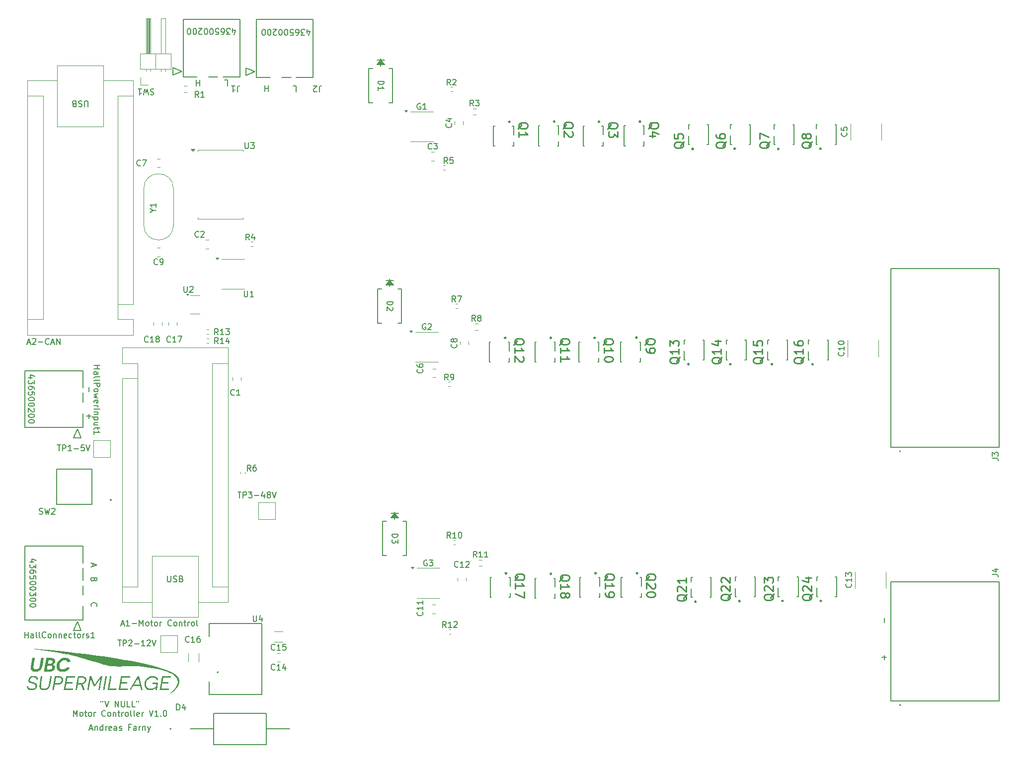
<source format=gbr>
%TF.GenerationSoftware,KiCad,Pcbnew,8.0.6*%
%TF.CreationDate,2025-02-10T16:04:45-08:00*%
%TF.ProjectId,Urban MC,55726261-6e20-44d4-932e-6b696361645f,rev?*%
%TF.SameCoordinates,Original*%
%TF.FileFunction,Legend,Top*%
%TF.FilePolarity,Positive*%
%FSLAX46Y46*%
G04 Gerber Fmt 4.6, Leading zero omitted, Abs format (unit mm)*
G04 Created by KiCad (PCBNEW 8.0.6) date 2025-02-10 16:04:45*
%MOMM*%
%LPD*%
G01*
G04 APERTURE LIST*
%ADD10C,0.200000*%
%ADD11C,0.150000*%
%ADD12C,0.254000*%
%ADD13C,0.120000*%
%ADD14C,0.152400*%
%ADD15C,0.000000*%
%ADD16C,0.250000*%
%ADD17C,0.127000*%
G04 APERTURE END LIST*
D10*
X103954054Y-149822504D02*
X104430244Y-149822504D01*
X103858816Y-150108219D02*
X104192149Y-149108219D01*
X104192149Y-149108219D02*
X104525482Y-150108219D01*
X104858816Y-149441552D02*
X104858816Y-150108219D01*
X104858816Y-149536790D02*
X104906435Y-149489171D01*
X104906435Y-149489171D02*
X105001673Y-149441552D01*
X105001673Y-149441552D02*
X105144530Y-149441552D01*
X105144530Y-149441552D02*
X105239768Y-149489171D01*
X105239768Y-149489171D02*
X105287387Y-149584409D01*
X105287387Y-149584409D02*
X105287387Y-150108219D01*
X106192149Y-150108219D02*
X106192149Y-149108219D01*
X106192149Y-150060600D02*
X106096911Y-150108219D01*
X106096911Y-150108219D02*
X105906435Y-150108219D01*
X105906435Y-150108219D02*
X105811197Y-150060600D01*
X105811197Y-150060600D02*
X105763578Y-150012980D01*
X105763578Y-150012980D02*
X105715959Y-149917742D01*
X105715959Y-149917742D02*
X105715959Y-149632028D01*
X105715959Y-149632028D02*
X105763578Y-149536790D01*
X105763578Y-149536790D02*
X105811197Y-149489171D01*
X105811197Y-149489171D02*
X105906435Y-149441552D01*
X105906435Y-149441552D02*
X106096911Y-149441552D01*
X106096911Y-149441552D02*
X106192149Y-149489171D01*
X106668340Y-150108219D02*
X106668340Y-149441552D01*
X106668340Y-149632028D02*
X106715959Y-149536790D01*
X106715959Y-149536790D02*
X106763578Y-149489171D01*
X106763578Y-149489171D02*
X106858816Y-149441552D01*
X106858816Y-149441552D02*
X106954054Y-149441552D01*
X107668340Y-150060600D02*
X107573102Y-150108219D01*
X107573102Y-150108219D02*
X107382626Y-150108219D01*
X107382626Y-150108219D02*
X107287388Y-150060600D01*
X107287388Y-150060600D02*
X107239769Y-149965361D01*
X107239769Y-149965361D02*
X107239769Y-149584409D01*
X107239769Y-149584409D02*
X107287388Y-149489171D01*
X107287388Y-149489171D02*
X107382626Y-149441552D01*
X107382626Y-149441552D02*
X107573102Y-149441552D01*
X107573102Y-149441552D02*
X107668340Y-149489171D01*
X107668340Y-149489171D02*
X107715959Y-149584409D01*
X107715959Y-149584409D02*
X107715959Y-149679647D01*
X107715959Y-149679647D02*
X107239769Y-149774885D01*
X108573102Y-150108219D02*
X108573102Y-149584409D01*
X108573102Y-149584409D02*
X108525483Y-149489171D01*
X108525483Y-149489171D02*
X108430245Y-149441552D01*
X108430245Y-149441552D02*
X108239769Y-149441552D01*
X108239769Y-149441552D02*
X108144531Y-149489171D01*
X108573102Y-150060600D02*
X108477864Y-150108219D01*
X108477864Y-150108219D02*
X108239769Y-150108219D01*
X108239769Y-150108219D02*
X108144531Y-150060600D01*
X108144531Y-150060600D02*
X108096912Y-149965361D01*
X108096912Y-149965361D02*
X108096912Y-149870123D01*
X108096912Y-149870123D02*
X108144531Y-149774885D01*
X108144531Y-149774885D02*
X108239769Y-149727266D01*
X108239769Y-149727266D02*
X108477864Y-149727266D01*
X108477864Y-149727266D02*
X108573102Y-149679647D01*
X109001674Y-150060600D02*
X109096912Y-150108219D01*
X109096912Y-150108219D02*
X109287388Y-150108219D01*
X109287388Y-150108219D02*
X109382626Y-150060600D01*
X109382626Y-150060600D02*
X109430245Y-149965361D01*
X109430245Y-149965361D02*
X109430245Y-149917742D01*
X109430245Y-149917742D02*
X109382626Y-149822504D01*
X109382626Y-149822504D02*
X109287388Y-149774885D01*
X109287388Y-149774885D02*
X109144531Y-149774885D01*
X109144531Y-149774885D02*
X109049293Y-149727266D01*
X109049293Y-149727266D02*
X109001674Y-149632028D01*
X109001674Y-149632028D02*
X109001674Y-149584409D01*
X109001674Y-149584409D02*
X109049293Y-149489171D01*
X109049293Y-149489171D02*
X109144531Y-149441552D01*
X109144531Y-149441552D02*
X109287388Y-149441552D01*
X109287388Y-149441552D02*
X109382626Y-149489171D01*
X110954055Y-149584409D02*
X110620722Y-149584409D01*
X110620722Y-150108219D02*
X110620722Y-149108219D01*
X110620722Y-149108219D02*
X111096912Y-149108219D01*
X111906436Y-150108219D02*
X111906436Y-149584409D01*
X111906436Y-149584409D02*
X111858817Y-149489171D01*
X111858817Y-149489171D02*
X111763579Y-149441552D01*
X111763579Y-149441552D02*
X111573103Y-149441552D01*
X111573103Y-149441552D02*
X111477865Y-149489171D01*
X111906436Y-150060600D02*
X111811198Y-150108219D01*
X111811198Y-150108219D02*
X111573103Y-150108219D01*
X111573103Y-150108219D02*
X111477865Y-150060600D01*
X111477865Y-150060600D02*
X111430246Y-149965361D01*
X111430246Y-149965361D02*
X111430246Y-149870123D01*
X111430246Y-149870123D02*
X111477865Y-149774885D01*
X111477865Y-149774885D02*
X111573103Y-149727266D01*
X111573103Y-149727266D02*
X111811198Y-149727266D01*
X111811198Y-149727266D02*
X111906436Y-149679647D01*
X112382627Y-150108219D02*
X112382627Y-149441552D01*
X112382627Y-149632028D02*
X112430246Y-149536790D01*
X112430246Y-149536790D02*
X112477865Y-149489171D01*
X112477865Y-149489171D02*
X112573103Y-149441552D01*
X112573103Y-149441552D02*
X112668341Y-149441552D01*
X113001675Y-149441552D02*
X113001675Y-150108219D01*
X113001675Y-149536790D02*
X113049294Y-149489171D01*
X113049294Y-149489171D02*
X113144532Y-149441552D01*
X113144532Y-149441552D02*
X113287389Y-149441552D01*
X113287389Y-149441552D02*
X113382627Y-149489171D01*
X113382627Y-149489171D02*
X113430246Y-149584409D01*
X113430246Y-149584409D02*
X113430246Y-150108219D01*
X113811199Y-149441552D02*
X114049294Y-150108219D01*
X114287389Y-149441552D02*
X114049294Y-150108219D01*
X114049294Y-150108219D02*
X113954056Y-150346314D01*
X113954056Y-150346314D02*
X113906437Y-150393933D01*
X113906437Y-150393933D02*
X113811199Y-150441552D01*
D11*
X104288419Y-128960523D02*
X104240800Y-128912904D01*
X104240800Y-128912904D02*
X104193180Y-128770047D01*
X104193180Y-128770047D02*
X104193180Y-128674809D01*
X104193180Y-128674809D02*
X104240800Y-128531952D01*
X104240800Y-128531952D02*
X104336038Y-128436714D01*
X104336038Y-128436714D02*
X104431276Y-128389095D01*
X104431276Y-128389095D02*
X104621752Y-128341476D01*
X104621752Y-128341476D02*
X104764609Y-128341476D01*
X104764609Y-128341476D02*
X104955085Y-128389095D01*
X104955085Y-128389095D02*
X105050323Y-128436714D01*
X105050323Y-128436714D02*
X105145561Y-128531952D01*
X105145561Y-128531952D02*
X105193180Y-128674809D01*
X105193180Y-128674809D02*
X105193180Y-128770047D01*
X105193180Y-128770047D02*
X105145561Y-128912904D01*
X105145561Y-128912904D02*
X105097942Y-128960523D01*
X103812133Y-96139048D02*
X103812133Y-96900953D01*
X103431180Y-96520000D02*
X104193085Y-96520000D01*
X239341866Y-138048951D02*
X239341866Y-137287047D01*
X239722819Y-137667999D02*
X238960914Y-137667999D01*
X133826286Y-41094819D02*
X133826286Y-40094819D01*
X133826286Y-40571009D02*
X134397714Y-40571009D01*
X134397714Y-41094819D02*
X134397714Y-40094819D01*
X122713713Y-39169180D02*
X122713713Y-40169180D01*
X122713713Y-39692990D02*
X122142285Y-39692990D01*
X122142285Y-39169180D02*
X122142285Y-40169180D01*
X138628476Y-40185180D02*
X139104666Y-40185180D01*
X139104666Y-40185180D02*
X139104666Y-41185180D01*
X239341866Y-131698951D02*
X239341866Y-130937047D01*
X103812133Y-91567048D02*
X103812133Y-92328953D01*
X126944476Y-39169180D02*
X127420666Y-39169180D01*
X127420666Y-39169180D02*
X127420666Y-40169180D01*
X104478895Y-121681905D02*
X104478895Y-122158095D01*
X104193180Y-121586667D02*
X105193180Y-121920000D01*
X105193180Y-121920000D02*
X104193180Y-122253333D01*
D10*
X105854904Y-145085275D02*
X105854904Y-145275751D01*
X106235856Y-145085275D02*
X106235856Y-145275751D01*
X106521571Y-145085275D02*
X106854904Y-146085275D01*
X106854904Y-146085275D02*
X107188237Y-145085275D01*
X108283476Y-146085275D02*
X108283476Y-145085275D01*
X108283476Y-145085275D02*
X108854904Y-146085275D01*
X108854904Y-146085275D02*
X108854904Y-145085275D01*
X109331095Y-145085275D02*
X109331095Y-145894798D01*
X109331095Y-145894798D02*
X109378714Y-145990036D01*
X109378714Y-145990036D02*
X109426333Y-146037656D01*
X109426333Y-146037656D02*
X109521571Y-146085275D01*
X109521571Y-146085275D02*
X109712047Y-146085275D01*
X109712047Y-146085275D02*
X109807285Y-146037656D01*
X109807285Y-146037656D02*
X109854904Y-145990036D01*
X109854904Y-145990036D02*
X109902523Y-145894798D01*
X109902523Y-145894798D02*
X109902523Y-145085275D01*
X110854904Y-146085275D02*
X110378714Y-146085275D01*
X110378714Y-146085275D02*
X110378714Y-145085275D01*
X111664428Y-146085275D02*
X111188238Y-146085275D01*
X111188238Y-146085275D02*
X111188238Y-145085275D01*
X111950143Y-145085275D02*
X111950143Y-145275751D01*
X112331095Y-145085275D02*
X112331095Y-145275751D01*
X101164427Y-147695219D02*
X101164427Y-146695219D01*
X101164427Y-146695219D02*
X101497760Y-147409504D01*
X101497760Y-147409504D02*
X101831093Y-146695219D01*
X101831093Y-146695219D02*
X101831093Y-147695219D01*
X102450141Y-147695219D02*
X102354903Y-147647600D01*
X102354903Y-147647600D02*
X102307284Y-147599980D01*
X102307284Y-147599980D02*
X102259665Y-147504742D01*
X102259665Y-147504742D02*
X102259665Y-147219028D01*
X102259665Y-147219028D02*
X102307284Y-147123790D01*
X102307284Y-147123790D02*
X102354903Y-147076171D01*
X102354903Y-147076171D02*
X102450141Y-147028552D01*
X102450141Y-147028552D02*
X102592998Y-147028552D01*
X102592998Y-147028552D02*
X102688236Y-147076171D01*
X102688236Y-147076171D02*
X102735855Y-147123790D01*
X102735855Y-147123790D02*
X102783474Y-147219028D01*
X102783474Y-147219028D02*
X102783474Y-147504742D01*
X102783474Y-147504742D02*
X102735855Y-147599980D01*
X102735855Y-147599980D02*
X102688236Y-147647600D01*
X102688236Y-147647600D02*
X102592998Y-147695219D01*
X102592998Y-147695219D02*
X102450141Y-147695219D01*
X103069189Y-147028552D02*
X103450141Y-147028552D01*
X103212046Y-146695219D02*
X103212046Y-147552361D01*
X103212046Y-147552361D02*
X103259665Y-147647600D01*
X103259665Y-147647600D02*
X103354903Y-147695219D01*
X103354903Y-147695219D02*
X103450141Y-147695219D01*
X103926332Y-147695219D02*
X103831094Y-147647600D01*
X103831094Y-147647600D02*
X103783475Y-147599980D01*
X103783475Y-147599980D02*
X103735856Y-147504742D01*
X103735856Y-147504742D02*
X103735856Y-147219028D01*
X103735856Y-147219028D02*
X103783475Y-147123790D01*
X103783475Y-147123790D02*
X103831094Y-147076171D01*
X103831094Y-147076171D02*
X103926332Y-147028552D01*
X103926332Y-147028552D02*
X104069189Y-147028552D01*
X104069189Y-147028552D02*
X104164427Y-147076171D01*
X104164427Y-147076171D02*
X104212046Y-147123790D01*
X104212046Y-147123790D02*
X104259665Y-147219028D01*
X104259665Y-147219028D02*
X104259665Y-147504742D01*
X104259665Y-147504742D02*
X104212046Y-147599980D01*
X104212046Y-147599980D02*
X104164427Y-147647600D01*
X104164427Y-147647600D02*
X104069189Y-147695219D01*
X104069189Y-147695219D02*
X103926332Y-147695219D01*
X104688237Y-147695219D02*
X104688237Y-147028552D01*
X104688237Y-147219028D02*
X104735856Y-147123790D01*
X104735856Y-147123790D02*
X104783475Y-147076171D01*
X104783475Y-147076171D02*
X104878713Y-147028552D01*
X104878713Y-147028552D02*
X104973951Y-147028552D01*
X106640618Y-147599980D02*
X106592999Y-147647600D01*
X106592999Y-147647600D02*
X106450142Y-147695219D01*
X106450142Y-147695219D02*
X106354904Y-147695219D01*
X106354904Y-147695219D02*
X106212047Y-147647600D01*
X106212047Y-147647600D02*
X106116809Y-147552361D01*
X106116809Y-147552361D02*
X106069190Y-147457123D01*
X106069190Y-147457123D02*
X106021571Y-147266647D01*
X106021571Y-147266647D02*
X106021571Y-147123790D01*
X106021571Y-147123790D02*
X106069190Y-146933314D01*
X106069190Y-146933314D02*
X106116809Y-146838076D01*
X106116809Y-146838076D02*
X106212047Y-146742838D01*
X106212047Y-146742838D02*
X106354904Y-146695219D01*
X106354904Y-146695219D02*
X106450142Y-146695219D01*
X106450142Y-146695219D02*
X106592999Y-146742838D01*
X106592999Y-146742838D02*
X106640618Y-146790457D01*
X107212047Y-147695219D02*
X107116809Y-147647600D01*
X107116809Y-147647600D02*
X107069190Y-147599980D01*
X107069190Y-147599980D02*
X107021571Y-147504742D01*
X107021571Y-147504742D02*
X107021571Y-147219028D01*
X107021571Y-147219028D02*
X107069190Y-147123790D01*
X107069190Y-147123790D02*
X107116809Y-147076171D01*
X107116809Y-147076171D02*
X107212047Y-147028552D01*
X107212047Y-147028552D02*
X107354904Y-147028552D01*
X107354904Y-147028552D02*
X107450142Y-147076171D01*
X107450142Y-147076171D02*
X107497761Y-147123790D01*
X107497761Y-147123790D02*
X107545380Y-147219028D01*
X107545380Y-147219028D02*
X107545380Y-147504742D01*
X107545380Y-147504742D02*
X107497761Y-147599980D01*
X107497761Y-147599980D02*
X107450142Y-147647600D01*
X107450142Y-147647600D02*
X107354904Y-147695219D01*
X107354904Y-147695219D02*
X107212047Y-147695219D01*
X107973952Y-147028552D02*
X107973952Y-147695219D01*
X107973952Y-147123790D02*
X108021571Y-147076171D01*
X108021571Y-147076171D02*
X108116809Y-147028552D01*
X108116809Y-147028552D02*
X108259666Y-147028552D01*
X108259666Y-147028552D02*
X108354904Y-147076171D01*
X108354904Y-147076171D02*
X108402523Y-147171409D01*
X108402523Y-147171409D02*
X108402523Y-147695219D01*
X108735857Y-147028552D02*
X109116809Y-147028552D01*
X108878714Y-146695219D02*
X108878714Y-147552361D01*
X108878714Y-147552361D02*
X108926333Y-147647600D01*
X108926333Y-147647600D02*
X109021571Y-147695219D01*
X109021571Y-147695219D02*
X109116809Y-147695219D01*
X109450143Y-147695219D02*
X109450143Y-147028552D01*
X109450143Y-147219028D02*
X109497762Y-147123790D01*
X109497762Y-147123790D02*
X109545381Y-147076171D01*
X109545381Y-147076171D02*
X109640619Y-147028552D01*
X109640619Y-147028552D02*
X109735857Y-147028552D01*
X110212048Y-147695219D02*
X110116810Y-147647600D01*
X110116810Y-147647600D02*
X110069191Y-147599980D01*
X110069191Y-147599980D02*
X110021572Y-147504742D01*
X110021572Y-147504742D02*
X110021572Y-147219028D01*
X110021572Y-147219028D02*
X110069191Y-147123790D01*
X110069191Y-147123790D02*
X110116810Y-147076171D01*
X110116810Y-147076171D02*
X110212048Y-147028552D01*
X110212048Y-147028552D02*
X110354905Y-147028552D01*
X110354905Y-147028552D02*
X110450143Y-147076171D01*
X110450143Y-147076171D02*
X110497762Y-147123790D01*
X110497762Y-147123790D02*
X110545381Y-147219028D01*
X110545381Y-147219028D02*
X110545381Y-147504742D01*
X110545381Y-147504742D02*
X110497762Y-147599980D01*
X110497762Y-147599980D02*
X110450143Y-147647600D01*
X110450143Y-147647600D02*
X110354905Y-147695219D01*
X110354905Y-147695219D02*
X110212048Y-147695219D01*
X111116810Y-147695219D02*
X111021572Y-147647600D01*
X111021572Y-147647600D02*
X110973953Y-147552361D01*
X110973953Y-147552361D02*
X110973953Y-146695219D01*
X111640620Y-147695219D02*
X111545382Y-147647600D01*
X111545382Y-147647600D02*
X111497763Y-147552361D01*
X111497763Y-147552361D02*
X111497763Y-146695219D01*
X112402525Y-147647600D02*
X112307287Y-147695219D01*
X112307287Y-147695219D02*
X112116811Y-147695219D01*
X112116811Y-147695219D02*
X112021573Y-147647600D01*
X112021573Y-147647600D02*
X111973954Y-147552361D01*
X111973954Y-147552361D02*
X111973954Y-147171409D01*
X111973954Y-147171409D02*
X112021573Y-147076171D01*
X112021573Y-147076171D02*
X112116811Y-147028552D01*
X112116811Y-147028552D02*
X112307287Y-147028552D01*
X112307287Y-147028552D02*
X112402525Y-147076171D01*
X112402525Y-147076171D02*
X112450144Y-147171409D01*
X112450144Y-147171409D02*
X112450144Y-147266647D01*
X112450144Y-147266647D02*
X111973954Y-147361885D01*
X112878716Y-147695219D02*
X112878716Y-147028552D01*
X112878716Y-147219028D02*
X112926335Y-147123790D01*
X112926335Y-147123790D02*
X112973954Y-147076171D01*
X112973954Y-147076171D02*
X113069192Y-147028552D01*
X113069192Y-147028552D02*
X113164430Y-147028552D01*
X114116812Y-146695219D02*
X114450145Y-147695219D01*
X114450145Y-147695219D02*
X114783478Y-146695219D01*
X115640621Y-147695219D02*
X115069193Y-147695219D01*
X115354907Y-147695219D02*
X115354907Y-146695219D01*
X115354907Y-146695219D02*
X115259669Y-146838076D01*
X115259669Y-146838076D02*
X115164431Y-146933314D01*
X115164431Y-146933314D02*
X115069193Y-146980933D01*
X116069193Y-147599980D02*
X116116812Y-147647600D01*
X116116812Y-147647600D02*
X116069193Y-147695219D01*
X116069193Y-147695219D02*
X116021574Y-147647600D01*
X116021574Y-147647600D02*
X116069193Y-147599980D01*
X116069193Y-147599980D02*
X116069193Y-147695219D01*
X116735859Y-146695219D02*
X116831097Y-146695219D01*
X116831097Y-146695219D02*
X116926335Y-146742838D01*
X116926335Y-146742838D02*
X116973954Y-146790457D01*
X116973954Y-146790457D02*
X117021573Y-146885695D01*
X117021573Y-146885695D02*
X117069192Y-147076171D01*
X117069192Y-147076171D02*
X117069192Y-147314266D01*
X117069192Y-147314266D02*
X117021573Y-147504742D01*
X117021573Y-147504742D02*
X116973954Y-147599980D01*
X116973954Y-147599980D02*
X116926335Y-147647600D01*
X116926335Y-147647600D02*
X116831097Y-147695219D01*
X116831097Y-147695219D02*
X116735859Y-147695219D01*
X116735859Y-147695219D02*
X116640621Y-147647600D01*
X116640621Y-147647600D02*
X116593002Y-147599980D01*
X116593002Y-147599980D02*
X116545383Y-147504742D01*
X116545383Y-147504742D02*
X116497764Y-147314266D01*
X116497764Y-147314266D02*
X116497764Y-147076171D01*
X116497764Y-147076171D02*
X116545383Y-146885695D01*
X116545383Y-146885695D02*
X116593002Y-146790457D01*
X116593002Y-146790457D02*
X116640621Y-146742838D01*
X116640621Y-146742838D02*
X116735859Y-146695219D01*
D11*
X104716990Y-124404428D02*
X104669371Y-124547285D01*
X104669371Y-124547285D02*
X104621752Y-124594904D01*
X104621752Y-124594904D02*
X104526514Y-124642523D01*
X104526514Y-124642523D02*
X104383657Y-124642523D01*
X104383657Y-124642523D02*
X104288419Y-124594904D01*
X104288419Y-124594904D02*
X104240800Y-124547285D01*
X104240800Y-124547285D02*
X104193180Y-124452047D01*
X104193180Y-124452047D02*
X104193180Y-124071095D01*
X104193180Y-124071095D02*
X105193180Y-124071095D01*
X105193180Y-124071095D02*
X105193180Y-124404428D01*
X105193180Y-124404428D02*
X105145561Y-124499666D01*
X105145561Y-124499666D02*
X105097942Y-124547285D01*
X105097942Y-124547285D02*
X105002704Y-124594904D01*
X105002704Y-124594904D02*
X104907466Y-124594904D01*
X104907466Y-124594904D02*
X104812228Y-124547285D01*
X104812228Y-124547285D02*
X104764609Y-124499666D01*
X104764609Y-124499666D02*
X104716990Y-124404428D01*
X104716990Y-124404428D02*
X104716990Y-124071095D01*
X129199095Y-109436819D02*
X129770523Y-109436819D01*
X129484809Y-110436819D02*
X129484809Y-109436819D01*
X130103857Y-110436819D02*
X130103857Y-109436819D01*
X130103857Y-109436819D02*
X130484809Y-109436819D01*
X130484809Y-109436819D02*
X130580047Y-109484438D01*
X130580047Y-109484438D02*
X130627666Y-109532057D01*
X130627666Y-109532057D02*
X130675285Y-109627295D01*
X130675285Y-109627295D02*
X130675285Y-109770152D01*
X130675285Y-109770152D02*
X130627666Y-109865390D01*
X130627666Y-109865390D02*
X130580047Y-109913009D01*
X130580047Y-109913009D02*
X130484809Y-109960628D01*
X130484809Y-109960628D02*
X130103857Y-109960628D01*
X131008619Y-109436819D02*
X131627666Y-109436819D01*
X131627666Y-109436819D02*
X131294333Y-109817771D01*
X131294333Y-109817771D02*
X131437190Y-109817771D01*
X131437190Y-109817771D02*
X131532428Y-109865390D01*
X131532428Y-109865390D02*
X131580047Y-109913009D01*
X131580047Y-109913009D02*
X131627666Y-110008247D01*
X131627666Y-110008247D02*
X131627666Y-110246342D01*
X131627666Y-110246342D02*
X131580047Y-110341580D01*
X131580047Y-110341580D02*
X131532428Y-110389200D01*
X131532428Y-110389200D02*
X131437190Y-110436819D01*
X131437190Y-110436819D02*
X131151476Y-110436819D01*
X131151476Y-110436819D02*
X131056238Y-110389200D01*
X131056238Y-110389200D02*
X131008619Y-110341580D01*
X132056238Y-110055866D02*
X132818143Y-110055866D01*
X133722904Y-109770152D02*
X133722904Y-110436819D01*
X133484809Y-109389200D02*
X133246714Y-110103485D01*
X133246714Y-110103485D02*
X133865761Y-110103485D01*
X134389571Y-109865390D02*
X134294333Y-109817771D01*
X134294333Y-109817771D02*
X134246714Y-109770152D01*
X134246714Y-109770152D02*
X134199095Y-109674914D01*
X134199095Y-109674914D02*
X134199095Y-109627295D01*
X134199095Y-109627295D02*
X134246714Y-109532057D01*
X134246714Y-109532057D02*
X134294333Y-109484438D01*
X134294333Y-109484438D02*
X134389571Y-109436819D01*
X134389571Y-109436819D02*
X134580047Y-109436819D01*
X134580047Y-109436819D02*
X134675285Y-109484438D01*
X134675285Y-109484438D02*
X134722904Y-109532057D01*
X134722904Y-109532057D02*
X134770523Y-109627295D01*
X134770523Y-109627295D02*
X134770523Y-109674914D01*
X134770523Y-109674914D02*
X134722904Y-109770152D01*
X134722904Y-109770152D02*
X134675285Y-109817771D01*
X134675285Y-109817771D02*
X134580047Y-109865390D01*
X134580047Y-109865390D02*
X134389571Y-109865390D01*
X134389571Y-109865390D02*
X134294333Y-109913009D01*
X134294333Y-109913009D02*
X134246714Y-109960628D01*
X134246714Y-109960628D02*
X134199095Y-110055866D01*
X134199095Y-110055866D02*
X134199095Y-110246342D01*
X134199095Y-110246342D02*
X134246714Y-110341580D01*
X134246714Y-110341580D02*
X134294333Y-110389200D01*
X134294333Y-110389200D02*
X134389571Y-110436819D01*
X134389571Y-110436819D02*
X134580047Y-110436819D01*
X134580047Y-110436819D02*
X134675285Y-110389200D01*
X134675285Y-110389200D02*
X134722904Y-110341580D01*
X134722904Y-110341580D02*
X134770523Y-110246342D01*
X134770523Y-110246342D02*
X134770523Y-110055866D01*
X134770523Y-110055866D02*
X134722904Y-109960628D01*
X134722904Y-109960628D02*
X134675285Y-109913009D01*
X134675285Y-109913009D02*
X134580047Y-109865390D01*
X135056238Y-109436819D02*
X135389571Y-110436819D01*
X135389571Y-110436819D02*
X135722904Y-109436819D01*
X108752095Y-134709819D02*
X109323523Y-134709819D01*
X109037809Y-135709819D02*
X109037809Y-134709819D01*
X109656857Y-135709819D02*
X109656857Y-134709819D01*
X109656857Y-134709819D02*
X110037809Y-134709819D01*
X110037809Y-134709819D02*
X110133047Y-134757438D01*
X110133047Y-134757438D02*
X110180666Y-134805057D01*
X110180666Y-134805057D02*
X110228285Y-134900295D01*
X110228285Y-134900295D02*
X110228285Y-135043152D01*
X110228285Y-135043152D02*
X110180666Y-135138390D01*
X110180666Y-135138390D02*
X110133047Y-135186009D01*
X110133047Y-135186009D02*
X110037809Y-135233628D01*
X110037809Y-135233628D02*
X109656857Y-135233628D01*
X110609238Y-134805057D02*
X110656857Y-134757438D01*
X110656857Y-134757438D02*
X110752095Y-134709819D01*
X110752095Y-134709819D02*
X110990190Y-134709819D01*
X110990190Y-134709819D02*
X111085428Y-134757438D01*
X111085428Y-134757438D02*
X111133047Y-134805057D01*
X111133047Y-134805057D02*
X111180666Y-134900295D01*
X111180666Y-134900295D02*
X111180666Y-134995533D01*
X111180666Y-134995533D02*
X111133047Y-135138390D01*
X111133047Y-135138390D02*
X110561619Y-135709819D01*
X110561619Y-135709819D02*
X111180666Y-135709819D01*
X111609238Y-135328866D02*
X112371143Y-135328866D01*
X113371142Y-135709819D02*
X112799714Y-135709819D01*
X113085428Y-135709819D02*
X113085428Y-134709819D01*
X113085428Y-134709819D02*
X112990190Y-134852676D01*
X112990190Y-134852676D02*
X112894952Y-134947914D01*
X112894952Y-134947914D02*
X112799714Y-134995533D01*
X113752095Y-134805057D02*
X113799714Y-134757438D01*
X113799714Y-134757438D02*
X113894952Y-134709819D01*
X113894952Y-134709819D02*
X114133047Y-134709819D01*
X114133047Y-134709819D02*
X114228285Y-134757438D01*
X114228285Y-134757438D02*
X114275904Y-134805057D01*
X114275904Y-134805057D02*
X114323523Y-134900295D01*
X114323523Y-134900295D02*
X114323523Y-134995533D01*
X114323523Y-134995533D02*
X114275904Y-135138390D01*
X114275904Y-135138390D02*
X113704476Y-135709819D01*
X113704476Y-135709819D02*
X114323523Y-135709819D01*
X114609238Y-134709819D02*
X114942571Y-135709819D01*
X114942571Y-135709819D02*
X115275904Y-134709819D01*
X98433286Y-101435819D02*
X99004714Y-101435819D01*
X98719000Y-102435819D02*
X98719000Y-101435819D01*
X99338048Y-102435819D02*
X99338048Y-101435819D01*
X99338048Y-101435819D02*
X99719000Y-101435819D01*
X99719000Y-101435819D02*
X99814238Y-101483438D01*
X99814238Y-101483438D02*
X99861857Y-101531057D01*
X99861857Y-101531057D02*
X99909476Y-101626295D01*
X99909476Y-101626295D02*
X99909476Y-101769152D01*
X99909476Y-101769152D02*
X99861857Y-101864390D01*
X99861857Y-101864390D02*
X99814238Y-101912009D01*
X99814238Y-101912009D02*
X99719000Y-101959628D01*
X99719000Y-101959628D02*
X99338048Y-101959628D01*
X100861857Y-102435819D02*
X100290429Y-102435819D01*
X100576143Y-102435819D02*
X100576143Y-101435819D01*
X100576143Y-101435819D02*
X100480905Y-101578676D01*
X100480905Y-101578676D02*
X100385667Y-101673914D01*
X100385667Y-101673914D02*
X100290429Y-101721533D01*
X101290429Y-102054866D02*
X102052334Y-102054866D01*
X103004714Y-101435819D02*
X102528524Y-101435819D01*
X102528524Y-101435819D02*
X102480905Y-101912009D01*
X102480905Y-101912009D02*
X102528524Y-101864390D01*
X102528524Y-101864390D02*
X102623762Y-101816771D01*
X102623762Y-101816771D02*
X102861857Y-101816771D01*
X102861857Y-101816771D02*
X102957095Y-101864390D01*
X102957095Y-101864390D02*
X103004714Y-101912009D01*
X103004714Y-101912009D02*
X103052333Y-102007247D01*
X103052333Y-102007247D02*
X103052333Y-102245342D01*
X103052333Y-102245342D02*
X103004714Y-102340580D01*
X103004714Y-102340580D02*
X102957095Y-102388200D01*
X102957095Y-102388200D02*
X102861857Y-102435819D01*
X102861857Y-102435819D02*
X102623762Y-102435819D01*
X102623762Y-102435819D02*
X102528524Y-102388200D01*
X102528524Y-102388200D02*
X102480905Y-102340580D01*
X103338048Y-101435819D02*
X103671381Y-102435819D01*
X103671381Y-102435819D02*
X104004714Y-101435819D01*
X155482823Y-116635872D02*
X156482823Y-116635872D01*
X156482823Y-116635872D02*
X156482823Y-116873967D01*
X156482823Y-116873967D02*
X156435204Y-117016824D01*
X156435204Y-117016824D02*
X156339966Y-117112062D01*
X156339966Y-117112062D02*
X156244728Y-117159681D01*
X156244728Y-117159681D02*
X156054252Y-117207300D01*
X156054252Y-117207300D02*
X155911395Y-117207300D01*
X155911395Y-117207300D02*
X155720919Y-117159681D01*
X155720919Y-117159681D02*
X155625681Y-117112062D01*
X155625681Y-117112062D02*
X155530443Y-117016824D01*
X155530443Y-117016824D02*
X155482823Y-116873967D01*
X155482823Y-116873967D02*
X155482823Y-116635872D01*
X156482823Y-117540634D02*
X156482823Y-118159681D01*
X156482823Y-118159681D02*
X156101871Y-117826348D01*
X156101871Y-117826348D02*
X156101871Y-117969205D01*
X156101871Y-117969205D02*
X156054252Y-118064443D01*
X156054252Y-118064443D02*
X156006633Y-118112062D01*
X156006633Y-118112062D02*
X155911395Y-118159681D01*
X155911395Y-118159681D02*
X155673300Y-118159681D01*
X155673300Y-118159681D02*
X155578062Y-118112062D01*
X155578062Y-118112062D02*
X155530443Y-118064443D01*
X155530443Y-118064443D02*
X155482823Y-117969205D01*
X155482823Y-117969205D02*
X155482823Y-117683491D01*
X155482823Y-117683491D02*
X155530443Y-117588253D01*
X155530443Y-117588253D02*
X155578062Y-117540634D01*
X154612180Y-76985905D02*
X155612180Y-76985905D01*
X155612180Y-76985905D02*
X155612180Y-77224000D01*
X155612180Y-77224000D02*
X155564561Y-77366857D01*
X155564561Y-77366857D02*
X155469323Y-77462095D01*
X155469323Y-77462095D02*
X155374085Y-77509714D01*
X155374085Y-77509714D02*
X155183609Y-77557333D01*
X155183609Y-77557333D02*
X155040752Y-77557333D01*
X155040752Y-77557333D02*
X154850276Y-77509714D01*
X154850276Y-77509714D02*
X154755038Y-77462095D01*
X154755038Y-77462095D02*
X154659800Y-77366857D01*
X154659800Y-77366857D02*
X154612180Y-77224000D01*
X154612180Y-77224000D02*
X154612180Y-76985905D01*
X155516942Y-77938286D02*
X155564561Y-77985905D01*
X155564561Y-77985905D02*
X155612180Y-78081143D01*
X155612180Y-78081143D02*
X155612180Y-78319238D01*
X155612180Y-78319238D02*
X155564561Y-78414476D01*
X155564561Y-78414476D02*
X155516942Y-78462095D01*
X155516942Y-78462095D02*
X155421704Y-78509714D01*
X155421704Y-78509714D02*
X155326466Y-78509714D01*
X155326466Y-78509714D02*
X155183609Y-78462095D01*
X155183609Y-78462095D02*
X154612180Y-77890667D01*
X154612180Y-77890667D02*
X154612180Y-78509714D01*
X153088180Y-39403905D02*
X154088180Y-39403905D01*
X154088180Y-39403905D02*
X154088180Y-39642000D01*
X154088180Y-39642000D02*
X154040561Y-39784857D01*
X154040561Y-39784857D02*
X153945323Y-39880095D01*
X153945323Y-39880095D02*
X153850085Y-39927714D01*
X153850085Y-39927714D02*
X153659609Y-39975333D01*
X153659609Y-39975333D02*
X153516752Y-39975333D01*
X153516752Y-39975333D02*
X153326276Y-39927714D01*
X153326276Y-39927714D02*
X153231038Y-39880095D01*
X153231038Y-39880095D02*
X153135800Y-39784857D01*
X153135800Y-39784857D02*
X153088180Y-39642000D01*
X153088180Y-39642000D02*
X153088180Y-39403905D01*
X153088180Y-40927714D02*
X153088180Y-40356286D01*
X153088180Y-40642000D02*
X154088180Y-40642000D01*
X154088180Y-40642000D02*
X153945323Y-40546762D01*
X153945323Y-40546762D02*
X153850085Y-40451524D01*
X153850085Y-40451524D02*
X153802466Y-40356286D01*
X93353286Y-83989104D02*
X93829476Y-83989104D01*
X93258048Y-84274819D02*
X93591381Y-83274819D01*
X93591381Y-83274819D02*
X93924714Y-84274819D01*
X94210429Y-83370057D02*
X94258048Y-83322438D01*
X94258048Y-83322438D02*
X94353286Y-83274819D01*
X94353286Y-83274819D02*
X94591381Y-83274819D01*
X94591381Y-83274819D02*
X94686619Y-83322438D01*
X94686619Y-83322438D02*
X94734238Y-83370057D01*
X94734238Y-83370057D02*
X94781857Y-83465295D01*
X94781857Y-83465295D02*
X94781857Y-83560533D01*
X94781857Y-83560533D02*
X94734238Y-83703390D01*
X94734238Y-83703390D02*
X94162810Y-84274819D01*
X94162810Y-84274819D02*
X94781857Y-84274819D01*
X95210429Y-83893866D02*
X95972334Y-83893866D01*
X97019952Y-84179580D02*
X96972333Y-84227200D01*
X96972333Y-84227200D02*
X96829476Y-84274819D01*
X96829476Y-84274819D02*
X96734238Y-84274819D01*
X96734238Y-84274819D02*
X96591381Y-84227200D01*
X96591381Y-84227200D02*
X96496143Y-84131961D01*
X96496143Y-84131961D02*
X96448524Y-84036723D01*
X96448524Y-84036723D02*
X96400905Y-83846247D01*
X96400905Y-83846247D02*
X96400905Y-83703390D01*
X96400905Y-83703390D02*
X96448524Y-83512914D01*
X96448524Y-83512914D02*
X96496143Y-83417676D01*
X96496143Y-83417676D02*
X96591381Y-83322438D01*
X96591381Y-83322438D02*
X96734238Y-83274819D01*
X96734238Y-83274819D02*
X96829476Y-83274819D01*
X96829476Y-83274819D02*
X96972333Y-83322438D01*
X96972333Y-83322438D02*
X97019952Y-83370057D01*
X97400905Y-83989104D02*
X97877095Y-83989104D01*
X97305667Y-84274819D02*
X97639000Y-83274819D01*
X97639000Y-83274819D02*
X97972333Y-84274819D01*
X98305667Y-84274819D02*
X98305667Y-83274819D01*
X98305667Y-83274819D02*
X98877095Y-84274819D01*
X98877095Y-84274819D02*
X98877095Y-83274819D01*
X103623904Y-43725180D02*
X103623904Y-42915657D01*
X103623904Y-42915657D02*
X103576285Y-42820419D01*
X103576285Y-42820419D02*
X103528666Y-42772800D01*
X103528666Y-42772800D02*
X103433428Y-42725180D01*
X103433428Y-42725180D02*
X103242952Y-42725180D01*
X103242952Y-42725180D02*
X103147714Y-42772800D01*
X103147714Y-42772800D02*
X103100095Y-42820419D01*
X103100095Y-42820419D02*
X103052476Y-42915657D01*
X103052476Y-42915657D02*
X103052476Y-43725180D01*
X102623904Y-42772800D02*
X102481047Y-42725180D01*
X102481047Y-42725180D02*
X102242952Y-42725180D01*
X102242952Y-42725180D02*
X102147714Y-42772800D01*
X102147714Y-42772800D02*
X102100095Y-42820419D01*
X102100095Y-42820419D02*
X102052476Y-42915657D01*
X102052476Y-42915657D02*
X102052476Y-43010895D01*
X102052476Y-43010895D02*
X102100095Y-43106133D01*
X102100095Y-43106133D02*
X102147714Y-43153752D01*
X102147714Y-43153752D02*
X102242952Y-43201371D01*
X102242952Y-43201371D02*
X102433428Y-43248990D01*
X102433428Y-43248990D02*
X102528666Y-43296609D01*
X102528666Y-43296609D02*
X102576285Y-43344228D01*
X102576285Y-43344228D02*
X102623904Y-43439466D01*
X102623904Y-43439466D02*
X102623904Y-43534704D01*
X102623904Y-43534704D02*
X102576285Y-43629942D01*
X102576285Y-43629942D02*
X102528666Y-43677561D01*
X102528666Y-43677561D02*
X102433428Y-43725180D01*
X102433428Y-43725180D02*
X102195333Y-43725180D01*
X102195333Y-43725180D02*
X102052476Y-43677561D01*
X101290571Y-43248990D02*
X101147714Y-43201371D01*
X101147714Y-43201371D02*
X101100095Y-43153752D01*
X101100095Y-43153752D02*
X101052476Y-43058514D01*
X101052476Y-43058514D02*
X101052476Y-42915657D01*
X101052476Y-42915657D02*
X101100095Y-42820419D01*
X101100095Y-42820419D02*
X101147714Y-42772800D01*
X101147714Y-42772800D02*
X101242952Y-42725180D01*
X101242952Y-42725180D02*
X101623904Y-42725180D01*
X101623904Y-42725180D02*
X101623904Y-43725180D01*
X101623904Y-43725180D02*
X101290571Y-43725180D01*
X101290571Y-43725180D02*
X101195333Y-43677561D01*
X101195333Y-43677561D02*
X101147714Y-43629942D01*
X101147714Y-43629942D02*
X101100095Y-43534704D01*
X101100095Y-43534704D02*
X101100095Y-43439466D01*
X101100095Y-43439466D02*
X101147714Y-43344228D01*
X101147714Y-43344228D02*
X101195333Y-43296609D01*
X101195333Y-43296609D02*
X101290571Y-43248990D01*
X101290571Y-43248990D02*
X101623904Y-43248990D01*
X109323999Y-131995104D02*
X109800189Y-131995104D01*
X109228761Y-132280819D02*
X109562094Y-131280819D01*
X109562094Y-131280819D02*
X109895427Y-132280819D01*
X110752570Y-132280819D02*
X110181142Y-132280819D01*
X110466856Y-132280819D02*
X110466856Y-131280819D01*
X110466856Y-131280819D02*
X110371618Y-131423676D01*
X110371618Y-131423676D02*
X110276380Y-131518914D01*
X110276380Y-131518914D02*
X110181142Y-131566533D01*
X111181142Y-131899866D02*
X111943047Y-131899866D01*
X112419237Y-132280819D02*
X112419237Y-131280819D01*
X112419237Y-131280819D02*
X112752570Y-131995104D01*
X112752570Y-131995104D02*
X113085903Y-131280819D01*
X113085903Y-131280819D02*
X113085903Y-132280819D01*
X113704951Y-132280819D02*
X113609713Y-132233200D01*
X113609713Y-132233200D02*
X113562094Y-132185580D01*
X113562094Y-132185580D02*
X113514475Y-132090342D01*
X113514475Y-132090342D02*
X113514475Y-131804628D01*
X113514475Y-131804628D02*
X113562094Y-131709390D01*
X113562094Y-131709390D02*
X113609713Y-131661771D01*
X113609713Y-131661771D02*
X113704951Y-131614152D01*
X113704951Y-131614152D02*
X113847808Y-131614152D01*
X113847808Y-131614152D02*
X113943046Y-131661771D01*
X113943046Y-131661771D02*
X113990665Y-131709390D01*
X113990665Y-131709390D02*
X114038284Y-131804628D01*
X114038284Y-131804628D02*
X114038284Y-132090342D01*
X114038284Y-132090342D02*
X113990665Y-132185580D01*
X113990665Y-132185580D02*
X113943046Y-132233200D01*
X113943046Y-132233200D02*
X113847808Y-132280819D01*
X113847808Y-132280819D02*
X113704951Y-132280819D01*
X114323999Y-131614152D02*
X114704951Y-131614152D01*
X114466856Y-131280819D02*
X114466856Y-132137961D01*
X114466856Y-132137961D02*
X114514475Y-132233200D01*
X114514475Y-132233200D02*
X114609713Y-132280819D01*
X114609713Y-132280819D02*
X114704951Y-132280819D01*
X115181142Y-132280819D02*
X115085904Y-132233200D01*
X115085904Y-132233200D02*
X115038285Y-132185580D01*
X115038285Y-132185580D02*
X114990666Y-132090342D01*
X114990666Y-132090342D02*
X114990666Y-131804628D01*
X114990666Y-131804628D02*
X115038285Y-131709390D01*
X115038285Y-131709390D02*
X115085904Y-131661771D01*
X115085904Y-131661771D02*
X115181142Y-131614152D01*
X115181142Y-131614152D02*
X115323999Y-131614152D01*
X115323999Y-131614152D02*
X115419237Y-131661771D01*
X115419237Y-131661771D02*
X115466856Y-131709390D01*
X115466856Y-131709390D02*
X115514475Y-131804628D01*
X115514475Y-131804628D02*
X115514475Y-132090342D01*
X115514475Y-132090342D02*
X115466856Y-132185580D01*
X115466856Y-132185580D02*
X115419237Y-132233200D01*
X115419237Y-132233200D02*
X115323999Y-132280819D01*
X115323999Y-132280819D02*
X115181142Y-132280819D01*
X115943047Y-132280819D02*
X115943047Y-131614152D01*
X115943047Y-131804628D02*
X115990666Y-131709390D01*
X115990666Y-131709390D02*
X116038285Y-131661771D01*
X116038285Y-131661771D02*
X116133523Y-131614152D01*
X116133523Y-131614152D02*
X116228761Y-131614152D01*
X117895428Y-132185580D02*
X117847809Y-132233200D01*
X117847809Y-132233200D02*
X117704952Y-132280819D01*
X117704952Y-132280819D02*
X117609714Y-132280819D01*
X117609714Y-132280819D02*
X117466857Y-132233200D01*
X117466857Y-132233200D02*
X117371619Y-132137961D01*
X117371619Y-132137961D02*
X117324000Y-132042723D01*
X117324000Y-132042723D02*
X117276381Y-131852247D01*
X117276381Y-131852247D02*
X117276381Y-131709390D01*
X117276381Y-131709390D02*
X117324000Y-131518914D01*
X117324000Y-131518914D02*
X117371619Y-131423676D01*
X117371619Y-131423676D02*
X117466857Y-131328438D01*
X117466857Y-131328438D02*
X117609714Y-131280819D01*
X117609714Y-131280819D02*
X117704952Y-131280819D01*
X117704952Y-131280819D02*
X117847809Y-131328438D01*
X117847809Y-131328438D02*
X117895428Y-131376057D01*
X118466857Y-132280819D02*
X118371619Y-132233200D01*
X118371619Y-132233200D02*
X118324000Y-132185580D01*
X118324000Y-132185580D02*
X118276381Y-132090342D01*
X118276381Y-132090342D02*
X118276381Y-131804628D01*
X118276381Y-131804628D02*
X118324000Y-131709390D01*
X118324000Y-131709390D02*
X118371619Y-131661771D01*
X118371619Y-131661771D02*
X118466857Y-131614152D01*
X118466857Y-131614152D02*
X118609714Y-131614152D01*
X118609714Y-131614152D02*
X118704952Y-131661771D01*
X118704952Y-131661771D02*
X118752571Y-131709390D01*
X118752571Y-131709390D02*
X118800190Y-131804628D01*
X118800190Y-131804628D02*
X118800190Y-132090342D01*
X118800190Y-132090342D02*
X118752571Y-132185580D01*
X118752571Y-132185580D02*
X118704952Y-132233200D01*
X118704952Y-132233200D02*
X118609714Y-132280819D01*
X118609714Y-132280819D02*
X118466857Y-132280819D01*
X119228762Y-131614152D02*
X119228762Y-132280819D01*
X119228762Y-131709390D02*
X119276381Y-131661771D01*
X119276381Y-131661771D02*
X119371619Y-131614152D01*
X119371619Y-131614152D02*
X119514476Y-131614152D01*
X119514476Y-131614152D02*
X119609714Y-131661771D01*
X119609714Y-131661771D02*
X119657333Y-131757009D01*
X119657333Y-131757009D02*
X119657333Y-132280819D01*
X119990667Y-131614152D02*
X120371619Y-131614152D01*
X120133524Y-131280819D02*
X120133524Y-132137961D01*
X120133524Y-132137961D02*
X120181143Y-132233200D01*
X120181143Y-132233200D02*
X120276381Y-132280819D01*
X120276381Y-132280819D02*
X120371619Y-132280819D01*
X120704953Y-132280819D02*
X120704953Y-131614152D01*
X120704953Y-131804628D02*
X120752572Y-131709390D01*
X120752572Y-131709390D02*
X120800191Y-131661771D01*
X120800191Y-131661771D02*
X120895429Y-131614152D01*
X120895429Y-131614152D02*
X120990667Y-131614152D01*
X121466858Y-132280819D02*
X121371620Y-132233200D01*
X121371620Y-132233200D02*
X121324001Y-132185580D01*
X121324001Y-132185580D02*
X121276382Y-132090342D01*
X121276382Y-132090342D02*
X121276382Y-131804628D01*
X121276382Y-131804628D02*
X121324001Y-131709390D01*
X121324001Y-131709390D02*
X121371620Y-131661771D01*
X121371620Y-131661771D02*
X121466858Y-131614152D01*
X121466858Y-131614152D02*
X121609715Y-131614152D01*
X121609715Y-131614152D02*
X121704953Y-131661771D01*
X121704953Y-131661771D02*
X121752572Y-131709390D01*
X121752572Y-131709390D02*
X121800191Y-131804628D01*
X121800191Y-131804628D02*
X121800191Y-132090342D01*
X121800191Y-132090342D02*
X121752572Y-132185580D01*
X121752572Y-132185580D02*
X121704953Y-132233200D01*
X121704953Y-132233200D02*
X121609715Y-132280819D01*
X121609715Y-132280819D02*
X121466858Y-132280819D01*
X122371620Y-132280819D02*
X122276382Y-132233200D01*
X122276382Y-132233200D02*
X122228763Y-132137961D01*
X122228763Y-132137961D02*
X122228763Y-131280819D01*
X117229095Y-123787819D02*
X117229095Y-124597342D01*
X117229095Y-124597342D02*
X117276714Y-124692580D01*
X117276714Y-124692580D02*
X117324333Y-124740200D01*
X117324333Y-124740200D02*
X117419571Y-124787819D01*
X117419571Y-124787819D02*
X117610047Y-124787819D01*
X117610047Y-124787819D02*
X117705285Y-124740200D01*
X117705285Y-124740200D02*
X117752904Y-124692580D01*
X117752904Y-124692580D02*
X117800523Y-124597342D01*
X117800523Y-124597342D02*
X117800523Y-123787819D01*
X118229095Y-124740200D02*
X118371952Y-124787819D01*
X118371952Y-124787819D02*
X118610047Y-124787819D01*
X118610047Y-124787819D02*
X118705285Y-124740200D01*
X118705285Y-124740200D02*
X118752904Y-124692580D01*
X118752904Y-124692580D02*
X118800523Y-124597342D01*
X118800523Y-124597342D02*
X118800523Y-124502104D01*
X118800523Y-124502104D02*
X118752904Y-124406866D01*
X118752904Y-124406866D02*
X118705285Y-124359247D01*
X118705285Y-124359247D02*
X118610047Y-124311628D01*
X118610047Y-124311628D02*
X118419571Y-124264009D01*
X118419571Y-124264009D02*
X118324333Y-124216390D01*
X118324333Y-124216390D02*
X118276714Y-124168771D01*
X118276714Y-124168771D02*
X118229095Y-124073533D01*
X118229095Y-124073533D02*
X118229095Y-123978295D01*
X118229095Y-123978295D02*
X118276714Y-123883057D01*
X118276714Y-123883057D02*
X118324333Y-123835438D01*
X118324333Y-123835438D02*
X118419571Y-123787819D01*
X118419571Y-123787819D02*
X118657666Y-123787819D01*
X118657666Y-123787819D02*
X118800523Y-123835438D01*
X119562428Y-124264009D02*
X119705285Y-124311628D01*
X119705285Y-124311628D02*
X119752904Y-124359247D01*
X119752904Y-124359247D02*
X119800523Y-124454485D01*
X119800523Y-124454485D02*
X119800523Y-124597342D01*
X119800523Y-124597342D02*
X119752904Y-124692580D01*
X119752904Y-124692580D02*
X119705285Y-124740200D01*
X119705285Y-124740200D02*
X119610047Y-124787819D01*
X119610047Y-124787819D02*
X119229095Y-124787819D01*
X119229095Y-124787819D02*
X119229095Y-123787819D01*
X119229095Y-123787819D02*
X119562428Y-123787819D01*
X119562428Y-123787819D02*
X119657666Y-123835438D01*
X119657666Y-123835438D02*
X119705285Y-123883057D01*
X119705285Y-123883057D02*
X119752904Y-123978295D01*
X119752904Y-123978295D02*
X119752904Y-124073533D01*
X119752904Y-124073533D02*
X119705285Y-124168771D01*
X119705285Y-124168771D02*
X119657666Y-124216390D01*
X119657666Y-124216390D02*
X119562428Y-124264009D01*
X119562428Y-124264009D02*
X119229095Y-124264009D01*
D12*
X176362016Y-124539229D02*
X176434588Y-124394086D01*
X176434588Y-124394086D02*
X176579731Y-124248943D01*
X176579731Y-124248943D02*
X176797445Y-124031229D01*
X176797445Y-124031229D02*
X176870016Y-123886086D01*
X176870016Y-123886086D02*
X176870016Y-123740943D01*
X176507159Y-123813514D02*
X176579731Y-123668372D01*
X176579731Y-123668372D02*
X176724873Y-123523229D01*
X176724873Y-123523229D02*
X177015159Y-123450657D01*
X177015159Y-123450657D02*
X177523159Y-123450657D01*
X177523159Y-123450657D02*
X177813445Y-123523229D01*
X177813445Y-123523229D02*
X177958588Y-123668372D01*
X177958588Y-123668372D02*
X178031159Y-123813514D01*
X178031159Y-123813514D02*
X178031159Y-124103800D01*
X178031159Y-124103800D02*
X177958588Y-124248943D01*
X177958588Y-124248943D02*
X177813445Y-124394086D01*
X177813445Y-124394086D02*
X177523159Y-124466657D01*
X177523159Y-124466657D02*
X177015159Y-124466657D01*
X177015159Y-124466657D02*
X176724873Y-124394086D01*
X176724873Y-124394086D02*
X176579731Y-124248943D01*
X176579731Y-124248943D02*
X176507159Y-124103800D01*
X176507159Y-124103800D02*
X176507159Y-123813514D01*
X176507159Y-125918085D02*
X176507159Y-125047228D01*
X176507159Y-125482657D02*
X178031159Y-125482657D01*
X178031159Y-125482657D02*
X177813445Y-125337514D01*
X177813445Y-125337514D02*
X177668302Y-125192371D01*
X177668302Y-125192371D02*
X177595731Y-125047228D01*
X178031159Y-126426086D02*
X178031159Y-127442086D01*
X178031159Y-127442086D02*
X176507159Y-126788943D01*
D11*
X162266333Y-50886580D02*
X162218714Y-50934200D01*
X162218714Y-50934200D02*
X162075857Y-50981819D01*
X162075857Y-50981819D02*
X161980619Y-50981819D01*
X161980619Y-50981819D02*
X161837762Y-50934200D01*
X161837762Y-50934200D02*
X161742524Y-50838961D01*
X161742524Y-50838961D02*
X161694905Y-50743723D01*
X161694905Y-50743723D02*
X161647286Y-50553247D01*
X161647286Y-50553247D02*
X161647286Y-50410390D01*
X161647286Y-50410390D02*
X161694905Y-50219914D01*
X161694905Y-50219914D02*
X161742524Y-50124676D01*
X161742524Y-50124676D02*
X161837762Y-50029438D01*
X161837762Y-50029438D02*
X161980619Y-49981819D01*
X161980619Y-49981819D02*
X162075857Y-49981819D01*
X162075857Y-49981819D02*
X162218714Y-50029438D01*
X162218714Y-50029438D02*
X162266333Y-50077057D01*
X162599667Y-49981819D02*
X163218714Y-49981819D01*
X163218714Y-49981819D02*
X162885381Y-50362771D01*
X162885381Y-50362771D02*
X163028238Y-50362771D01*
X163028238Y-50362771D02*
X163123476Y-50410390D01*
X163123476Y-50410390D02*
X163171095Y-50458009D01*
X163171095Y-50458009D02*
X163218714Y-50553247D01*
X163218714Y-50553247D02*
X163218714Y-50791342D01*
X163218714Y-50791342D02*
X163171095Y-50886580D01*
X163171095Y-50886580D02*
X163123476Y-50934200D01*
X163123476Y-50934200D02*
X163028238Y-50981819D01*
X163028238Y-50981819D02*
X162742524Y-50981819D01*
X162742524Y-50981819D02*
X162647286Y-50934200D01*
X162647286Y-50934200D02*
X162599667Y-50886580D01*
X165060333Y-90343819D02*
X164727000Y-89867628D01*
X164488905Y-90343819D02*
X164488905Y-89343819D01*
X164488905Y-89343819D02*
X164869857Y-89343819D01*
X164869857Y-89343819D02*
X164965095Y-89391438D01*
X164965095Y-89391438D02*
X165012714Y-89439057D01*
X165012714Y-89439057D02*
X165060333Y-89534295D01*
X165060333Y-89534295D02*
X165060333Y-89677152D01*
X165060333Y-89677152D02*
X165012714Y-89772390D01*
X165012714Y-89772390D02*
X164965095Y-89820009D01*
X164965095Y-89820009D02*
X164869857Y-89867628D01*
X164869857Y-89867628D02*
X164488905Y-89867628D01*
X165536524Y-90343819D02*
X165727000Y-90343819D01*
X165727000Y-90343819D02*
X165822238Y-90296200D01*
X165822238Y-90296200D02*
X165869857Y-90248580D01*
X165869857Y-90248580D02*
X165965095Y-90105723D01*
X165965095Y-90105723D02*
X166012714Y-89915247D01*
X166012714Y-89915247D02*
X166012714Y-89534295D01*
X166012714Y-89534295D02*
X165965095Y-89439057D01*
X165965095Y-89439057D02*
X165917476Y-89391438D01*
X165917476Y-89391438D02*
X165822238Y-89343819D01*
X165822238Y-89343819D02*
X165631762Y-89343819D01*
X165631762Y-89343819D02*
X165536524Y-89391438D01*
X165536524Y-89391438D02*
X165488905Y-89439057D01*
X165488905Y-89439057D02*
X165441286Y-89534295D01*
X165441286Y-89534295D02*
X165441286Y-89772390D01*
X165441286Y-89772390D02*
X165488905Y-89867628D01*
X165488905Y-89867628D02*
X165536524Y-89915247D01*
X165536524Y-89915247D02*
X165631762Y-89962866D01*
X165631762Y-89962866D02*
X165822238Y-89962866D01*
X165822238Y-89962866D02*
X165917476Y-89915247D01*
X165917476Y-89915247D02*
X165965095Y-89867628D01*
X165965095Y-89867628D02*
X166012714Y-89772390D01*
D12*
X184017016Y-124646729D02*
X184089588Y-124501586D01*
X184089588Y-124501586D02*
X184234731Y-124356443D01*
X184234731Y-124356443D02*
X184452445Y-124138729D01*
X184452445Y-124138729D02*
X184525016Y-123993586D01*
X184525016Y-123993586D02*
X184525016Y-123848443D01*
X184162159Y-123921014D02*
X184234731Y-123775872D01*
X184234731Y-123775872D02*
X184379873Y-123630729D01*
X184379873Y-123630729D02*
X184670159Y-123558157D01*
X184670159Y-123558157D02*
X185178159Y-123558157D01*
X185178159Y-123558157D02*
X185468445Y-123630729D01*
X185468445Y-123630729D02*
X185613588Y-123775872D01*
X185613588Y-123775872D02*
X185686159Y-123921014D01*
X185686159Y-123921014D02*
X185686159Y-124211300D01*
X185686159Y-124211300D02*
X185613588Y-124356443D01*
X185613588Y-124356443D02*
X185468445Y-124501586D01*
X185468445Y-124501586D02*
X185178159Y-124574157D01*
X185178159Y-124574157D02*
X184670159Y-124574157D01*
X184670159Y-124574157D02*
X184379873Y-124501586D01*
X184379873Y-124501586D02*
X184234731Y-124356443D01*
X184234731Y-124356443D02*
X184162159Y-124211300D01*
X184162159Y-124211300D02*
X184162159Y-123921014D01*
X184162159Y-126025585D02*
X184162159Y-125154728D01*
X184162159Y-125590157D02*
X185686159Y-125590157D01*
X185686159Y-125590157D02*
X185468445Y-125445014D01*
X185468445Y-125445014D02*
X185323302Y-125299871D01*
X185323302Y-125299871D02*
X185250731Y-125154728D01*
X185033016Y-126896443D02*
X185105588Y-126751300D01*
X185105588Y-126751300D02*
X185178159Y-126678729D01*
X185178159Y-126678729D02*
X185323302Y-126606157D01*
X185323302Y-126606157D02*
X185395873Y-126606157D01*
X185395873Y-126606157D02*
X185541016Y-126678729D01*
X185541016Y-126678729D02*
X185613588Y-126751300D01*
X185613588Y-126751300D02*
X185686159Y-126896443D01*
X185686159Y-126896443D02*
X185686159Y-127186729D01*
X185686159Y-127186729D02*
X185613588Y-127331872D01*
X185613588Y-127331872D02*
X185541016Y-127404443D01*
X185541016Y-127404443D02*
X185395873Y-127477014D01*
X185395873Y-127477014D02*
X185323302Y-127477014D01*
X185323302Y-127477014D02*
X185178159Y-127404443D01*
X185178159Y-127404443D02*
X185105588Y-127331872D01*
X185105588Y-127331872D02*
X185033016Y-127186729D01*
X185033016Y-127186729D02*
X185033016Y-126896443D01*
X185033016Y-126896443D02*
X184960445Y-126751300D01*
X184960445Y-126751300D02*
X184887873Y-126678729D01*
X184887873Y-126678729D02*
X184742731Y-126606157D01*
X184742731Y-126606157D02*
X184452445Y-126606157D01*
X184452445Y-126606157D02*
X184307302Y-126678729D01*
X184307302Y-126678729D02*
X184234731Y-126751300D01*
X184234731Y-126751300D02*
X184162159Y-126896443D01*
X184162159Y-126896443D02*
X184162159Y-127186729D01*
X184162159Y-127186729D02*
X184234731Y-127331872D01*
X184234731Y-127331872D02*
X184307302Y-127404443D01*
X184307302Y-127404443D02*
X184452445Y-127477014D01*
X184452445Y-127477014D02*
X184742731Y-127477014D01*
X184742731Y-127477014D02*
X184887873Y-127404443D01*
X184887873Y-127404443D02*
X184960445Y-127331872D01*
X184960445Y-127331872D02*
X185033016Y-127186729D01*
D11*
X92901237Y-134312819D02*
X92901237Y-133312819D01*
X92901237Y-133789009D02*
X93472665Y-133789009D01*
X93472665Y-134312819D02*
X93472665Y-133312819D01*
X94377427Y-134312819D02*
X94377427Y-133789009D01*
X94377427Y-133789009D02*
X94329808Y-133693771D01*
X94329808Y-133693771D02*
X94234570Y-133646152D01*
X94234570Y-133646152D02*
X94044094Y-133646152D01*
X94044094Y-133646152D02*
X93948856Y-133693771D01*
X94377427Y-134265200D02*
X94282189Y-134312819D01*
X94282189Y-134312819D02*
X94044094Y-134312819D01*
X94044094Y-134312819D02*
X93948856Y-134265200D01*
X93948856Y-134265200D02*
X93901237Y-134169961D01*
X93901237Y-134169961D02*
X93901237Y-134074723D01*
X93901237Y-134074723D02*
X93948856Y-133979485D01*
X93948856Y-133979485D02*
X94044094Y-133931866D01*
X94044094Y-133931866D02*
X94282189Y-133931866D01*
X94282189Y-133931866D02*
X94377427Y-133884247D01*
X94996475Y-134312819D02*
X94901237Y-134265200D01*
X94901237Y-134265200D02*
X94853618Y-134169961D01*
X94853618Y-134169961D02*
X94853618Y-133312819D01*
X95520285Y-134312819D02*
X95425047Y-134265200D01*
X95425047Y-134265200D02*
X95377428Y-134169961D01*
X95377428Y-134169961D02*
X95377428Y-133312819D01*
X96472666Y-134217580D02*
X96425047Y-134265200D01*
X96425047Y-134265200D02*
X96282190Y-134312819D01*
X96282190Y-134312819D02*
X96186952Y-134312819D01*
X96186952Y-134312819D02*
X96044095Y-134265200D01*
X96044095Y-134265200D02*
X95948857Y-134169961D01*
X95948857Y-134169961D02*
X95901238Y-134074723D01*
X95901238Y-134074723D02*
X95853619Y-133884247D01*
X95853619Y-133884247D02*
X95853619Y-133741390D01*
X95853619Y-133741390D02*
X95901238Y-133550914D01*
X95901238Y-133550914D02*
X95948857Y-133455676D01*
X95948857Y-133455676D02*
X96044095Y-133360438D01*
X96044095Y-133360438D02*
X96186952Y-133312819D01*
X96186952Y-133312819D02*
X96282190Y-133312819D01*
X96282190Y-133312819D02*
X96425047Y-133360438D01*
X96425047Y-133360438D02*
X96472666Y-133408057D01*
X97044095Y-134312819D02*
X96948857Y-134265200D01*
X96948857Y-134265200D02*
X96901238Y-134217580D01*
X96901238Y-134217580D02*
X96853619Y-134122342D01*
X96853619Y-134122342D02*
X96853619Y-133836628D01*
X96853619Y-133836628D02*
X96901238Y-133741390D01*
X96901238Y-133741390D02*
X96948857Y-133693771D01*
X96948857Y-133693771D02*
X97044095Y-133646152D01*
X97044095Y-133646152D02*
X97186952Y-133646152D01*
X97186952Y-133646152D02*
X97282190Y-133693771D01*
X97282190Y-133693771D02*
X97329809Y-133741390D01*
X97329809Y-133741390D02*
X97377428Y-133836628D01*
X97377428Y-133836628D02*
X97377428Y-134122342D01*
X97377428Y-134122342D02*
X97329809Y-134217580D01*
X97329809Y-134217580D02*
X97282190Y-134265200D01*
X97282190Y-134265200D02*
X97186952Y-134312819D01*
X97186952Y-134312819D02*
X97044095Y-134312819D01*
X97806000Y-133646152D02*
X97806000Y-134312819D01*
X97806000Y-133741390D02*
X97853619Y-133693771D01*
X97853619Y-133693771D02*
X97948857Y-133646152D01*
X97948857Y-133646152D02*
X98091714Y-133646152D01*
X98091714Y-133646152D02*
X98186952Y-133693771D01*
X98186952Y-133693771D02*
X98234571Y-133789009D01*
X98234571Y-133789009D02*
X98234571Y-134312819D01*
X98710762Y-133646152D02*
X98710762Y-134312819D01*
X98710762Y-133741390D02*
X98758381Y-133693771D01*
X98758381Y-133693771D02*
X98853619Y-133646152D01*
X98853619Y-133646152D02*
X98996476Y-133646152D01*
X98996476Y-133646152D02*
X99091714Y-133693771D01*
X99091714Y-133693771D02*
X99139333Y-133789009D01*
X99139333Y-133789009D02*
X99139333Y-134312819D01*
X99996476Y-134265200D02*
X99901238Y-134312819D01*
X99901238Y-134312819D02*
X99710762Y-134312819D01*
X99710762Y-134312819D02*
X99615524Y-134265200D01*
X99615524Y-134265200D02*
X99567905Y-134169961D01*
X99567905Y-134169961D02*
X99567905Y-133789009D01*
X99567905Y-133789009D02*
X99615524Y-133693771D01*
X99615524Y-133693771D02*
X99710762Y-133646152D01*
X99710762Y-133646152D02*
X99901238Y-133646152D01*
X99901238Y-133646152D02*
X99996476Y-133693771D01*
X99996476Y-133693771D02*
X100044095Y-133789009D01*
X100044095Y-133789009D02*
X100044095Y-133884247D01*
X100044095Y-133884247D02*
X99567905Y-133979485D01*
X100901238Y-134265200D02*
X100806000Y-134312819D01*
X100806000Y-134312819D02*
X100615524Y-134312819D01*
X100615524Y-134312819D02*
X100520286Y-134265200D01*
X100520286Y-134265200D02*
X100472667Y-134217580D01*
X100472667Y-134217580D02*
X100425048Y-134122342D01*
X100425048Y-134122342D02*
X100425048Y-133836628D01*
X100425048Y-133836628D02*
X100472667Y-133741390D01*
X100472667Y-133741390D02*
X100520286Y-133693771D01*
X100520286Y-133693771D02*
X100615524Y-133646152D01*
X100615524Y-133646152D02*
X100806000Y-133646152D01*
X100806000Y-133646152D02*
X100901238Y-133693771D01*
X101186953Y-133646152D02*
X101567905Y-133646152D01*
X101329810Y-133312819D02*
X101329810Y-134169961D01*
X101329810Y-134169961D02*
X101377429Y-134265200D01*
X101377429Y-134265200D02*
X101472667Y-134312819D01*
X101472667Y-134312819D02*
X101567905Y-134312819D01*
X102044096Y-134312819D02*
X101948858Y-134265200D01*
X101948858Y-134265200D02*
X101901239Y-134217580D01*
X101901239Y-134217580D02*
X101853620Y-134122342D01*
X101853620Y-134122342D02*
X101853620Y-133836628D01*
X101853620Y-133836628D02*
X101901239Y-133741390D01*
X101901239Y-133741390D02*
X101948858Y-133693771D01*
X101948858Y-133693771D02*
X102044096Y-133646152D01*
X102044096Y-133646152D02*
X102186953Y-133646152D01*
X102186953Y-133646152D02*
X102282191Y-133693771D01*
X102282191Y-133693771D02*
X102329810Y-133741390D01*
X102329810Y-133741390D02*
X102377429Y-133836628D01*
X102377429Y-133836628D02*
X102377429Y-134122342D01*
X102377429Y-134122342D02*
X102329810Y-134217580D01*
X102329810Y-134217580D02*
X102282191Y-134265200D01*
X102282191Y-134265200D02*
X102186953Y-134312819D01*
X102186953Y-134312819D02*
X102044096Y-134312819D01*
X102806001Y-134312819D02*
X102806001Y-133646152D01*
X102806001Y-133836628D02*
X102853620Y-133741390D01*
X102853620Y-133741390D02*
X102901239Y-133693771D01*
X102901239Y-133693771D02*
X102996477Y-133646152D01*
X102996477Y-133646152D02*
X103091715Y-133646152D01*
X103377430Y-134265200D02*
X103472668Y-134312819D01*
X103472668Y-134312819D02*
X103663144Y-134312819D01*
X103663144Y-134312819D02*
X103758382Y-134265200D01*
X103758382Y-134265200D02*
X103806001Y-134169961D01*
X103806001Y-134169961D02*
X103806001Y-134122342D01*
X103806001Y-134122342D02*
X103758382Y-134027104D01*
X103758382Y-134027104D02*
X103663144Y-133979485D01*
X103663144Y-133979485D02*
X103520287Y-133979485D01*
X103520287Y-133979485D02*
X103425049Y-133931866D01*
X103425049Y-133931866D02*
X103377430Y-133836628D01*
X103377430Y-133836628D02*
X103377430Y-133789009D01*
X103377430Y-133789009D02*
X103425049Y-133693771D01*
X103425049Y-133693771D02*
X103520287Y-133646152D01*
X103520287Y-133646152D02*
X103663144Y-133646152D01*
X103663144Y-133646152D02*
X103758382Y-133693771D01*
X104758382Y-134312819D02*
X104186954Y-134312819D01*
X104472668Y-134312819D02*
X104472668Y-133312819D01*
X104472668Y-133312819D02*
X104377430Y-133455676D01*
X104377430Y-133455676D02*
X104282192Y-133550914D01*
X104282192Y-133550914D02*
X104186954Y-133598533D01*
X94445847Y-121348952D02*
X93779180Y-121348952D01*
X94826800Y-121110857D02*
X94112514Y-120872762D01*
X94112514Y-120872762D02*
X94112514Y-121491809D01*
X94779180Y-121777524D02*
X94779180Y-122396571D01*
X94779180Y-122396571D02*
X94398228Y-122063238D01*
X94398228Y-122063238D02*
X94398228Y-122206095D01*
X94398228Y-122206095D02*
X94350609Y-122301333D01*
X94350609Y-122301333D02*
X94302990Y-122348952D01*
X94302990Y-122348952D02*
X94207752Y-122396571D01*
X94207752Y-122396571D02*
X93969657Y-122396571D01*
X93969657Y-122396571D02*
X93874419Y-122348952D01*
X93874419Y-122348952D02*
X93826800Y-122301333D01*
X93826800Y-122301333D02*
X93779180Y-122206095D01*
X93779180Y-122206095D02*
X93779180Y-121920381D01*
X93779180Y-121920381D02*
X93826800Y-121825143D01*
X93826800Y-121825143D02*
X93874419Y-121777524D01*
X94779180Y-123253714D02*
X94779180Y-123063238D01*
X94779180Y-123063238D02*
X94731561Y-122968000D01*
X94731561Y-122968000D02*
X94683942Y-122920381D01*
X94683942Y-122920381D02*
X94541085Y-122825143D01*
X94541085Y-122825143D02*
X94350609Y-122777524D01*
X94350609Y-122777524D02*
X93969657Y-122777524D01*
X93969657Y-122777524D02*
X93874419Y-122825143D01*
X93874419Y-122825143D02*
X93826800Y-122872762D01*
X93826800Y-122872762D02*
X93779180Y-122968000D01*
X93779180Y-122968000D02*
X93779180Y-123158476D01*
X93779180Y-123158476D02*
X93826800Y-123253714D01*
X93826800Y-123253714D02*
X93874419Y-123301333D01*
X93874419Y-123301333D02*
X93969657Y-123348952D01*
X93969657Y-123348952D02*
X94207752Y-123348952D01*
X94207752Y-123348952D02*
X94302990Y-123301333D01*
X94302990Y-123301333D02*
X94350609Y-123253714D01*
X94350609Y-123253714D02*
X94398228Y-123158476D01*
X94398228Y-123158476D02*
X94398228Y-122968000D01*
X94398228Y-122968000D02*
X94350609Y-122872762D01*
X94350609Y-122872762D02*
X94302990Y-122825143D01*
X94302990Y-122825143D02*
X94207752Y-122777524D01*
X94779180Y-124253714D02*
X94779180Y-123777524D01*
X94779180Y-123777524D02*
X94302990Y-123729905D01*
X94302990Y-123729905D02*
X94350609Y-123777524D01*
X94350609Y-123777524D02*
X94398228Y-123872762D01*
X94398228Y-123872762D02*
X94398228Y-124110857D01*
X94398228Y-124110857D02*
X94350609Y-124206095D01*
X94350609Y-124206095D02*
X94302990Y-124253714D01*
X94302990Y-124253714D02*
X94207752Y-124301333D01*
X94207752Y-124301333D02*
X93969657Y-124301333D01*
X93969657Y-124301333D02*
X93874419Y-124253714D01*
X93874419Y-124253714D02*
X93826800Y-124206095D01*
X93826800Y-124206095D02*
X93779180Y-124110857D01*
X93779180Y-124110857D02*
X93779180Y-123872762D01*
X93779180Y-123872762D02*
X93826800Y-123777524D01*
X93826800Y-123777524D02*
X93874419Y-123729905D01*
X94779180Y-124920381D02*
X94779180Y-125015619D01*
X94779180Y-125015619D02*
X94731561Y-125110857D01*
X94731561Y-125110857D02*
X94683942Y-125158476D01*
X94683942Y-125158476D02*
X94588704Y-125206095D01*
X94588704Y-125206095D02*
X94398228Y-125253714D01*
X94398228Y-125253714D02*
X94160133Y-125253714D01*
X94160133Y-125253714D02*
X93969657Y-125206095D01*
X93969657Y-125206095D02*
X93874419Y-125158476D01*
X93874419Y-125158476D02*
X93826800Y-125110857D01*
X93826800Y-125110857D02*
X93779180Y-125015619D01*
X93779180Y-125015619D02*
X93779180Y-124920381D01*
X93779180Y-124920381D02*
X93826800Y-124825143D01*
X93826800Y-124825143D02*
X93874419Y-124777524D01*
X93874419Y-124777524D02*
X93969657Y-124729905D01*
X93969657Y-124729905D02*
X94160133Y-124682286D01*
X94160133Y-124682286D02*
X94398228Y-124682286D01*
X94398228Y-124682286D02*
X94588704Y-124729905D01*
X94588704Y-124729905D02*
X94683942Y-124777524D01*
X94683942Y-124777524D02*
X94731561Y-124825143D01*
X94731561Y-124825143D02*
X94779180Y-124920381D01*
X94779180Y-125872762D02*
X94779180Y-125968000D01*
X94779180Y-125968000D02*
X94731561Y-126063238D01*
X94731561Y-126063238D02*
X94683942Y-126110857D01*
X94683942Y-126110857D02*
X94588704Y-126158476D01*
X94588704Y-126158476D02*
X94398228Y-126206095D01*
X94398228Y-126206095D02*
X94160133Y-126206095D01*
X94160133Y-126206095D02*
X93969657Y-126158476D01*
X93969657Y-126158476D02*
X93874419Y-126110857D01*
X93874419Y-126110857D02*
X93826800Y-126063238D01*
X93826800Y-126063238D02*
X93779180Y-125968000D01*
X93779180Y-125968000D02*
X93779180Y-125872762D01*
X93779180Y-125872762D02*
X93826800Y-125777524D01*
X93826800Y-125777524D02*
X93874419Y-125729905D01*
X93874419Y-125729905D02*
X93969657Y-125682286D01*
X93969657Y-125682286D02*
X94160133Y-125634667D01*
X94160133Y-125634667D02*
X94398228Y-125634667D01*
X94398228Y-125634667D02*
X94588704Y-125682286D01*
X94588704Y-125682286D02*
X94683942Y-125729905D01*
X94683942Y-125729905D02*
X94731561Y-125777524D01*
X94731561Y-125777524D02*
X94779180Y-125872762D01*
X94779180Y-126539429D02*
X94779180Y-127158476D01*
X94779180Y-127158476D02*
X94398228Y-126825143D01*
X94398228Y-126825143D02*
X94398228Y-126968000D01*
X94398228Y-126968000D02*
X94350609Y-127063238D01*
X94350609Y-127063238D02*
X94302990Y-127110857D01*
X94302990Y-127110857D02*
X94207752Y-127158476D01*
X94207752Y-127158476D02*
X93969657Y-127158476D01*
X93969657Y-127158476D02*
X93874419Y-127110857D01*
X93874419Y-127110857D02*
X93826800Y-127063238D01*
X93826800Y-127063238D02*
X93779180Y-126968000D01*
X93779180Y-126968000D02*
X93779180Y-126682286D01*
X93779180Y-126682286D02*
X93826800Y-126587048D01*
X93826800Y-126587048D02*
X93874419Y-126539429D01*
X94779180Y-127777524D02*
X94779180Y-127872762D01*
X94779180Y-127872762D02*
X94731561Y-127968000D01*
X94731561Y-127968000D02*
X94683942Y-128015619D01*
X94683942Y-128015619D02*
X94588704Y-128063238D01*
X94588704Y-128063238D02*
X94398228Y-128110857D01*
X94398228Y-128110857D02*
X94160133Y-128110857D01*
X94160133Y-128110857D02*
X93969657Y-128063238D01*
X93969657Y-128063238D02*
X93874419Y-128015619D01*
X93874419Y-128015619D02*
X93826800Y-127968000D01*
X93826800Y-127968000D02*
X93779180Y-127872762D01*
X93779180Y-127872762D02*
X93779180Y-127777524D01*
X93779180Y-127777524D02*
X93826800Y-127682286D01*
X93826800Y-127682286D02*
X93874419Y-127634667D01*
X93874419Y-127634667D02*
X93969657Y-127587048D01*
X93969657Y-127587048D02*
X94160133Y-127539429D01*
X94160133Y-127539429D02*
X94398228Y-127539429D01*
X94398228Y-127539429D02*
X94588704Y-127587048D01*
X94588704Y-127587048D02*
X94683942Y-127634667D01*
X94683942Y-127634667D02*
X94731561Y-127682286D01*
X94731561Y-127682286D02*
X94779180Y-127777524D01*
X94779180Y-128729905D02*
X94779180Y-128825143D01*
X94779180Y-128825143D02*
X94731561Y-128920381D01*
X94731561Y-128920381D02*
X94683942Y-128968000D01*
X94683942Y-128968000D02*
X94588704Y-129015619D01*
X94588704Y-129015619D02*
X94398228Y-129063238D01*
X94398228Y-129063238D02*
X94160133Y-129063238D01*
X94160133Y-129063238D02*
X93969657Y-129015619D01*
X93969657Y-129015619D02*
X93874419Y-128968000D01*
X93874419Y-128968000D02*
X93826800Y-128920381D01*
X93826800Y-128920381D02*
X93779180Y-128825143D01*
X93779180Y-128825143D02*
X93779180Y-128729905D01*
X93779180Y-128729905D02*
X93826800Y-128634667D01*
X93826800Y-128634667D02*
X93874419Y-128587048D01*
X93874419Y-128587048D02*
X93969657Y-128539429D01*
X93969657Y-128539429D02*
X94160133Y-128491810D01*
X94160133Y-128491810D02*
X94398228Y-128491810D01*
X94398228Y-128491810D02*
X94588704Y-128539429D01*
X94588704Y-128539429D02*
X94683942Y-128587048D01*
X94683942Y-128587048D02*
X94731561Y-128634667D01*
X94731561Y-128634667D02*
X94779180Y-128729905D01*
X169918142Y-120563819D02*
X169584809Y-120087628D01*
X169346714Y-120563819D02*
X169346714Y-119563819D01*
X169346714Y-119563819D02*
X169727666Y-119563819D01*
X169727666Y-119563819D02*
X169822904Y-119611438D01*
X169822904Y-119611438D02*
X169870523Y-119659057D01*
X169870523Y-119659057D02*
X169918142Y-119754295D01*
X169918142Y-119754295D02*
X169918142Y-119897152D01*
X169918142Y-119897152D02*
X169870523Y-119992390D01*
X169870523Y-119992390D02*
X169822904Y-120040009D01*
X169822904Y-120040009D02*
X169727666Y-120087628D01*
X169727666Y-120087628D02*
X169346714Y-120087628D01*
X170870523Y-120563819D02*
X170299095Y-120563819D01*
X170584809Y-120563819D02*
X170584809Y-119563819D01*
X170584809Y-119563819D02*
X170489571Y-119706676D01*
X170489571Y-119706676D02*
X170394333Y-119801914D01*
X170394333Y-119801914D02*
X170299095Y-119849533D01*
X171822904Y-120563819D02*
X171251476Y-120563819D01*
X171537190Y-120563819D02*
X171537190Y-119563819D01*
X171537190Y-119563819D02*
X171441952Y-119706676D01*
X171441952Y-119706676D02*
X171346714Y-119801914D01*
X171346714Y-119801914D02*
X171251476Y-119849533D01*
D12*
X198594016Y-84350059D02*
X198666588Y-84204916D01*
X198666588Y-84204916D02*
X198811731Y-84059773D01*
X198811731Y-84059773D02*
X199029445Y-83842059D01*
X199029445Y-83842059D02*
X199102016Y-83696916D01*
X199102016Y-83696916D02*
X199102016Y-83551773D01*
X198739159Y-83624344D02*
X198811731Y-83479202D01*
X198811731Y-83479202D02*
X198956873Y-83334059D01*
X198956873Y-83334059D02*
X199247159Y-83261487D01*
X199247159Y-83261487D02*
X199755159Y-83261487D01*
X199755159Y-83261487D02*
X200045445Y-83334059D01*
X200045445Y-83334059D02*
X200190588Y-83479202D01*
X200190588Y-83479202D02*
X200263159Y-83624344D01*
X200263159Y-83624344D02*
X200263159Y-83914630D01*
X200263159Y-83914630D02*
X200190588Y-84059773D01*
X200190588Y-84059773D02*
X200045445Y-84204916D01*
X200045445Y-84204916D02*
X199755159Y-84277487D01*
X199755159Y-84277487D02*
X199247159Y-84277487D01*
X199247159Y-84277487D02*
X198956873Y-84204916D01*
X198956873Y-84204916D02*
X198811731Y-84059773D01*
X198811731Y-84059773D02*
X198739159Y-83914630D01*
X198739159Y-83914630D02*
X198739159Y-83624344D01*
X198739159Y-85003201D02*
X198739159Y-85293487D01*
X198739159Y-85293487D02*
X198811731Y-85438630D01*
X198811731Y-85438630D02*
X198884302Y-85511201D01*
X198884302Y-85511201D02*
X199102016Y-85656344D01*
X199102016Y-85656344D02*
X199392302Y-85728915D01*
X199392302Y-85728915D02*
X199972873Y-85728915D01*
X199972873Y-85728915D02*
X200118016Y-85656344D01*
X200118016Y-85656344D02*
X200190588Y-85583773D01*
X200190588Y-85583773D02*
X200263159Y-85438630D01*
X200263159Y-85438630D02*
X200263159Y-85148344D01*
X200263159Y-85148344D02*
X200190588Y-85003201D01*
X200190588Y-85003201D02*
X200118016Y-84930630D01*
X200118016Y-84930630D02*
X199972873Y-84858058D01*
X199972873Y-84858058D02*
X199610016Y-84858058D01*
X199610016Y-84858058D02*
X199464873Y-84930630D01*
X199464873Y-84930630D02*
X199392302Y-85003201D01*
X199392302Y-85003201D02*
X199319731Y-85148344D01*
X199319731Y-85148344D02*
X199319731Y-85438630D01*
X199319731Y-85438630D02*
X199392302Y-85583773D01*
X199392302Y-85583773D02*
X199464873Y-85656344D01*
X199464873Y-85656344D02*
X199610016Y-85728915D01*
D11*
X131151333Y-66467819D02*
X130818000Y-65991628D01*
X130579905Y-66467819D02*
X130579905Y-65467819D01*
X130579905Y-65467819D02*
X130960857Y-65467819D01*
X130960857Y-65467819D02*
X131056095Y-65515438D01*
X131056095Y-65515438D02*
X131103714Y-65563057D01*
X131103714Y-65563057D02*
X131151333Y-65658295D01*
X131151333Y-65658295D02*
X131151333Y-65801152D01*
X131151333Y-65801152D02*
X131103714Y-65896390D01*
X131103714Y-65896390D02*
X131056095Y-65944009D01*
X131056095Y-65944009D02*
X130960857Y-65991628D01*
X130960857Y-65991628D02*
X130579905Y-65991628D01*
X132008476Y-65801152D02*
X132008476Y-66467819D01*
X131770381Y-65420200D02*
X131532286Y-66134485D01*
X131532286Y-66134485D02*
X132151333Y-66134485D01*
D12*
X211647238Y-86431509D02*
X211574666Y-86576652D01*
X211574666Y-86576652D02*
X211429524Y-86721795D01*
X211429524Y-86721795D02*
X211211809Y-86939509D01*
X211211809Y-86939509D02*
X211139238Y-87084652D01*
X211139238Y-87084652D02*
X211139238Y-87229795D01*
X211502095Y-87157224D02*
X211429524Y-87302367D01*
X211429524Y-87302367D02*
X211284381Y-87447509D01*
X211284381Y-87447509D02*
X210994095Y-87520081D01*
X210994095Y-87520081D02*
X210486095Y-87520081D01*
X210486095Y-87520081D02*
X210195809Y-87447509D01*
X210195809Y-87447509D02*
X210050666Y-87302367D01*
X210050666Y-87302367D02*
X209978095Y-87157224D01*
X209978095Y-87157224D02*
X209978095Y-86866938D01*
X209978095Y-86866938D02*
X210050666Y-86721795D01*
X210050666Y-86721795D02*
X210195809Y-86576652D01*
X210195809Y-86576652D02*
X210486095Y-86504081D01*
X210486095Y-86504081D02*
X210994095Y-86504081D01*
X210994095Y-86504081D02*
X211284381Y-86576652D01*
X211284381Y-86576652D02*
X211429524Y-86721795D01*
X211429524Y-86721795D02*
X211502095Y-86866938D01*
X211502095Y-86866938D02*
X211502095Y-87157224D01*
X211502095Y-85052653D02*
X211502095Y-85923510D01*
X211502095Y-85488081D02*
X209978095Y-85488081D01*
X209978095Y-85488081D02*
X210195809Y-85633224D01*
X210195809Y-85633224D02*
X210340952Y-85778367D01*
X210340952Y-85778367D02*
X210413524Y-85923510D01*
X210486095Y-83746367D02*
X211502095Y-83746367D01*
X209905524Y-84109224D02*
X210994095Y-84472081D01*
X210994095Y-84472081D02*
X210994095Y-83528652D01*
X205702602Y-126928237D02*
X205630030Y-127073380D01*
X205630030Y-127073380D02*
X205484888Y-127218523D01*
X205484888Y-127218523D02*
X205267173Y-127436237D01*
X205267173Y-127436237D02*
X205194602Y-127581380D01*
X205194602Y-127581380D02*
X205194602Y-127726523D01*
X205557459Y-127653952D02*
X205484888Y-127799095D01*
X205484888Y-127799095D02*
X205339745Y-127944237D01*
X205339745Y-127944237D02*
X205049459Y-128016809D01*
X205049459Y-128016809D02*
X204541459Y-128016809D01*
X204541459Y-128016809D02*
X204251173Y-127944237D01*
X204251173Y-127944237D02*
X204106030Y-127799095D01*
X204106030Y-127799095D02*
X204033459Y-127653952D01*
X204033459Y-127653952D02*
X204033459Y-127363666D01*
X204033459Y-127363666D02*
X204106030Y-127218523D01*
X204106030Y-127218523D02*
X204251173Y-127073380D01*
X204251173Y-127073380D02*
X204541459Y-127000809D01*
X204541459Y-127000809D02*
X205049459Y-127000809D01*
X205049459Y-127000809D02*
X205339745Y-127073380D01*
X205339745Y-127073380D02*
X205484888Y-127218523D01*
X205484888Y-127218523D02*
X205557459Y-127363666D01*
X205557459Y-127363666D02*
X205557459Y-127653952D01*
X204178602Y-126420238D02*
X204106030Y-126347666D01*
X204106030Y-126347666D02*
X204033459Y-126202524D01*
X204033459Y-126202524D02*
X204033459Y-125839666D01*
X204033459Y-125839666D02*
X204106030Y-125694524D01*
X204106030Y-125694524D02*
X204178602Y-125621952D01*
X204178602Y-125621952D02*
X204323745Y-125549381D01*
X204323745Y-125549381D02*
X204468888Y-125549381D01*
X204468888Y-125549381D02*
X204686602Y-125621952D01*
X204686602Y-125621952D02*
X205557459Y-126492809D01*
X205557459Y-126492809D02*
X205557459Y-125549381D01*
X205557459Y-124097952D02*
X205557459Y-124968809D01*
X205557459Y-124533380D02*
X204033459Y-124533380D01*
X204033459Y-124533380D02*
X204251173Y-124678523D01*
X204251173Y-124678523D02*
X204396316Y-124823666D01*
X204396316Y-124823666D02*
X204468888Y-124968809D01*
X176228873Y-84401762D02*
X176301445Y-84256619D01*
X176301445Y-84256619D02*
X176446588Y-84111476D01*
X176446588Y-84111476D02*
X176664302Y-83893762D01*
X176664302Y-83893762D02*
X176736873Y-83748619D01*
X176736873Y-83748619D02*
X176736873Y-83603476D01*
X176374016Y-83676047D02*
X176446588Y-83530905D01*
X176446588Y-83530905D02*
X176591730Y-83385762D01*
X176591730Y-83385762D02*
X176882016Y-83313190D01*
X176882016Y-83313190D02*
X177390016Y-83313190D01*
X177390016Y-83313190D02*
X177680302Y-83385762D01*
X177680302Y-83385762D02*
X177825445Y-83530905D01*
X177825445Y-83530905D02*
X177898016Y-83676047D01*
X177898016Y-83676047D02*
X177898016Y-83966333D01*
X177898016Y-83966333D02*
X177825445Y-84111476D01*
X177825445Y-84111476D02*
X177680302Y-84256619D01*
X177680302Y-84256619D02*
X177390016Y-84329190D01*
X177390016Y-84329190D02*
X176882016Y-84329190D01*
X176882016Y-84329190D02*
X176591730Y-84256619D01*
X176591730Y-84256619D02*
X176446588Y-84111476D01*
X176446588Y-84111476D02*
X176374016Y-83966333D01*
X176374016Y-83966333D02*
X176374016Y-83676047D01*
X176374016Y-85780618D02*
X176374016Y-84909761D01*
X176374016Y-85345190D02*
X177898016Y-85345190D01*
X177898016Y-85345190D02*
X177680302Y-85200047D01*
X177680302Y-85200047D02*
X177535159Y-85054904D01*
X177535159Y-85054904D02*
X177462588Y-84909761D01*
X177752873Y-86361190D02*
X177825445Y-86433762D01*
X177825445Y-86433762D02*
X177898016Y-86578905D01*
X177898016Y-86578905D02*
X177898016Y-86941762D01*
X177898016Y-86941762D02*
X177825445Y-87086905D01*
X177825445Y-87086905D02*
X177752873Y-87159476D01*
X177752873Y-87159476D02*
X177607730Y-87232047D01*
X177607730Y-87232047D02*
X177462588Y-87232047D01*
X177462588Y-87232047D02*
X177244873Y-87159476D01*
X177244873Y-87159476D02*
X176374016Y-86288619D01*
X176374016Y-86288619D02*
X176374016Y-87232047D01*
D11*
X114786628Y-61436190D02*
X115262819Y-61436190D01*
X114262819Y-61769523D02*
X114786628Y-61436190D01*
X114786628Y-61436190D02*
X114262819Y-61102857D01*
X115262819Y-60245714D02*
X115262819Y-60817142D01*
X115262819Y-60531428D02*
X114262819Y-60531428D01*
X114262819Y-60531428D02*
X114405676Y-60626666D01*
X114405676Y-60626666D02*
X114500914Y-60721904D01*
X114500914Y-60721904D02*
X114548533Y-60817142D01*
X257772819Y-123523333D02*
X258487104Y-123523333D01*
X258487104Y-123523333D02*
X258629961Y-123570952D01*
X258629961Y-123570952D02*
X258725200Y-123666190D01*
X258725200Y-123666190D02*
X258772819Y-123809047D01*
X258772819Y-123809047D02*
X258772819Y-123904285D01*
X258106152Y-122618571D02*
X258772819Y-122618571D01*
X257725200Y-122856666D02*
X258439485Y-123094761D01*
X258439485Y-123094761D02*
X258439485Y-122475714D01*
X160633580Y-129928857D02*
X160681200Y-129976476D01*
X160681200Y-129976476D02*
X160728819Y-130119333D01*
X160728819Y-130119333D02*
X160728819Y-130214571D01*
X160728819Y-130214571D02*
X160681200Y-130357428D01*
X160681200Y-130357428D02*
X160585961Y-130452666D01*
X160585961Y-130452666D02*
X160490723Y-130500285D01*
X160490723Y-130500285D02*
X160300247Y-130547904D01*
X160300247Y-130547904D02*
X160157390Y-130547904D01*
X160157390Y-130547904D02*
X159966914Y-130500285D01*
X159966914Y-130500285D02*
X159871676Y-130452666D01*
X159871676Y-130452666D02*
X159776438Y-130357428D01*
X159776438Y-130357428D02*
X159728819Y-130214571D01*
X159728819Y-130214571D02*
X159728819Y-130119333D01*
X159728819Y-130119333D02*
X159776438Y-129976476D01*
X159776438Y-129976476D02*
X159824057Y-129928857D01*
X160728819Y-128976476D02*
X160728819Y-129547904D01*
X160728819Y-129262190D02*
X159728819Y-129262190D01*
X159728819Y-129262190D02*
X159871676Y-129357428D01*
X159871676Y-129357428D02*
X159966914Y-129452666D01*
X159966914Y-129452666D02*
X160014533Y-129547904D01*
X160728819Y-128024095D02*
X160728819Y-128595523D01*
X160728819Y-128309809D02*
X159728819Y-128309809D01*
X159728819Y-128309809D02*
X159871676Y-128405047D01*
X159871676Y-128405047D02*
X159966914Y-128500285D01*
X159966914Y-128500285D02*
X160014533Y-128595523D01*
D12*
X191468873Y-84401762D02*
X191541445Y-84256619D01*
X191541445Y-84256619D02*
X191686588Y-84111476D01*
X191686588Y-84111476D02*
X191904302Y-83893762D01*
X191904302Y-83893762D02*
X191976873Y-83748619D01*
X191976873Y-83748619D02*
X191976873Y-83603476D01*
X191614016Y-83676047D02*
X191686588Y-83530905D01*
X191686588Y-83530905D02*
X191831730Y-83385762D01*
X191831730Y-83385762D02*
X192122016Y-83313190D01*
X192122016Y-83313190D02*
X192630016Y-83313190D01*
X192630016Y-83313190D02*
X192920302Y-83385762D01*
X192920302Y-83385762D02*
X193065445Y-83530905D01*
X193065445Y-83530905D02*
X193138016Y-83676047D01*
X193138016Y-83676047D02*
X193138016Y-83966333D01*
X193138016Y-83966333D02*
X193065445Y-84111476D01*
X193065445Y-84111476D02*
X192920302Y-84256619D01*
X192920302Y-84256619D02*
X192630016Y-84329190D01*
X192630016Y-84329190D02*
X192122016Y-84329190D01*
X192122016Y-84329190D02*
X191831730Y-84256619D01*
X191831730Y-84256619D02*
X191686588Y-84111476D01*
X191686588Y-84111476D02*
X191614016Y-83966333D01*
X191614016Y-83966333D02*
X191614016Y-83676047D01*
X191614016Y-85780618D02*
X191614016Y-84909761D01*
X191614016Y-85345190D02*
X193138016Y-85345190D01*
X193138016Y-85345190D02*
X192920302Y-85200047D01*
X192920302Y-85200047D02*
X192775159Y-85054904D01*
X192775159Y-85054904D02*
X192702588Y-84909761D01*
X193138016Y-86724047D02*
X193138016Y-86869190D01*
X193138016Y-86869190D02*
X193065445Y-87014333D01*
X193065445Y-87014333D02*
X192992873Y-87086905D01*
X192992873Y-87086905D02*
X192847730Y-87159476D01*
X192847730Y-87159476D02*
X192557445Y-87232047D01*
X192557445Y-87232047D02*
X192194588Y-87232047D01*
X192194588Y-87232047D02*
X191904302Y-87159476D01*
X191904302Y-87159476D02*
X191759159Y-87086905D01*
X191759159Y-87086905D02*
X191686588Y-87014333D01*
X191686588Y-87014333D02*
X191614016Y-86869190D01*
X191614016Y-86869190D02*
X191614016Y-86724047D01*
X191614016Y-86724047D02*
X191686588Y-86578905D01*
X191686588Y-86578905D02*
X191759159Y-86506333D01*
X191759159Y-86506333D02*
X191904302Y-86433762D01*
X191904302Y-86433762D02*
X192194588Y-86361190D01*
X192194588Y-86361190D02*
X192557445Y-86361190D01*
X192557445Y-86361190D02*
X192847730Y-86433762D01*
X192847730Y-86433762D02*
X192992873Y-86506333D01*
X192992873Y-86506333D02*
X193065445Y-86578905D01*
X193065445Y-86578905D02*
X193138016Y-86724047D01*
X226990126Y-49680703D02*
X226917554Y-49825846D01*
X226917554Y-49825846D02*
X226772412Y-49970989D01*
X226772412Y-49970989D02*
X226554697Y-50188703D01*
X226554697Y-50188703D02*
X226482126Y-50333846D01*
X226482126Y-50333846D02*
X226482126Y-50478989D01*
X226844983Y-50406418D02*
X226772412Y-50551561D01*
X226772412Y-50551561D02*
X226627269Y-50696703D01*
X226627269Y-50696703D02*
X226336983Y-50769275D01*
X226336983Y-50769275D02*
X225828983Y-50769275D01*
X225828983Y-50769275D02*
X225538697Y-50696703D01*
X225538697Y-50696703D02*
X225393554Y-50551561D01*
X225393554Y-50551561D02*
X225320983Y-50406418D01*
X225320983Y-50406418D02*
X225320983Y-50116132D01*
X225320983Y-50116132D02*
X225393554Y-49970989D01*
X225393554Y-49970989D02*
X225538697Y-49825846D01*
X225538697Y-49825846D02*
X225828983Y-49753275D01*
X225828983Y-49753275D02*
X226336983Y-49753275D01*
X226336983Y-49753275D02*
X226627269Y-49825846D01*
X226627269Y-49825846D02*
X226772412Y-49970989D01*
X226772412Y-49970989D02*
X226844983Y-50116132D01*
X226844983Y-50116132D02*
X226844983Y-50406418D01*
X225974126Y-48882418D02*
X225901554Y-49027561D01*
X225901554Y-49027561D02*
X225828983Y-49100132D01*
X225828983Y-49100132D02*
X225683840Y-49172704D01*
X225683840Y-49172704D02*
X225611269Y-49172704D01*
X225611269Y-49172704D02*
X225466126Y-49100132D01*
X225466126Y-49100132D02*
X225393554Y-49027561D01*
X225393554Y-49027561D02*
X225320983Y-48882418D01*
X225320983Y-48882418D02*
X225320983Y-48592132D01*
X225320983Y-48592132D02*
X225393554Y-48446990D01*
X225393554Y-48446990D02*
X225466126Y-48374418D01*
X225466126Y-48374418D02*
X225611269Y-48301847D01*
X225611269Y-48301847D02*
X225683840Y-48301847D01*
X225683840Y-48301847D02*
X225828983Y-48374418D01*
X225828983Y-48374418D02*
X225901554Y-48446990D01*
X225901554Y-48446990D02*
X225974126Y-48592132D01*
X225974126Y-48592132D02*
X225974126Y-48882418D01*
X225974126Y-48882418D02*
X226046697Y-49027561D01*
X226046697Y-49027561D02*
X226119269Y-49100132D01*
X226119269Y-49100132D02*
X226264412Y-49172704D01*
X226264412Y-49172704D02*
X226554697Y-49172704D01*
X226554697Y-49172704D02*
X226699840Y-49100132D01*
X226699840Y-49100132D02*
X226772412Y-49027561D01*
X226772412Y-49027561D02*
X226844983Y-48882418D01*
X226844983Y-48882418D02*
X226844983Y-48592132D01*
X226844983Y-48592132D02*
X226772412Y-48446990D01*
X226772412Y-48446990D02*
X226699840Y-48374418D01*
X226699840Y-48374418D02*
X226554697Y-48301847D01*
X226554697Y-48301847D02*
X226264412Y-48301847D01*
X226264412Y-48301847D02*
X226119269Y-48374418D01*
X226119269Y-48374418D02*
X226046697Y-48446990D01*
X226046697Y-48446990D02*
X225974126Y-48592132D01*
D11*
X122515333Y-65891580D02*
X122467714Y-65939200D01*
X122467714Y-65939200D02*
X122324857Y-65986819D01*
X122324857Y-65986819D02*
X122229619Y-65986819D01*
X122229619Y-65986819D02*
X122086762Y-65939200D01*
X122086762Y-65939200D02*
X121991524Y-65843961D01*
X121991524Y-65843961D02*
X121943905Y-65748723D01*
X121943905Y-65748723D02*
X121896286Y-65558247D01*
X121896286Y-65558247D02*
X121896286Y-65415390D01*
X121896286Y-65415390D02*
X121943905Y-65224914D01*
X121943905Y-65224914D02*
X121991524Y-65129676D01*
X121991524Y-65129676D02*
X122086762Y-65034438D01*
X122086762Y-65034438D02*
X122229619Y-64986819D01*
X122229619Y-64986819D02*
X122324857Y-64986819D01*
X122324857Y-64986819D02*
X122467714Y-65034438D01*
X122467714Y-65034438D02*
X122515333Y-65082057D01*
X122896286Y-65082057D02*
X122943905Y-65034438D01*
X122943905Y-65034438D02*
X123039143Y-64986819D01*
X123039143Y-64986819D02*
X123277238Y-64986819D01*
X123277238Y-64986819D02*
X123372476Y-65034438D01*
X123372476Y-65034438D02*
X123420095Y-65082057D01*
X123420095Y-65082057D02*
X123467714Y-65177295D01*
X123467714Y-65177295D02*
X123467714Y-65272533D01*
X123467714Y-65272533D02*
X123420095Y-65415390D01*
X123420095Y-65415390D02*
X122848667Y-65986819D01*
X122848667Y-65986819D02*
X123467714Y-65986819D01*
X233691580Y-125102857D02*
X233739200Y-125150476D01*
X233739200Y-125150476D02*
X233786819Y-125293333D01*
X233786819Y-125293333D02*
X233786819Y-125388571D01*
X233786819Y-125388571D02*
X233739200Y-125531428D01*
X233739200Y-125531428D02*
X233643961Y-125626666D01*
X233643961Y-125626666D02*
X233548723Y-125674285D01*
X233548723Y-125674285D02*
X233358247Y-125721904D01*
X233358247Y-125721904D02*
X233215390Y-125721904D01*
X233215390Y-125721904D02*
X233024914Y-125674285D01*
X233024914Y-125674285D02*
X232929676Y-125626666D01*
X232929676Y-125626666D02*
X232834438Y-125531428D01*
X232834438Y-125531428D02*
X232786819Y-125388571D01*
X232786819Y-125388571D02*
X232786819Y-125293333D01*
X232786819Y-125293333D02*
X232834438Y-125150476D01*
X232834438Y-125150476D02*
X232882057Y-125102857D01*
X233786819Y-124150476D02*
X233786819Y-124721904D01*
X233786819Y-124436190D02*
X232786819Y-124436190D01*
X232786819Y-124436190D02*
X232929676Y-124531428D01*
X232929676Y-124531428D02*
X233024914Y-124626666D01*
X233024914Y-124626666D02*
X233072533Y-124721904D01*
X232786819Y-123817142D02*
X232786819Y-123198095D01*
X232786819Y-123198095D02*
X233167771Y-123531428D01*
X233167771Y-123531428D02*
X233167771Y-123388571D01*
X233167771Y-123388571D02*
X233215390Y-123293333D01*
X233215390Y-123293333D02*
X233263009Y-123245714D01*
X233263009Y-123245714D02*
X233358247Y-123198095D01*
X233358247Y-123198095D02*
X233596342Y-123198095D01*
X233596342Y-123198095D02*
X233691580Y-123245714D01*
X233691580Y-123245714D02*
X233739200Y-123293333D01*
X233739200Y-123293333D02*
X233786819Y-123388571D01*
X233786819Y-123388571D02*
X233786819Y-123674285D01*
X233786819Y-123674285D02*
X233739200Y-123769523D01*
X233739200Y-123769523D02*
X233691580Y-123817142D01*
D12*
X204494456Y-86424551D02*
X204421884Y-86569694D01*
X204421884Y-86569694D02*
X204276742Y-86714837D01*
X204276742Y-86714837D02*
X204059027Y-86932551D01*
X204059027Y-86932551D02*
X203986456Y-87077694D01*
X203986456Y-87077694D02*
X203986456Y-87222837D01*
X204349313Y-87150266D02*
X204276742Y-87295409D01*
X204276742Y-87295409D02*
X204131599Y-87440551D01*
X204131599Y-87440551D02*
X203841313Y-87513123D01*
X203841313Y-87513123D02*
X203333313Y-87513123D01*
X203333313Y-87513123D02*
X203043027Y-87440551D01*
X203043027Y-87440551D02*
X202897884Y-87295409D01*
X202897884Y-87295409D02*
X202825313Y-87150266D01*
X202825313Y-87150266D02*
X202825313Y-86859980D01*
X202825313Y-86859980D02*
X202897884Y-86714837D01*
X202897884Y-86714837D02*
X203043027Y-86569694D01*
X203043027Y-86569694D02*
X203333313Y-86497123D01*
X203333313Y-86497123D02*
X203841313Y-86497123D01*
X203841313Y-86497123D02*
X204131599Y-86569694D01*
X204131599Y-86569694D02*
X204276742Y-86714837D01*
X204276742Y-86714837D02*
X204349313Y-86859980D01*
X204349313Y-86859980D02*
X204349313Y-87150266D01*
X204349313Y-85045695D02*
X204349313Y-85916552D01*
X204349313Y-85481123D02*
X202825313Y-85481123D01*
X202825313Y-85481123D02*
X203043027Y-85626266D01*
X203043027Y-85626266D02*
X203188170Y-85771409D01*
X203188170Y-85771409D02*
X203260742Y-85916552D01*
X202825313Y-84537694D02*
X202825313Y-83594266D01*
X202825313Y-83594266D02*
X203405884Y-84102266D01*
X203405884Y-84102266D02*
X203405884Y-83884551D01*
X203405884Y-83884551D02*
X203478456Y-83739409D01*
X203478456Y-83739409D02*
X203551027Y-83666837D01*
X203551027Y-83666837D02*
X203696170Y-83594266D01*
X203696170Y-83594266D02*
X204059027Y-83594266D01*
X204059027Y-83594266D02*
X204204170Y-83666837D01*
X204204170Y-83666837D02*
X204276742Y-83739409D01*
X204276742Y-83739409D02*
X204349313Y-83884551D01*
X204349313Y-83884551D02*
X204349313Y-84319980D01*
X204349313Y-84319980D02*
X204276742Y-84465123D01*
X204276742Y-84465123D02*
X204204170Y-84537694D01*
D11*
X169696333Y-80304819D02*
X169363000Y-79828628D01*
X169124905Y-80304819D02*
X169124905Y-79304819D01*
X169124905Y-79304819D02*
X169505857Y-79304819D01*
X169505857Y-79304819D02*
X169601095Y-79352438D01*
X169601095Y-79352438D02*
X169648714Y-79400057D01*
X169648714Y-79400057D02*
X169696333Y-79495295D01*
X169696333Y-79495295D02*
X169696333Y-79638152D01*
X169696333Y-79638152D02*
X169648714Y-79733390D01*
X169648714Y-79733390D02*
X169601095Y-79781009D01*
X169601095Y-79781009D02*
X169505857Y-79828628D01*
X169505857Y-79828628D02*
X169124905Y-79828628D01*
X170267762Y-79733390D02*
X170172524Y-79685771D01*
X170172524Y-79685771D02*
X170124905Y-79638152D01*
X170124905Y-79638152D02*
X170077286Y-79542914D01*
X170077286Y-79542914D02*
X170077286Y-79495295D01*
X170077286Y-79495295D02*
X170124905Y-79400057D01*
X170124905Y-79400057D02*
X170172524Y-79352438D01*
X170172524Y-79352438D02*
X170267762Y-79304819D01*
X170267762Y-79304819D02*
X170458238Y-79304819D01*
X170458238Y-79304819D02*
X170553476Y-79352438D01*
X170553476Y-79352438D02*
X170601095Y-79400057D01*
X170601095Y-79400057D02*
X170648714Y-79495295D01*
X170648714Y-79495295D02*
X170648714Y-79542914D01*
X170648714Y-79542914D02*
X170601095Y-79638152D01*
X170601095Y-79638152D02*
X170553476Y-79685771D01*
X170553476Y-79685771D02*
X170458238Y-79733390D01*
X170458238Y-79733390D02*
X170267762Y-79733390D01*
X170267762Y-79733390D02*
X170172524Y-79781009D01*
X170172524Y-79781009D02*
X170124905Y-79828628D01*
X170124905Y-79828628D02*
X170077286Y-79923866D01*
X170077286Y-79923866D02*
X170077286Y-80114342D01*
X170077286Y-80114342D02*
X170124905Y-80209580D01*
X170124905Y-80209580D02*
X170172524Y-80257200D01*
X170172524Y-80257200D02*
X170267762Y-80304819D01*
X170267762Y-80304819D02*
X170458238Y-80304819D01*
X170458238Y-80304819D02*
X170553476Y-80257200D01*
X170553476Y-80257200D02*
X170601095Y-80209580D01*
X170601095Y-80209580D02*
X170648714Y-80114342D01*
X170648714Y-80114342D02*
X170648714Y-79923866D01*
X170648714Y-79923866D02*
X170601095Y-79828628D01*
X170601095Y-79828628D02*
X170553476Y-79781009D01*
X170553476Y-79781009D02*
X170458238Y-79733390D01*
D12*
X191637016Y-124539229D02*
X191709588Y-124394086D01*
X191709588Y-124394086D02*
X191854731Y-124248943D01*
X191854731Y-124248943D02*
X192072445Y-124031229D01*
X192072445Y-124031229D02*
X192145016Y-123886086D01*
X192145016Y-123886086D02*
X192145016Y-123740943D01*
X191782159Y-123813514D02*
X191854731Y-123668372D01*
X191854731Y-123668372D02*
X191999873Y-123523229D01*
X191999873Y-123523229D02*
X192290159Y-123450657D01*
X192290159Y-123450657D02*
X192798159Y-123450657D01*
X192798159Y-123450657D02*
X193088445Y-123523229D01*
X193088445Y-123523229D02*
X193233588Y-123668372D01*
X193233588Y-123668372D02*
X193306159Y-123813514D01*
X193306159Y-123813514D02*
X193306159Y-124103800D01*
X193306159Y-124103800D02*
X193233588Y-124248943D01*
X193233588Y-124248943D02*
X193088445Y-124394086D01*
X193088445Y-124394086D02*
X192798159Y-124466657D01*
X192798159Y-124466657D02*
X192290159Y-124466657D01*
X192290159Y-124466657D02*
X191999873Y-124394086D01*
X191999873Y-124394086D02*
X191854731Y-124248943D01*
X191854731Y-124248943D02*
X191782159Y-124103800D01*
X191782159Y-124103800D02*
X191782159Y-123813514D01*
X191782159Y-125918085D02*
X191782159Y-125047228D01*
X191782159Y-125482657D02*
X193306159Y-125482657D01*
X193306159Y-125482657D02*
X193088445Y-125337514D01*
X193088445Y-125337514D02*
X192943302Y-125192371D01*
X192943302Y-125192371D02*
X192870731Y-125047228D01*
X191782159Y-126643800D02*
X191782159Y-126934086D01*
X191782159Y-126934086D02*
X191854731Y-127079229D01*
X191854731Y-127079229D02*
X191927302Y-127151800D01*
X191927302Y-127151800D02*
X192145016Y-127296943D01*
X192145016Y-127296943D02*
X192435302Y-127369514D01*
X192435302Y-127369514D02*
X193015873Y-127369514D01*
X193015873Y-127369514D02*
X193161016Y-127296943D01*
X193161016Y-127296943D02*
X193233588Y-127224372D01*
X193233588Y-127224372D02*
X193306159Y-127079229D01*
X193306159Y-127079229D02*
X193306159Y-126788943D01*
X193306159Y-126788943D02*
X193233588Y-126643800D01*
X193233588Y-126643800D02*
X193161016Y-126571229D01*
X193161016Y-126571229D02*
X193015873Y-126498657D01*
X193015873Y-126498657D02*
X192653016Y-126498657D01*
X192653016Y-126498657D02*
X192507873Y-126571229D01*
X192507873Y-126571229D02*
X192435302Y-126643800D01*
X192435302Y-126643800D02*
X192362731Y-126788943D01*
X192362731Y-126788943D02*
X192362731Y-127079229D01*
X192362731Y-127079229D02*
X192435302Y-127224372D01*
X192435302Y-127224372D02*
X192507873Y-127296943D01*
X192507873Y-127296943D02*
X192653016Y-127369514D01*
D11*
X114871332Y-40740800D02*
X114728475Y-40693180D01*
X114728475Y-40693180D02*
X114490380Y-40693180D01*
X114490380Y-40693180D02*
X114395142Y-40740800D01*
X114395142Y-40740800D02*
X114347523Y-40788419D01*
X114347523Y-40788419D02*
X114299904Y-40883657D01*
X114299904Y-40883657D02*
X114299904Y-40978895D01*
X114299904Y-40978895D02*
X114347523Y-41074133D01*
X114347523Y-41074133D02*
X114395142Y-41121752D01*
X114395142Y-41121752D02*
X114490380Y-41169371D01*
X114490380Y-41169371D02*
X114680856Y-41216990D01*
X114680856Y-41216990D02*
X114776094Y-41264609D01*
X114776094Y-41264609D02*
X114823713Y-41312228D01*
X114823713Y-41312228D02*
X114871332Y-41407466D01*
X114871332Y-41407466D02*
X114871332Y-41502704D01*
X114871332Y-41502704D02*
X114823713Y-41597942D01*
X114823713Y-41597942D02*
X114776094Y-41645561D01*
X114776094Y-41645561D02*
X114680856Y-41693180D01*
X114680856Y-41693180D02*
X114442761Y-41693180D01*
X114442761Y-41693180D02*
X114299904Y-41645561D01*
X113966570Y-41693180D02*
X113728475Y-40693180D01*
X113728475Y-40693180D02*
X113537999Y-41407466D01*
X113537999Y-41407466D02*
X113347523Y-40693180D01*
X113347523Y-40693180D02*
X113109428Y-41693180D01*
X112204666Y-40693180D02*
X112776094Y-40693180D01*
X112490380Y-40693180D02*
X112490380Y-41693180D01*
X112490380Y-41693180D02*
X112585618Y-41550323D01*
X112585618Y-41550323D02*
X112680856Y-41455085D01*
X112680856Y-41455085D02*
X112776094Y-41407466D01*
X128611333Y-92881580D02*
X128563714Y-92929200D01*
X128563714Y-92929200D02*
X128420857Y-92976819D01*
X128420857Y-92976819D02*
X128325619Y-92976819D01*
X128325619Y-92976819D02*
X128182762Y-92929200D01*
X128182762Y-92929200D02*
X128087524Y-92833961D01*
X128087524Y-92833961D02*
X128039905Y-92738723D01*
X128039905Y-92738723D02*
X127992286Y-92548247D01*
X127992286Y-92548247D02*
X127992286Y-92405390D01*
X127992286Y-92405390D02*
X128039905Y-92214914D01*
X128039905Y-92214914D02*
X128087524Y-92119676D01*
X128087524Y-92119676D02*
X128182762Y-92024438D01*
X128182762Y-92024438D02*
X128325619Y-91976819D01*
X128325619Y-91976819D02*
X128420857Y-91976819D01*
X128420857Y-91976819D02*
X128563714Y-92024438D01*
X128563714Y-92024438D02*
X128611333Y-92072057D01*
X129563714Y-92976819D02*
X128992286Y-92976819D01*
X129278000Y-92976819D02*
X129278000Y-91976819D01*
X129278000Y-91976819D02*
X129182762Y-92119676D01*
X129182762Y-92119676D02*
X129087524Y-92214914D01*
X129087524Y-92214914D02*
X128992286Y-92262533D01*
X165557580Y-46658666D02*
X165605200Y-46706285D01*
X165605200Y-46706285D02*
X165652819Y-46849142D01*
X165652819Y-46849142D02*
X165652819Y-46944380D01*
X165652819Y-46944380D02*
X165605200Y-47087237D01*
X165605200Y-47087237D02*
X165509961Y-47182475D01*
X165509961Y-47182475D02*
X165414723Y-47230094D01*
X165414723Y-47230094D02*
X165224247Y-47277713D01*
X165224247Y-47277713D02*
X165081390Y-47277713D01*
X165081390Y-47277713D02*
X164890914Y-47230094D01*
X164890914Y-47230094D02*
X164795676Y-47182475D01*
X164795676Y-47182475D02*
X164700438Y-47087237D01*
X164700438Y-47087237D02*
X164652819Y-46944380D01*
X164652819Y-46944380D02*
X164652819Y-46849142D01*
X164652819Y-46849142D02*
X164700438Y-46706285D01*
X164700438Y-46706285D02*
X164748057Y-46658666D01*
X164986152Y-45801523D02*
X165652819Y-45801523D01*
X164605200Y-46039618D02*
X165319485Y-46277713D01*
X165319485Y-46277713D02*
X165319485Y-45658666D01*
X161202714Y-80811438D02*
X161107476Y-80763819D01*
X161107476Y-80763819D02*
X160964619Y-80763819D01*
X160964619Y-80763819D02*
X160821762Y-80811438D01*
X160821762Y-80811438D02*
X160726524Y-80906676D01*
X160726524Y-80906676D02*
X160678905Y-81001914D01*
X160678905Y-81001914D02*
X160631286Y-81192390D01*
X160631286Y-81192390D02*
X160631286Y-81335247D01*
X160631286Y-81335247D02*
X160678905Y-81525723D01*
X160678905Y-81525723D02*
X160726524Y-81620961D01*
X160726524Y-81620961D02*
X160821762Y-81716200D01*
X160821762Y-81716200D02*
X160964619Y-81763819D01*
X160964619Y-81763819D02*
X161059857Y-81763819D01*
X161059857Y-81763819D02*
X161202714Y-81716200D01*
X161202714Y-81716200D02*
X161250333Y-81668580D01*
X161250333Y-81668580D02*
X161250333Y-81335247D01*
X161250333Y-81335247D02*
X161059857Y-81335247D01*
X161631286Y-80859057D02*
X161678905Y-80811438D01*
X161678905Y-80811438D02*
X161774143Y-80763819D01*
X161774143Y-80763819D02*
X162012238Y-80763819D01*
X162012238Y-80763819D02*
X162107476Y-80811438D01*
X162107476Y-80811438D02*
X162155095Y-80859057D01*
X162155095Y-80859057D02*
X162202714Y-80954295D01*
X162202714Y-80954295D02*
X162202714Y-81049533D01*
X162202714Y-81049533D02*
X162155095Y-81192390D01*
X162155095Y-81192390D02*
X161583667Y-81763819D01*
X161583667Y-81763819D02*
X162202714Y-81763819D01*
X130429095Y-49873819D02*
X130429095Y-50683342D01*
X130429095Y-50683342D02*
X130476714Y-50778580D01*
X130476714Y-50778580D02*
X130524333Y-50826200D01*
X130524333Y-50826200D02*
X130619571Y-50873819D01*
X130619571Y-50873819D02*
X130810047Y-50873819D01*
X130810047Y-50873819D02*
X130905285Y-50826200D01*
X130905285Y-50826200D02*
X130952904Y-50778580D01*
X130952904Y-50778580D02*
X131000523Y-50683342D01*
X131000523Y-50683342D02*
X131000523Y-49873819D01*
X131381476Y-49873819D02*
X132000523Y-49873819D01*
X132000523Y-49873819D02*
X131667190Y-50254771D01*
X131667190Y-50254771D02*
X131810047Y-50254771D01*
X131810047Y-50254771D02*
X131905285Y-50302390D01*
X131905285Y-50302390D02*
X131952904Y-50350009D01*
X131952904Y-50350009D02*
X132000523Y-50445247D01*
X132000523Y-50445247D02*
X132000523Y-50683342D01*
X132000523Y-50683342D02*
X131952904Y-50778580D01*
X131952904Y-50778580D02*
X131905285Y-50826200D01*
X131905285Y-50826200D02*
X131810047Y-50873819D01*
X131810047Y-50873819D02*
X131524333Y-50873819D01*
X131524333Y-50873819D02*
X131429095Y-50826200D01*
X131429095Y-50826200D02*
X131381476Y-50778580D01*
D12*
X184001373Y-84401762D02*
X184073945Y-84256619D01*
X184073945Y-84256619D02*
X184219088Y-84111476D01*
X184219088Y-84111476D02*
X184436802Y-83893762D01*
X184436802Y-83893762D02*
X184509373Y-83748619D01*
X184509373Y-83748619D02*
X184509373Y-83603476D01*
X184146516Y-83676047D02*
X184219088Y-83530905D01*
X184219088Y-83530905D02*
X184364230Y-83385762D01*
X184364230Y-83385762D02*
X184654516Y-83313190D01*
X184654516Y-83313190D02*
X185162516Y-83313190D01*
X185162516Y-83313190D02*
X185452802Y-83385762D01*
X185452802Y-83385762D02*
X185597945Y-83530905D01*
X185597945Y-83530905D02*
X185670516Y-83676047D01*
X185670516Y-83676047D02*
X185670516Y-83966333D01*
X185670516Y-83966333D02*
X185597945Y-84111476D01*
X185597945Y-84111476D02*
X185452802Y-84256619D01*
X185452802Y-84256619D02*
X185162516Y-84329190D01*
X185162516Y-84329190D02*
X184654516Y-84329190D01*
X184654516Y-84329190D02*
X184364230Y-84256619D01*
X184364230Y-84256619D02*
X184219088Y-84111476D01*
X184219088Y-84111476D02*
X184146516Y-83966333D01*
X184146516Y-83966333D02*
X184146516Y-83676047D01*
X184146516Y-85780618D02*
X184146516Y-84909761D01*
X184146516Y-85345190D02*
X185670516Y-85345190D01*
X185670516Y-85345190D02*
X185452802Y-85200047D01*
X185452802Y-85200047D02*
X185307659Y-85054904D01*
X185307659Y-85054904D02*
X185235088Y-84909761D01*
X184146516Y-87232047D02*
X184146516Y-86361190D01*
X184146516Y-86796619D02*
X185670516Y-86796619D01*
X185670516Y-86796619D02*
X185452802Y-86651476D01*
X185452802Y-86651476D02*
X185307659Y-86506333D01*
X185307659Y-86506333D02*
X185235088Y-86361190D01*
X199198897Y-47501228D02*
X199271469Y-47356085D01*
X199271469Y-47356085D02*
X199416612Y-47210942D01*
X199416612Y-47210942D02*
X199634326Y-46993228D01*
X199634326Y-46993228D02*
X199706897Y-46848085D01*
X199706897Y-46848085D02*
X199706897Y-46702942D01*
X199344040Y-46775513D02*
X199416612Y-46630371D01*
X199416612Y-46630371D02*
X199561754Y-46485228D01*
X199561754Y-46485228D02*
X199852040Y-46412656D01*
X199852040Y-46412656D02*
X200360040Y-46412656D01*
X200360040Y-46412656D02*
X200650326Y-46485228D01*
X200650326Y-46485228D02*
X200795469Y-46630371D01*
X200795469Y-46630371D02*
X200868040Y-46775513D01*
X200868040Y-46775513D02*
X200868040Y-47065799D01*
X200868040Y-47065799D02*
X200795469Y-47210942D01*
X200795469Y-47210942D02*
X200650326Y-47356085D01*
X200650326Y-47356085D02*
X200360040Y-47428656D01*
X200360040Y-47428656D02*
X199852040Y-47428656D01*
X199852040Y-47428656D02*
X199561754Y-47356085D01*
X199561754Y-47356085D02*
X199416612Y-47210942D01*
X199416612Y-47210942D02*
X199344040Y-47065799D01*
X199344040Y-47065799D02*
X199344040Y-46775513D01*
X200360040Y-48734942D02*
X199344040Y-48734942D01*
X200940612Y-48372084D02*
X199852040Y-48009227D01*
X199852040Y-48009227D02*
X199852040Y-48952656D01*
D11*
X161438357Y-121096405D02*
X161343119Y-121048786D01*
X161343119Y-121048786D02*
X161200262Y-121048786D01*
X161200262Y-121048786D02*
X161057405Y-121096405D01*
X161057405Y-121096405D02*
X160962167Y-121191643D01*
X160962167Y-121191643D02*
X160914548Y-121286881D01*
X160914548Y-121286881D02*
X160866929Y-121477357D01*
X160866929Y-121477357D02*
X160866929Y-121620214D01*
X160866929Y-121620214D02*
X160914548Y-121810690D01*
X160914548Y-121810690D02*
X160962167Y-121905928D01*
X160962167Y-121905928D02*
X161057405Y-122001167D01*
X161057405Y-122001167D02*
X161200262Y-122048786D01*
X161200262Y-122048786D02*
X161295500Y-122048786D01*
X161295500Y-122048786D02*
X161438357Y-122001167D01*
X161438357Y-122001167D02*
X161485976Y-121953547D01*
X161485976Y-121953547D02*
X161485976Y-121620214D01*
X161485976Y-121620214D02*
X161295500Y-121620214D01*
X161819310Y-121048786D02*
X162438357Y-121048786D01*
X162438357Y-121048786D02*
X162105024Y-121429738D01*
X162105024Y-121429738D02*
X162247881Y-121429738D01*
X162247881Y-121429738D02*
X162343119Y-121477357D01*
X162343119Y-121477357D02*
X162390738Y-121524976D01*
X162390738Y-121524976D02*
X162438357Y-121620214D01*
X162438357Y-121620214D02*
X162438357Y-121858309D01*
X162438357Y-121858309D02*
X162390738Y-121953547D01*
X162390738Y-121953547D02*
X162343119Y-122001167D01*
X162343119Y-122001167D02*
X162247881Y-122048786D01*
X162247881Y-122048786D02*
X161962167Y-122048786D01*
X161962167Y-122048786D02*
X161866929Y-122001167D01*
X161866929Y-122001167D02*
X161819310Y-121953547D01*
X122515333Y-42110819D02*
X122182000Y-41634628D01*
X121943905Y-42110819D02*
X121943905Y-41110819D01*
X121943905Y-41110819D02*
X122324857Y-41110819D01*
X122324857Y-41110819D02*
X122420095Y-41158438D01*
X122420095Y-41158438D02*
X122467714Y-41206057D01*
X122467714Y-41206057D02*
X122515333Y-41301295D01*
X122515333Y-41301295D02*
X122515333Y-41444152D01*
X122515333Y-41444152D02*
X122467714Y-41539390D01*
X122467714Y-41539390D02*
X122420095Y-41587009D01*
X122420095Y-41587009D02*
X122324857Y-41634628D01*
X122324857Y-41634628D02*
X121943905Y-41634628D01*
X123467714Y-42110819D02*
X122896286Y-42110819D01*
X123182000Y-42110819D02*
X123182000Y-41110819D01*
X123182000Y-41110819D02*
X123086762Y-41253676D01*
X123086762Y-41253676D02*
X122991524Y-41348914D01*
X122991524Y-41348914D02*
X122896286Y-41396533D01*
X129111333Y-41185180D02*
X129111333Y-40470895D01*
X129111333Y-40470895D02*
X129158952Y-40328038D01*
X129158952Y-40328038D02*
X129254190Y-40232800D01*
X129254190Y-40232800D02*
X129397047Y-40185180D01*
X129397047Y-40185180D02*
X129492285Y-40185180D01*
X128111333Y-40185180D02*
X128682761Y-40185180D01*
X128397047Y-40185180D02*
X128397047Y-41185180D01*
X128397047Y-41185180D02*
X128492285Y-41042323D01*
X128492285Y-41042323D02*
X128587523Y-40947085D01*
X128587523Y-40947085D02*
X128682761Y-40899466D01*
X128335472Y-31072847D02*
X128335472Y-30406180D01*
X128573567Y-31453800D02*
X128811662Y-30739514D01*
X128811662Y-30739514D02*
X128192615Y-30739514D01*
X127906900Y-31406180D02*
X127287853Y-31406180D01*
X127287853Y-31406180D02*
X127621186Y-31025228D01*
X127621186Y-31025228D02*
X127478329Y-31025228D01*
X127478329Y-31025228D02*
X127383091Y-30977609D01*
X127383091Y-30977609D02*
X127335472Y-30929990D01*
X127335472Y-30929990D02*
X127287853Y-30834752D01*
X127287853Y-30834752D02*
X127287853Y-30596657D01*
X127287853Y-30596657D02*
X127335472Y-30501419D01*
X127335472Y-30501419D02*
X127383091Y-30453800D01*
X127383091Y-30453800D02*
X127478329Y-30406180D01*
X127478329Y-30406180D02*
X127764043Y-30406180D01*
X127764043Y-30406180D02*
X127859281Y-30453800D01*
X127859281Y-30453800D02*
X127906900Y-30501419D01*
X126430710Y-31406180D02*
X126621186Y-31406180D01*
X126621186Y-31406180D02*
X126716424Y-31358561D01*
X126716424Y-31358561D02*
X126764043Y-31310942D01*
X126764043Y-31310942D02*
X126859281Y-31168085D01*
X126859281Y-31168085D02*
X126906900Y-30977609D01*
X126906900Y-30977609D02*
X126906900Y-30596657D01*
X126906900Y-30596657D02*
X126859281Y-30501419D01*
X126859281Y-30501419D02*
X126811662Y-30453800D01*
X126811662Y-30453800D02*
X126716424Y-30406180D01*
X126716424Y-30406180D02*
X126525948Y-30406180D01*
X126525948Y-30406180D02*
X126430710Y-30453800D01*
X126430710Y-30453800D02*
X126383091Y-30501419D01*
X126383091Y-30501419D02*
X126335472Y-30596657D01*
X126335472Y-30596657D02*
X126335472Y-30834752D01*
X126335472Y-30834752D02*
X126383091Y-30929990D01*
X126383091Y-30929990D02*
X126430710Y-30977609D01*
X126430710Y-30977609D02*
X126525948Y-31025228D01*
X126525948Y-31025228D02*
X126716424Y-31025228D01*
X126716424Y-31025228D02*
X126811662Y-30977609D01*
X126811662Y-30977609D02*
X126859281Y-30929990D01*
X126859281Y-30929990D02*
X126906900Y-30834752D01*
X125430710Y-31406180D02*
X125906900Y-31406180D01*
X125906900Y-31406180D02*
X125954519Y-30929990D01*
X125954519Y-30929990D02*
X125906900Y-30977609D01*
X125906900Y-30977609D02*
X125811662Y-31025228D01*
X125811662Y-31025228D02*
X125573567Y-31025228D01*
X125573567Y-31025228D02*
X125478329Y-30977609D01*
X125478329Y-30977609D02*
X125430710Y-30929990D01*
X125430710Y-30929990D02*
X125383091Y-30834752D01*
X125383091Y-30834752D02*
X125383091Y-30596657D01*
X125383091Y-30596657D02*
X125430710Y-30501419D01*
X125430710Y-30501419D02*
X125478329Y-30453800D01*
X125478329Y-30453800D02*
X125573567Y-30406180D01*
X125573567Y-30406180D02*
X125811662Y-30406180D01*
X125811662Y-30406180D02*
X125906900Y-30453800D01*
X125906900Y-30453800D02*
X125954519Y-30501419D01*
X124764043Y-31406180D02*
X124668805Y-31406180D01*
X124668805Y-31406180D02*
X124573567Y-31358561D01*
X124573567Y-31358561D02*
X124525948Y-31310942D01*
X124525948Y-31310942D02*
X124478329Y-31215704D01*
X124478329Y-31215704D02*
X124430710Y-31025228D01*
X124430710Y-31025228D02*
X124430710Y-30787133D01*
X124430710Y-30787133D02*
X124478329Y-30596657D01*
X124478329Y-30596657D02*
X124525948Y-30501419D01*
X124525948Y-30501419D02*
X124573567Y-30453800D01*
X124573567Y-30453800D02*
X124668805Y-30406180D01*
X124668805Y-30406180D02*
X124764043Y-30406180D01*
X124764043Y-30406180D02*
X124859281Y-30453800D01*
X124859281Y-30453800D02*
X124906900Y-30501419D01*
X124906900Y-30501419D02*
X124954519Y-30596657D01*
X124954519Y-30596657D02*
X125002138Y-30787133D01*
X125002138Y-30787133D02*
X125002138Y-31025228D01*
X125002138Y-31025228D02*
X124954519Y-31215704D01*
X124954519Y-31215704D02*
X124906900Y-31310942D01*
X124906900Y-31310942D02*
X124859281Y-31358561D01*
X124859281Y-31358561D02*
X124764043Y-31406180D01*
X123811662Y-31406180D02*
X123716424Y-31406180D01*
X123716424Y-31406180D02*
X123621186Y-31358561D01*
X123621186Y-31358561D02*
X123573567Y-31310942D01*
X123573567Y-31310942D02*
X123525948Y-31215704D01*
X123525948Y-31215704D02*
X123478329Y-31025228D01*
X123478329Y-31025228D02*
X123478329Y-30787133D01*
X123478329Y-30787133D02*
X123525948Y-30596657D01*
X123525948Y-30596657D02*
X123573567Y-30501419D01*
X123573567Y-30501419D02*
X123621186Y-30453800D01*
X123621186Y-30453800D02*
X123716424Y-30406180D01*
X123716424Y-30406180D02*
X123811662Y-30406180D01*
X123811662Y-30406180D02*
X123906900Y-30453800D01*
X123906900Y-30453800D02*
X123954519Y-30501419D01*
X123954519Y-30501419D02*
X124002138Y-30596657D01*
X124002138Y-30596657D02*
X124049757Y-30787133D01*
X124049757Y-30787133D02*
X124049757Y-31025228D01*
X124049757Y-31025228D02*
X124002138Y-31215704D01*
X124002138Y-31215704D02*
X123954519Y-31310942D01*
X123954519Y-31310942D02*
X123906900Y-31358561D01*
X123906900Y-31358561D02*
X123811662Y-31406180D01*
X123097376Y-31310942D02*
X123049757Y-31358561D01*
X123049757Y-31358561D02*
X122954519Y-31406180D01*
X122954519Y-31406180D02*
X122716424Y-31406180D01*
X122716424Y-31406180D02*
X122621186Y-31358561D01*
X122621186Y-31358561D02*
X122573567Y-31310942D01*
X122573567Y-31310942D02*
X122525948Y-31215704D01*
X122525948Y-31215704D02*
X122525948Y-31120466D01*
X122525948Y-31120466D02*
X122573567Y-30977609D01*
X122573567Y-30977609D02*
X123144995Y-30406180D01*
X123144995Y-30406180D02*
X122525948Y-30406180D01*
X121906900Y-31406180D02*
X121811662Y-31406180D01*
X121811662Y-31406180D02*
X121716424Y-31358561D01*
X121716424Y-31358561D02*
X121668805Y-31310942D01*
X121668805Y-31310942D02*
X121621186Y-31215704D01*
X121621186Y-31215704D02*
X121573567Y-31025228D01*
X121573567Y-31025228D02*
X121573567Y-30787133D01*
X121573567Y-30787133D02*
X121621186Y-30596657D01*
X121621186Y-30596657D02*
X121668805Y-30501419D01*
X121668805Y-30501419D02*
X121716424Y-30453800D01*
X121716424Y-30453800D02*
X121811662Y-30406180D01*
X121811662Y-30406180D02*
X121906900Y-30406180D01*
X121906900Y-30406180D02*
X122002138Y-30453800D01*
X122002138Y-30453800D02*
X122049757Y-30501419D01*
X122049757Y-30501419D02*
X122097376Y-30596657D01*
X122097376Y-30596657D02*
X122144995Y-30787133D01*
X122144995Y-30787133D02*
X122144995Y-31025228D01*
X122144995Y-31025228D02*
X122097376Y-31215704D01*
X122097376Y-31215704D02*
X122049757Y-31310942D01*
X122049757Y-31310942D02*
X122002138Y-31358561D01*
X122002138Y-31358561D02*
X121906900Y-31406180D01*
X120954519Y-31406180D02*
X120859281Y-31406180D01*
X120859281Y-31406180D02*
X120764043Y-31358561D01*
X120764043Y-31358561D02*
X120716424Y-31310942D01*
X120716424Y-31310942D02*
X120668805Y-31215704D01*
X120668805Y-31215704D02*
X120621186Y-31025228D01*
X120621186Y-31025228D02*
X120621186Y-30787133D01*
X120621186Y-30787133D02*
X120668805Y-30596657D01*
X120668805Y-30596657D02*
X120716424Y-30501419D01*
X120716424Y-30501419D02*
X120764043Y-30453800D01*
X120764043Y-30453800D02*
X120859281Y-30406180D01*
X120859281Y-30406180D02*
X120954519Y-30406180D01*
X120954519Y-30406180D02*
X121049757Y-30453800D01*
X121049757Y-30453800D02*
X121097376Y-30501419D01*
X121097376Y-30501419D02*
X121144995Y-30596657D01*
X121144995Y-30596657D02*
X121192614Y-30787133D01*
X121192614Y-30787133D02*
X121192614Y-31025228D01*
X121192614Y-31025228D02*
X121144995Y-31215704D01*
X121144995Y-31215704D02*
X121097376Y-31310942D01*
X121097376Y-31310942D02*
X121049757Y-31358561D01*
X121049757Y-31358561D02*
X120954519Y-31406180D01*
X165454785Y-117293786D02*
X165121452Y-116817595D01*
X164883357Y-117293786D02*
X164883357Y-116293786D01*
X164883357Y-116293786D02*
X165264309Y-116293786D01*
X165264309Y-116293786D02*
X165359547Y-116341405D01*
X165359547Y-116341405D02*
X165407166Y-116389024D01*
X165407166Y-116389024D02*
X165454785Y-116484262D01*
X165454785Y-116484262D02*
X165454785Y-116627119D01*
X165454785Y-116627119D02*
X165407166Y-116722357D01*
X165407166Y-116722357D02*
X165359547Y-116769976D01*
X165359547Y-116769976D02*
X165264309Y-116817595D01*
X165264309Y-116817595D02*
X164883357Y-116817595D01*
X166407166Y-117293786D02*
X165835738Y-117293786D01*
X166121452Y-117293786D02*
X166121452Y-116293786D01*
X166121452Y-116293786D02*
X166026214Y-116436643D01*
X166026214Y-116436643D02*
X165930976Y-116531881D01*
X165930976Y-116531881D02*
X165835738Y-116579500D01*
X167026214Y-116293786D02*
X167121452Y-116293786D01*
X167121452Y-116293786D02*
X167216690Y-116341405D01*
X167216690Y-116341405D02*
X167264309Y-116389024D01*
X167264309Y-116389024D02*
X167311928Y-116484262D01*
X167311928Y-116484262D02*
X167359547Y-116674738D01*
X167359547Y-116674738D02*
X167359547Y-116912833D01*
X167359547Y-116912833D02*
X167311928Y-117103309D01*
X167311928Y-117103309D02*
X167264309Y-117198547D01*
X167264309Y-117198547D02*
X167216690Y-117246167D01*
X167216690Y-117246167D02*
X167121452Y-117293786D01*
X167121452Y-117293786D02*
X167026214Y-117293786D01*
X167026214Y-117293786D02*
X166930976Y-117246167D01*
X166930976Y-117246167D02*
X166883357Y-117198547D01*
X166883357Y-117198547D02*
X166835738Y-117103309D01*
X166835738Y-117103309D02*
X166788119Y-116912833D01*
X166788119Y-116912833D02*
X166788119Y-116674738D01*
X166788119Y-116674738D02*
X166835738Y-116484262D01*
X166835738Y-116484262D02*
X166883357Y-116389024D01*
X166883357Y-116389024D02*
X166930976Y-116341405D01*
X166930976Y-116341405D02*
X167026214Y-116293786D01*
X125849142Y-84147819D02*
X125515809Y-83671628D01*
X125277714Y-84147819D02*
X125277714Y-83147819D01*
X125277714Y-83147819D02*
X125658666Y-83147819D01*
X125658666Y-83147819D02*
X125753904Y-83195438D01*
X125753904Y-83195438D02*
X125801523Y-83243057D01*
X125801523Y-83243057D02*
X125849142Y-83338295D01*
X125849142Y-83338295D02*
X125849142Y-83481152D01*
X125849142Y-83481152D02*
X125801523Y-83576390D01*
X125801523Y-83576390D02*
X125753904Y-83624009D01*
X125753904Y-83624009D02*
X125658666Y-83671628D01*
X125658666Y-83671628D02*
X125277714Y-83671628D01*
X126801523Y-84147819D02*
X126230095Y-84147819D01*
X126515809Y-84147819D02*
X126515809Y-83147819D01*
X126515809Y-83147819D02*
X126420571Y-83290676D01*
X126420571Y-83290676D02*
X126325333Y-83385914D01*
X126325333Y-83385914D02*
X126230095Y-83433533D01*
X127658666Y-83481152D02*
X127658666Y-84147819D01*
X127420571Y-83100200D02*
X127182476Y-83814485D01*
X127182476Y-83814485D02*
X127801523Y-83814485D01*
X232421580Y-85605857D02*
X232469200Y-85653476D01*
X232469200Y-85653476D02*
X232516819Y-85796333D01*
X232516819Y-85796333D02*
X232516819Y-85891571D01*
X232516819Y-85891571D02*
X232469200Y-86034428D01*
X232469200Y-86034428D02*
X232373961Y-86129666D01*
X232373961Y-86129666D02*
X232278723Y-86177285D01*
X232278723Y-86177285D02*
X232088247Y-86224904D01*
X232088247Y-86224904D02*
X231945390Y-86224904D01*
X231945390Y-86224904D02*
X231754914Y-86177285D01*
X231754914Y-86177285D02*
X231659676Y-86129666D01*
X231659676Y-86129666D02*
X231564438Y-86034428D01*
X231564438Y-86034428D02*
X231516819Y-85891571D01*
X231516819Y-85891571D02*
X231516819Y-85796333D01*
X231516819Y-85796333D02*
X231564438Y-85653476D01*
X231564438Y-85653476D02*
X231612057Y-85605857D01*
X232516819Y-84653476D02*
X232516819Y-85224904D01*
X232516819Y-84939190D02*
X231516819Y-84939190D01*
X231516819Y-84939190D02*
X231659676Y-85034428D01*
X231659676Y-85034428D02*
X231754914Y-85129666D01*
X231754914Y-85129666D02*
X231802533Y-85224904D01*
X231516819Y-84034428D02*
X231516819Y-83939190D01*
X231516819Y-83939190D02*
X231564438Y-83843952D01*
X231564438Y-83843952D02*
X231612057Y-83796333D01*
X231612057Y-83796333D02*
X231707295Y-83748714D01*
X231707295Y-83748714D02*
X231897771Y-83701095D01*
X231897771Y-83701095D02*
X232135866Y-83701095D01*
X232135866Y-83701095D02*
X232326342Y-83748714D01*
X232326342Y-83748714D02*
X232421580Y-83796333D01*
X232421580Y-83796333D02*
X232469200Y-83843952D01*
X232469200Y-83843952D02*
X232516819Y-83939190D01*
X232516819Y-83939190D02*
X232516819Y-84034428D01*
X232516819Y-84034428D02*
X232469200Y-84129666D01*
X232469200Y-84129666D02*
X232421580Y-84177285D01*
X232421580Y-84177285D02*
X232326342Y-84224904D01*
X232326342Y-84224904D02*
X232135866Y-84272523D01*
X232135866Y-84272523D02*
X231897771Y-84272523D01*
X231897771Y-84272523D02*
X231707295Y-84224904D01*
X231707295Y-84224904D02*
X231612057Y-84177285D01*
X231612057Y-84177285D02*
X231564438Y-84129666D01*
X231564438Y-84129666D02*
X231516819Y-84034428D01*
D12*
X220536200Y-126798044D02*
X220463628Y-126943187D01*
X220463628Y-126943187D02*
X220318486Y-127088330D01*
X220318486Y-127088330D02*
X220100771Y-127306044D01*
X220100771Y-127306044D02*
X220028200Y-127451187D01*
X220028200Y-127451187D02*
X220028200Y-127596330D01*
X220391057Y-127523759D02*
X220318486Y-127668902D01*
X220318486Y-127668902D02*
X220173343Y-127814044D01*
X220173343Y-127814044D02*
X219883057Y-127886616D01*
X219883057Y-127886616D02*
X219375057Y-127886616D01*
X219375057Y-127886616D02*
X219084771Y-127814044D01*
X219084771Y-127814044D02*
X218939628Y-127668902D01*
X218939628Y-127668902D02*
X218867057Y-127523759D01*
X218867057Y-127523759D02*
X218867057Y-127233473D01*
X218867057Y-127233473D02*
X218939628Y-127088330D01*
X218939628Y-127088330D02*
X219084771Y-126943187D01*
X219084771Y-126943187D02*
X219375057Y-126870616D01*
X219375057Y-126870616D02*
X219883057Y-126870616D01*
X219883057Y-126870616D02*
X220173343Y-126943187D01*
X220173343Y-126943187D02*
X220318486Y-127088330D01*
X220318486Y-127088330D02*
X220391057Y-127233473D01*
X220391057Y-127233473D02*
X220391057Y-127523759D01*
X219012200Y-126290045D02*
X218939628Y-126217473D01*
X218939628Y-126217473D02*
X218867057Y-126072331D01*
X218867057Y-126072331D02*
X218867057Y-125709473D01*
X218867057Y-125709473D02*
X218939628Y-125564331D01*
X218939628Y-125564331D02*
X219012200Y-125491759D01*
X219012200Y-125491759D02*
X219157343Y-125419188D01*
X219157343Y-125419188D02*
X219302486Y-125419188D01*
X219302486Y-125419188D02*
X219520200Y-125491759D01*
X219520200Y-125491759D02*
X220391057Y-126362616D01*
X220391057Y-126362616D02*
X220391057Y-125419188D01*
X218867057Y-124911187D02*
X218867057Y-123967759D01*
X218867057Y-123967759D02*
X219447628Y-124475759D01*
X219447628Y-124475759D02*
X219447628Y-124258044D01*
X219447628Y-124258044D02*
X219520200Y-124112902D01*
X219520200Y-124112902D02*
X219592771Y-124040330D01*
X219592771Y-124040330D02*
X219737914Y-123967759D01*
X219737914Y-123967759D02*
X220100771Y-123967759D01*
X220100771Y-123967759D02*
X220245914Y-124040330D01*
X220245914Y-124040330D02*
X220318486Y-124112902D01*
X220318486Y-124112902D02*
X220391057Y-124258044D01*
X220391057Y-124258044D02*
X220391057Y-124693473D01*
X220391057Y-124693473D02*
X220318486Y-124838616D01*
X220318486Y-124838616D02*
X220245914Y-124911187D01*
X225656126Y-86443513D02*
X225583554Y-86588656D01*
X225583554Y-86588656D02*
X225438412Y-86733799D01*
X225438412Y-86733799D02*
X225220697Y-86951513D01*
X225220697Y-86951513D02*
X225148126Y-87096656D01*
X225148126Y-87096656D02*
X225148126Y-87241799D01*
X225510983Y-87169228D02*
X225438412Y-87314371D01*
X225438412Y-87314371D02*
X225293269Y-87459513D01*
X225293269Y-87459513D02*
X225002983Y-87532085D01*
X225002983Y-87532085D02*
X224494983Y-87532085D01*
X224494983Y-87532085D02*
X224204697Y-87459513D01*
X224204697Y-87459513D02*
X224059554Y-87314371D01*
X224059554Y-87314371D02*
X223986983Y-87169228D01*
X223986983Y-87169228D02*
X223986983Y-86878942D01*
X223986983Y-86878942D02*
X224059554Y-86733799D01*
X224059554Y-86733799D02*
X224204697Y-86588656D01*
X224204697Y-86588656D02*
X224494983Y-86516085D01*
X224494983Y-86516085D02*
X225002983Y-86516085D01*
X225002983Y-86516085D02*
X225293269Y-86588656D01*
X225293269Y-86588656D02*
X225438412Y-86733799D01*
X225438412Y-86733799D02*
X225510983Y-86878942D01*
X225510983Y-86878942D02*
X225510983Y-87169228D01*
X225510983Y-85064657D02*
X225510983Y-85935514D01*
X225510983Y-85500085D02*
X223986983Y-85500085D01*
X223986983Y-85500085D02*
X224204697Y-85645228D01*
X224204697Y-85645228D02*
X224349840Y-85790371D01*
X224349840Y-85790371D02*
X224422412Y-85935514D01*
X223986983Y-83758371D02*
X223986983Y-84048656D01*
X223986983Y-84048656D02*
X224059554Y-84193799D01*
X224059554Y-84193799D02*
X224132126Y-84266371D01*
X224132126Y-84266371D02*
X224349840Y-84411513D01*
X224349840Y-84411513D02*
X224640126Y-84484085D01*
X224640126Y-84484085D02*
X225220697Y-84484085D01*
X225220697Y-84484085D02*
X225365840Y-84411513D01*
X225365840Y-84411513D02*
X225438412Y-84338942D01*
X225438412Y-84338942D02*
X225510983Y-84193799D01*
X225510983Y-84193799D02*
X225510983Y-83903513D01*
X225510983Y-83903513D02*
X225438412Y-83758371D01*
X225438412Y-83758371D02*
X225365840Y-83685799D01*
X225365840Y-83685799D02*
X225220697Y-83613228D01*
X225220697Y-83613228D02*
X224857840Y-83613228D01*
X224857840Y-83613228D02*
X224712697Y-83685799D01*
X224712697Y-83685799D02*
X224640126Y-83758371D01*
X224640126Y-83758371D02*
X224567554Y-83903513D01*
X224567554Y-83903513D02*
X224567554Y-84193799D01*
X224567554Y-84193799D02*
X224640126Y-84338942D01*
X224640126Y-84338942D02*
X224712697Y-84411513D01*
X224712697Y-84411513D02*
X224857840Y-84484085D01*
X192202572Y-47523417D02*
X192275144Y-47378274D01*
X192275144Y-47378274D02*
X192420287Y-47233131D01*
X192420287Y-47233131D02*
X192638001Y-47015417D01*
X192638001Y-47015417D02*
X192710572Y-46870274D01*
X192710572Y-46870274D02*
X192710572Y-46725131D01*
X192347715Y-46797702D02*
X192420287Y-46652560D01*
X192420287Y-46652560D02*
X192565429Y-46507417D01*
X192565429Y-46507417D02*
X192855715Y-46434845D01*
X192855715Y-46434845D02*
X193363715Y-46434845D01*
X193363715Y-46434845D02*
X193654001Y-46507417D01*
X193654001Y-46507417D02*
X193799144Y-46652560D01*
X193799144Y-46652560D02*
X193871715Y-46797702D01*
X193871715Y-46797702D02*
X193871715Y-47087988D01*
X193871715Y-47087988D02*
X193799144Y-47233131D01*
X193799144Y-47233131D02*
X193654001Y-47378274D01*
X193654001Y-47378274D02*
X193363715Y-47450845D01*
X193363715Y-47450845D02*
X192855715Y-47450845D01*
X192855715Y-47450845D02*
X192565429Y-47378274D01*
X192565429Y-47378274D02*
X192420287Y-47233131D01*
X192420287Y-47233131D02*
X192347715Y-47087988D01*
X192347715Y-47087988D02*
X192347715Y-46797702D01*
X193871715Y-47958845D02*
X193871715Y-48902273D01*
X193871715Y-48902273D02*
X193291144Y-48394273D01*
X193291144Y-48394273D02*
X193291144Y-48611988D01*
X193291144Y-48611988D02*
X193218572Y-48757131D01*
X193218572Y-48757131D02*
X193146001Y-48829702D01*
X193146001Y-48829702D02*
X193000858Y-48902273D01*
X193000858Y-48902273D02*
X192638001Y-48902273D01*
X192638001Y-48902273D02*
X192492858Y-48829702D01*
X192492858Y-48829702D02*
X192420287Y-48757131D01*
X192420287Y-48757131D02*
X192347715Y-48611988D01*
X192347715Y-48611988D02*
X192347715Y-48176559D01*
X192347715Y-48176559D02*
X192420287Y-48031416D01*
X192420287Y-48031416D02*
X192492858Y-47958845D01*
D11*
X164943333Y-53413819D02*
X164610000Y-52937628D01*
X164371905Y-53413819D02*
X164371905Y-52413819D01*
X164371905Y-52413819D02*
X164752857Y-52413819D01*
X164752857Y-52413819D02*
X164848095Y-52461438D01*
X164848095Y-52461438D02*
X164895714Y-52509057D01*
X164895714Y-52509057D02*
X164943333Y-52604295D01*
X164943333Y-52604295D02*
X164943333Y-52747152D01*
X164943333Y-52747152D02*
X164895714Y-52842390D01*
X164895714Y-52842390D02*
X164848095Y-52890009D01*
X164848095Y-52890009D02*
X164752857Y-52937628D01*
X164752857Y-52937628D02*
X164371905Y-52937628D01*
X165848095Y-52413819D02*
X165371905Y-52413819D01*
X165371905Y-52413819D02*
X165324286Y-52890009D01*
X165324286Y-52890009D02*
X165371905Y-52842390D01*
X165371905Y-52842390D02*
X165467143Y-52794771D01*
X165467143Y-52794771D02*
X165705238Y-52794771D01*
X165705238Y-52794771D02*
X165800476Y-52842390D01*
X165800476Y-52842390D02*
X165848095Y-52890009D01*
X165848095Y-52890009D02*
X165895714Y-52985247D01*
X165895714Y-52985247D02*
X165895714Y-53223342D01*
X165895714Y-53223342D02*
X165848095Y-53318580D01*
X165848095Y-53318580D02*
X165800476Y-53366200D01*
X165800476Y-53366200D02*
X165705238Y-53413819D01*
X165705238Y-53413819D02*
X165467143Y-53413819D01*
X165467143Y-53413819D02*
X165371905Y-53366200D01*
X165371905Y-53366200D02*
X165324286Y-53318580D01*
X166724785Y-122178547D02*
X166677166Y-122226167D01*
X166677166Y-122226167D02*
X166534309Y-122273786D01*
X166534309Y-122273786D02*
X166439071Y-122273786D01*
X166439071Y-122273786D02*
X166296214Y-122226167D01*
X166296214Y-122226167D02*
X166200976Y-122130928D01*
X166200976Y-122130928D02*
X166153357Y-122035690D01*
X166153357Y-122035690D02*
X166105738Y-121845214D01*
X166105738Y-121845214D02*
X166105738Y-121702357D01*
X166105738Y-121702357D02*
X166153357Y-121511881D01*
X166153357Y-121511881D02*
X166200976Y-121416643D01*
X166200976Y-121416643D02*
X166296214Y-121321405D01*
X166296214Y-121321405D02*
X166439071Y-121273786D01*
X166439071Y-121273786D02*
X166534309Y-121273786D01*
X166534309Y-121273786D02*
X166677166Y-121321405D01*
X166677166Y-121321405D02*
X166724785Y-121369024D01*
X167677166Y-122273786D02*
X167105738Y-122273786D01*
X167391452Y-122273786D02*
X167391452Y-121273786D01*
X167391452Y-121273786D02*
X167296214Y-121416643D01*
X167296214Y-121416643D02*
X167200976Y-121511881D01*
X167200976Y-121511881D02*
X167105738Y-121559500D01*
X168058119Y-121369024D02*
X168105738Y-121321405D01*
X168105738Y-121321405D02*
X168200976Y-121273786D01*
X168200976Y-121273786D02*
X168439071Y-121273786D01*
X168439071Y-121273786D02*
X168534309Y-121321405D01*
X168534309Y-121321405D02*
X168581928Y-121369024D01*
X168581928Y-121369024D02*
X168629547Y-121464262D01*
X168629547Y-121464262D02*
X168629547Y-121559500D01*
X168629547Y-121559500D02*
X168581928Y-121702357D01*
X168581928Y-121702357D02*
X168010500Y-122273786D01*
X168010500Y-122273786D02*
X168629547Y-122273786D01*
X130302095Y-75146819D02*
X130302095Y-75956342D01*
X130302095Y-75956342D02*
X130349714Y-76051580D01*
X130349714Y-76051580D02*
X130397333Y-76099200D01*
X130397333Y-76099200D02*
X130492571Y-76146819D01*
X130492571Y-76146819D02*
X130683047Y-76146819D01*
X130683047Y-76146819D02*
X130778285Y-76099200D01*
X130778285Y-76099200D02*
X130825904Y-76051580D01*
X130825904Y-76051580D02*
X130873523Y-75956342D01*
X130873523Y-75956342D02*
X130873523Y-75146819D01*
X131873523Y-76146819D02*
X131302095Y-76146819D01*
X131587809Y-76146819D02*
X131587809Y-75146819D01*
X131587809Y-75146819D02*
X131492571Y-75289676D01*
X131492571Y-75289676D02*
X131397333Y-75384914D01*
X131397333Y-75384914D02*
X131302095Y-75432533D01*
X131405333Y-105864819D02*
X131072000Y-105388628D01*
X130833905Y-105864819D02*
X130833905Y-104864819D01*
X130833905Y-104864819D02*
X131214857Y-104864819D01*
X131214857Y-104864819D02*
X131310095Y-104912438D01*
X131310095Y-104912438D02*
X131357714Y-104960057D01*
X131357714Y-104960057D02*
X131405333Y-105055295D01*
X131405333Y-105055295D02*
X131405333Y-105198152D01*
X131405333Y-105198152D02*
X131357714Y-105293390D01*
X131357714Y-105293390D02*
X131310095Y-105341009D01*
X131310095Y-105341009D02*
X131214857Y-105388628D01*
X131214857Y-105388628D02*
X130833905Y-105388628D01*
X132262476Y-104864819D02*
X132072000Y-104864819D01*
X132072000Y-104864819D02*
X131976762Y-104912438D01*
X131976762Y-104912438D02*
X131929143Y-104960057D01*
X131929143Y-104960057D02*
X131833905Y-105102914D01*
X131833905Y-105102914D02*
X131786286Y-105293390D01*
X131786286Y-105293390D02*
X131786286Y-105674342D01*
X131786286Y-105674342D02*
X131833905Y-105769580D01*
X131833905Y-105769580D02*
X131881524Y-105817200D01*
X131881524Y-105817200D02*
X131976762Y-105864819D01*
X131976762Y-105864819D02*
X132167238Y-105864819D01*
X132167238Y-105864819D02*
X132262476Y-105817200D01*
X132262476Y-105817200D02*
X132310095Y-105769580D01*
X132310095Y-105769580D02*
X132357714Y-105674342D01*
X132357714Y-105674342D02*
X132357714Y-105436247D01*
X132357714Y-105436247D02*
X132310095Y-105341009D01*
X132310095Y-105341009D02*
X132262476Y-105293390D01*
X132262476Y-105293390D02*
X132167238Y-105245771D01*
X132167238Y-105245771D02*
X131976762Y-105245771D01*
X131976762Y-105245771D02*
X131881524Y-105293390D01*
X131881524Y-105293390D02*
X131833905Y-105341009D01*
X131833905Y-105341009D02*
X131786286Y-105436247D01*
D12*
X218736435Y-86443513D02*
X218663863Y-86588656D01*
X218663863Y-86588656D02*
X218518721Y-86733799D01*
X218518721Y-86733799D02*
X218301006Y-86951513D01*
X218301006Y-86951513D02*
X218228435Y-87096656D01*
X218228435Y-87096656D02*
X218228435Y-87241799D01*
X218591292Y-87169228D02*
X218518721Y-87314371D01*
X218518721Y-87314371D02*
X218373578Y-87459513D01*
X218373578Y-87459513D02*
X218083292Y-87532085D01*
X218083292Y-87532085D02*
X217575292Y-87532085D01*
X217575292Y-87532085D02*
X217285006Y-87459513D01*
X217285006Y-87459513D02*
X217139863Y-87314371D01*
X217139863Y-87314371D02*
X217067292Y-87169228D01*
X217067292Y-87169228D02*
X217067292Y-86878942D01*
X217067292Y-86878942D02*
X217139863Y-86733799D01*
X217139863Y-86733799D02*
X217285006Y-86588656D01*
X217285006Y-86588656D02*
X217575292Y-86516085D01*
X217575292Y-86516085D02*
X218083292Y-86516085D01*
X218083292Y-86516085D02*
X218373578Y-86588656D01*
X218373578Y-86588656D02*
X218518721Y-86733799D01*
X218518721Y-86733799D02*
X218591292Y-86878942D01*
X218591292Y-86878942D02*
X218591292Y-87169228D01*
X218591292Y-85064657D02*
X218591292Y-85935514D01*
X218591292Y-85500085D02*
X217067292Y-85500085D01*
X217067292Y-85500085D02*
X217285006Y-85645228D01*
X217285006Y-85645228D02*
X217430149Y-85790371D01*
X217430149Y-85790371D02*
X217502721Y-85935514D01*
X217067292Y-83685799D02*
X217067292Y-84411513D01*
X217067292Y-84411513D02*
X217793006Y-84484085D01*
X217793006Y-84484085D02*
X217720435Y-84411513D01*
X217720435Y-84411513D02*
X217647863Y-84266371D01*
X217647863Y-84266371D02*
X217647863Y-83903513D01*
X217647863Y-83903513D02*
X217720435Y-83758371D01*
X217720435Y-83758371D02*
X217793006Y-83685799D01*
X217793006Y-83685799D02*
X217938149Y-83613228D01*
X217938149Y-83613228D02*
X218301006Y-83613228D01*
X218301006Y-83613228D02*
X218446149Y-83685799D01*
X218446149Y-83685799D02*
X218518721Y-83758371D01*
X218518721Y-83758371D02*
X218591292Y-83903513D01*
X218591292Y-83903513D02*
X218591292Y-84266371D01*
X218591292Y-84266371D02*
X218518721Y-84411513D01*
X218518721Y-84411513D02*
X218446149Y-84484085D01*
D11*
X166446580Y-84240666D02*
X166494200Y-84288285D01*
X166494200Y-84288285D02*
X166541819Y-84431142D01*
X166541819Y-84431142D02*
X166541819Y-84526380D01*
X166541819Y-84526380D02*
X166494200Y-84669237D01*
X166494200Y-84669237D02*
X166398961Y-84764475D01*
X166398961Y-84764475D02*
X166303723Y-84812094D01*
X166303723Y-84812094D02*
X166113247Y-84859713D01*
X166113247Y-84859713D02*
X165970390Y-84859713D01*
X165970390Y-84859713D02*
X165779914Y-84812094D01*
X165779914Y-84812094D02*
X165684676Y-84764475D01*
X165684676Y-84764475D02*
X165589438Y-84669237D01*
X165589438Y-84669237D02*
X165541819Y-84526380D01*
X165541819Y-84526380D02*
X165541819Y-84431142D01*
X165541819Y-84431142D02*
X165589438Y-84288285D01*
X165589438Y-84288285D02*
X165637057Y-84240666D01*
X165970390Y-83669237D02*
X165922771Y-83764475D01*
X165922771Y-83764475D02*
X165875152Y-83812094D01*
X165875152Y-83812094D02*
X165779914Y-83859713D01*
X165779914Y-83859713D02*
X165732295Y-83859713D01*
X165732295Y-83859713D02*
X165637057Y-83812094D01*
X165637057Y-83812094D02*
X165589438Y-83764475D01*
X165589438Y-83764475D02*
X165541819Y-83669237D01*
X165541819Y-83669237D02*
X165541819Y-83478761D01*
X165541819Y-83478761D02*
X165589438Y-83383523D01*
X165589438Y-83383523D02*
X165637057Y-83335904D01*
X165637057Y-83335904D02*
X165732295Y-83288285D01*
X165732295Y-83288285D02*
X165779914Y-83288285D01*
X165779914Y-83288285D02*
X165875152Y-83335904D01*
X165875152Y-83335904D02*
X165922771Y-83383523D01*
X165922771Y-83383523D02*
X165970390Y-83478761D01*
X165970390Y-83478761D02*
X165970390Y-83669237D01*
X165970390Y-83669237D02*
X166018009Y-83764475D01*
X166018009Y-83764475D02*
X166065628Y-83812094D01*
X166065628Y-83812094D02*
X166160866Y-83859713D01*
X166160866Y-83859713D02*
X166351342Y-83859713D01*
X166351342Y-83859713D02*
X166446580Y-83812094D01*
X166446580Y-83812094D02*
X166494200Y-83764475D01*
X166494200Y-83764475D02*
X166541819Y-83669237D01*
X166541819Y-83669237D02*
X166541819Y-83478761D01*
X166541819Y-83478761D02*
X166494200Y-83383523D01*
X166494200Y-83383523D02*
X166446580Y-83335904D01*
X166446580Y-83335904D02*
X166351342Y-83288285D01*
X166351342Y-83288285D02*
X166160866Y-83288285D01*
X166160866Y-83288285D02*
X166065628Y-83335904D01*
X166065628Y-83335904D02*
X166018009Y-83383523D01*
X166018009Y-83383523D02*
X165970390Y-83478761D01*
X113911142Y-83798580D02*
X113863523Y-83846200D01*
X113863523Y-83846200D02*
X113720666Y-83893819D01*
X113720666Y-83893819D02*
X113625428Y-83893819D01*
X113625428Y-83893819D02*
X113482571Y-83846200D01*
X113482571Y-83846200D02*
X113387333Y-83750961D01*
X113387333Y-83750961D02*
X113339714Y-83655723D01*
X113339714Y-83655723D02*
X113292095Y-83465247D01*
X113292095Y-83465247D02*
X113292095Y-83322390D01*
X113292095Y-83322390D02*
X113339714Y-83131914D01*
X113339714Y-83131914D02*
X113387333Y-83036676D01*
X113387333Y-83036676D02*
X113482571Y-82941438D01*
X113482571Y-82941438D02*
X113625428Y-82893819D01*
X113625428Y-82893819D02*
X113720666Y-82893819D01*
X113720666Y-82893819D02*
X113863523Y-82941438D01*
X113863523Y-82941438D02*
X113911142Y-82989057D01*
X114863523Y-83893819D02*
X114292095Y-83893819D01*
X114577809Y-83893819D02*
X114577809Y-82893819D01*
X114577809Y-82893819D02*
X114482571Y-83036676D01*
X114482571Y-83036676D02*
X114387333Y-83131914D01*
X114387333Y-83131914D02*
X114292095Y-83179533D01*
X115434952Y-83322390D02*
X115339714Y-83274771D01*
X115339714Y-83274771D02*
X115292095Y-83227152D01*
X115292095Y-83227152D02*
X115244476Y-83131914D01*
X115244476Y-83131914D02*
X115244476Y-83084295D01*
X115244476Y-83084295D02*
X115292095Y-82989057D01*
X115292095Y-82989057D02*
X115339714Y-82941438D01*
X115339714Y-82941438D02*
X115434952Y-82893819D01*
X115434952Y-82893819D02*
X115625428Y-82893819D01*
X115625428Y-82893819D02*
X115720666Y-82941438D01*
X115720666Y-82941438D02*
X115768285Y-82989057D01*
X115768285Y-82989057D02*
X115815904Y-83084295D01*
X115815904Y-83084295D02*
X115815904Y-83131914D01*
X115815904Y-83131914D02*
X115768285Y-83227152D01*
X115768285Y-83227152D02*
X115720666Y-83274771D01*
X115720666Y-83274771D02*
X115625428Y-83322390D01*
X115625428Y-83322390D02*
X115434952Y-83322390D01*
X115434952Y-83322390D02*
X115339714Y-83370009D01*
X115339714Y-83370009D02*
X115292095Y-83417628D01*
X115292095Y-83417628D02*
X115244476Y-83512866D01*
X115244476Y-83512866D02*
X115244476Y-83703342D01*
X115244476Y-83703342D02*
X115292095Y-83798580D01*
X115292095Y-83798580D02*
X115339714Y-83846200D01*
X115339714Y-83846200D02*
X115434952Y-83893819D01*
X115434952Y-83893819D02*
X115625428Y-83893819D01*
X115625428Y-83893819D02*
X115720666Y-83846200D01*
X115720666Y-83846200D02*
X115768285Y-83798580D01*
X115768285Y-83798580D02*
X115815904Y-83703342D01*
X115815904Y-83703342D02*
X115815904Y-83512866D01*
X115815904Y-83512866D02*
X115768285Y-83417628D01*
X115768285Y-83417628D02*
X115720666Y-83370009D01*
X115720666Y-83370009D02*
X115625428Y-83322390D01*
X257772819Y-103711333D02*
X258487104Y-103711333D01*
X258487104Y-103711333D02*
X258629961Y-103758952D01*
X258629961Y-103758952D02*
X258725200Y-103854190D01*
X258725200Y-103854190D02*
X258772819Y-103997047D01*
X258772819Y-103997047D02*
X258772819Y-104092285D01*
X257772819Y-103330380D02*
X257772819Y-102711333D01*
X257772819Y-102711333D02*
X258153771Y-103044666D01*
X258153771Y-103044666D02*
X258153771Y-102901809D01*
X258153771Y-102901809D02*
X258201390Y-102806571D01*
X258201390Y-102806571D02*
X258249009Y-102758952D01*
X258249009Y-102758952D02*
X258344247Y-102711333D01*
X258344247Y-102711333D02*
X258582342Y-102711333D01*
X258582342Y-102711333D02*
X258677580Y-102758952D01*
X258677580Y-102758952D02*
X258725200Y-102806571D01*
X258725200Y-102806571D02*
X258772819Y-102901809D01*
X258772819Y-102901809D02*
X258772819Y-103187523D01*
X258772819Y-103187523D02*
X258725200Y-103282761D01*
X258725200Y-103282761D02*
X258677580Y-103330380D01*
X135501142Y-136321580D02*
X135453523Y-136369200D01*
X135453523Y-136369200D02*
X135310666Y-136416819D01*
X135310666Y-136416819D02*
X135215428Y-136416819D01*
X135215428Y-136416819D02*
X135072571Y-136369200D01*
X135072571Y-136369200D02*
X134977333Y-136273961D01*
X134977333Y-136273961D02*
X134929714Y-136178723D01*
X134929714Y-136178723D02*
X134882095Y-135988247D01*
X134882095Y-135988247D02*
X134882095Y-135845390D01*
X134882095Y-135845390D02*
X134929714Y-135654914D01*
X134929714Y-135654914D02*
X134977333Y-135559676D01*
X134977333Y-135559676D02*
X135072571Y-135464438D01*
X135072571Y-135464438D02*
X135215428Y-135416819D01*
X135215428Y-135416819D02*
X135310666Y-135416819D01*
X135310666Y-135416819D02*
X135453523Y-135464438D01*
X135453523Y-135464438D02*
X135501142Y-135512057D01*
X136453523Y-136416819D02*
X135882095Y-136416819D01*
X136167809Y-136416819D02*
X136167809Y-135416819D01*
X136167809Y-135416819D02*
X136072571Y-135559676D01*
X136072571Y-135559676D02*
X135977333Y-135654914D01*
X135977333Y-135654914D02*
X135882095Y-135702533D01*
X137358285Y-135416819D02*
X136882095Y-135416819D01*
X136882095Y-135416819D02*
X136834476Y-135893009D01*
X136834476Y-135893009D02*
X136882095Y-135845390D01*
X136882095Y-135845390D02*
X136977333Y-135797771D01*
X136977333Y-135797771D02*
X137215428Y-135797771D01*
X137215428Y-135797771D02*
X137310666Y-135845390D01*
X137310666Y-135845390D02*
X137358285Y-135893009D01*
X137358285Y-135893009D02*
X137405904Y-135988247D01*
X137405904Y-135988247D02*
X137405904Y-136226342D01*
X137405904Y-136226342D02*
X137358285Y-136321580D01*
X137358285Y-136321580D02*
X137310666Y-136369200D01*
X137310666Y-136369200D02*
X137215428Y-136416819D01*
X137215428Y-136416819D02*
X136977333Y-136416819D01*
X136977333Y-136416819D02*
X136882095Y-136369200D01*
X136882095Y-136369200D02*
X136834476Y-136321580D01*
X165441333Y-40051819D02*
X165108000Y-39575628D01*
X164869905Y-40051819D02*
X164869905Y-39051819D01*
X164869905Y-39051819D02*
X165250857Y-39051819D01*
X165250857Y-39051819D02*
X165346095Y-39099438D01*
X165346095Y-39099438D02*
X165393714Y-39147057D01*
X165393714Y-39147057D02*
X165441333Y-39242295D01*
X165441333Y-39242295D02*
X165441333Y-39385152D01*
X165441333Y-39385152D02*
X165393714Y-39480390D01*
X165393714Y-39480390D02*
X165346095Y-39528009D01*
X165346095Y-39528009D02*
X165250857Y-39575628D01*
X165250857Y-39575628D02*
X164869905Y-39575628D01*
X165822286Y-39147057D02*
X165869905Y-39099438D01*
X165869905Y-39099438D02*
X165965143Y-39051819D01*
X165965143Y-39051819D02*
X166203238Y-39051819D01*
X166203238Y-39051819D02*
X166298476Y-39099438D01*
X166298476Y-39099438D02*
X166346095Y-39147057D01*
X166346095Y-39147057D02*
X166393714Y-39242295D01*
X166393714Y-39242295D02*
X166393714Y-39337533D01*
X166393714Y-39337533D02*
X166346095Y-39480390D01*
X166346095Y-39480390D02*
X165774667Y-40051819D01*
X165774667Y-40051819D02*
X166393714Y-40051819D01*
X166330333Y-77008819D02*
X165997000Y-76532628D01*
X165758905Y-77008819D02*
X165758905Y-76008819D01*
X165758905Y-76008819D02*
X166139857Y-76008819D01*
X166139857Y-76008819D02*
X166235095Y-76056438D01*
X166235095Y-76056438D02*
X166282714Y-76104057D01*
X166282714Y-76104057D02*
X166330333Y-76199295D01*
X166330333Y-76199295D02*
X166330333Y-76342152D01*
X166330333Y-76342152D02*
X166282714Y-76437390D01*
X166282714Y-76437390D02*
X166235095Y-76485009D01*
X166235095Y-76485009D02*
X166139857Y-76532628D01*
X166139857Y-76532628D02*
X165758905Y-76532628D01*
X166663667Y-76008819D02*
X167330333Y-76008819D01*
X167330333Y-76008819D02*
X166901762Y-77008819D01*
X169378333Y-43601819D02*
X169045000Y-43125628D01*
X168806905Y-43601819D02*
X168806905Y-42601819D01*
X168806905Y-42601819D02*
X169187857Y-42601819D01*
X169187857Y-42601819D02*
X169283095Y-42649438D01*
X169283095Y-42649438D02*
X169330714Y-42697057D01*
X169330714Y-42697057D02*
X169378333Y-42792295D01*
X169378333Y-42792295D02*
X169378333Y-42935152D01*
X169378333Y-42935152D02*
X169330714Y-43030390D01*
X169330714Y-43030390D02*
X169283095Y-43078009D01*
X169283095Y-43078009D02*
X169187857Y-43125628D01*
X169187857Y-43125628D02*
X168806905Y-43125628D01*
X169711667Y-42601819D02*
X170330714Y-42601819D01*
X170330714Y-42601819D02*
X169997381Y-42982771D01*
X169997381Y-42982771D02*
X170140238Y-42982771D01*
X170140238Y-42982771D02*
X170235476Y-43030390D01*
X170235476Y-43030390D02*
X170283095Y-43078009D01*
X170283095Y-43078009D02*
X170330714Y-43173247D01*
X170330714Y-43173247D02*
X170330714Y-43411342D01*
X170330714Y-43411342D02*
X170283095Y-43506580D01*
X170283095Y-43506580D02*
X170235476Y-43554200D01*
X170235476Y-43554200D02*
X170140238Y-43601819D01*
X170140238Y-43601819D02*
X169854524Y-43601819D01*
X169854524Y-43601819D02*
X169759286Y-43554200D01*
X169759286Y-43554200D02*
X169711667Y-43506580D01*
D12*
X205214102Y-49712237D02*
X205141530Y-49857380D01*
X205141530Y-49857380D02*
X204996388Y-50002523D01*
X204996388Y-50002523D02*
X204778673Y-50220237D01*
X204778673Y-50220237D02*
X204706102Y-50365380D01*
X204706102Y-50365380D02*
X204706102Y-50510523D01*
X205068959Y-50437952D02*
X204996388Y-50583095D01*
X204996388Y-50583095D02*
X204851245Y-50728237D01*
X204851245Y-50728237D02*
X204560959Y-50800809D01*
X204560959Y-50800809D02*
X204052959Y-50800809D01*
X204052959Y-50800809D02*
X203762673Y-50728237D01*
X203762673Y-50728237D02*
X203617530Y-50583095D01*
X203617530Y-50583095D02*
X203544959Y-50437952D01*
X203544959Y-50437952D02*
X203544959Y-50147666D01*
X203544959Y-50147666D02*
X203617530Y-50002523D01*
X203617530Y-50002523D02*
X203762673Y-49857380D01*
X203762673Y-49857380D02*
X204052959Y-49784809D01*
X204052959Y-49784809D02*
X204560959Y-49784809D01*
X204560959Y-49784809D02*
X204851245Y-49857380D01*
X204851245Y-49857380D02*
X204996388Y-50002523D01*
X204996388Y-50002523D02*
X205068959Y-50147666D01*
X205068959Y-50147666D02*
X205068959Y-50437952D01*
X203544959Y-48405952D02*
X203544959Y-49131666D01*
X203544959Y-49131666D02*
X204270673Y-49204238D01*
X204270673Y-49204238D02*
X204198102Y-49131666D01*
X204198102Y-49131666D02*
X204125530Y-48986524D01*
X204125530Y-48986524D02*
X204125530Y-48623666D01*
X204125530Y-48623666D02*
X204198102Y-48478524D01*
X204198102Y-48478524D02*
X204270673Y-48405952D01*
X204270673Y-48405952D02*
X204415816Y-48333381D01*
X204415816Y-48333381D02*
X204778673Y-48333381D01*
X204778673Y-48333381D02*
X204923816Y-48405952D01*
X204923816Y-48405952D02*
X204996388Y-48478524D01*
X204996388Y-48478524D02*
X205068959Y-48623666D01*
X205068959Y-48623666D02*
X205068959Y-48986524D01*
X205068959Y-48986524D02*
X204996388Y-49131666D01*
X204996388Y-49131666D02*
X204923816Y-49204238D01*
D11*
X164694785Y-132533786D02*
X164361452Y-132057595D01*
X164123357Y-132533786D02*
X164123357Y-131533786D01*
X164123357Y-131533786D02*
X164504309Y-131533786D01*
X164504309Y-131533786D02*
X164599547Y-131581405D01*
X164599547Y-131581405D02*
X164647166Y-131629024D01*
X164647166Y-131629024D02*
X164694785Y-131724262D01*
X164694785Y-131724262D02*
X164694785Y-131867119D01*
X164694785Y-131867119D02*
X164647166Y-131962357D01*
X164647166Y-131962357D02*
X164599547Y-132009976D01*
X164599547Y-132009976D02*
X164504309Y-132057595D01*
X164504309Y-132057595D02*
X164123357Y-132057595D01*
X165647166Y-132533786D02*
X165075738Y-132533786D01*
X165361452Y-132533786D02*
X165361452Y-131533786D01*
X165361452Y-131533786D02*
X165266214Y-131676643D01*
X165266214Y-131676643D02*
X165170976Y-131771881D01*
X165170976Y-131771881D02*
X165075738Y-131819500D01*
X166028119Y-131629024D02*
X166075738Y-131581405D01*
X166075738Y-131581405D02*
X166170976Y-131533786D01*
X166170976Y-131533786D02*
X166409071Y-131533786D01*
X166409071Y-131533786D02*
X166504309Y-131581405D01*
X166504309Y-131581405D02*
X166551928Y-131629024D01*
X166551928Y-131629024D02*
X166599547Y-131724262D01*
X166599547Y-131724262D02*
X166599547Y-131819500D01*
X166599547Y-131819500D02*
X166551928Y-131962357D01*
X166551928Y-131962357D02*
X165980500Y-132533786D01*
X165980500Y-132533786D02*
X166599547Y-132533786D01*
X115530333Y-70582580D02*
X115482714Y-70630200D01*
X115482714Y-70630200D02*
X115339857Y-70677819D01*
X115339857Y-70677819D02*
X115244619Y-70677819D01*
X115244619Y-70677819D02*
X115101762Y-70630200D01*
X115101762Y-70630200D02*
X115006524Y-70534961D01*
X115006524Y-70534961D02*
X114958905Y-70439723D01*
X114958905Y-70439723D02*
X114911286Y-70249247D01*
X114911286Y-70249247D02*
X114911286Y-70106390D01*
X114911286Y-70106390D02*
X114958905Y-69915914D01*
X114958905Y-69915914D02*
X115006524Y-69820676D01*
X115006524Y-69820676D02*
X115101762Y-69725438D01*
X115101762Y-69725438D02*
X115244619Y-69677819D01*
X115244619Y-69677819D02*
X115339857Y-69677819D01*
X115339857Y-69677819D02*
X115482714Y-69725438D01*
X115482714Y-69725438D02*
X115530333Y-69773057D01*
X116006524Y-70677819D02*
X116197000Y-70677819D01*
X116197000Y-70677819D02*
X116292238Y-70630200D01*
X116292238Y-70630200D02*
X116339857Y-70582580D01*
X116339857Y-70582580D02*
X116435095Y-70439723D01*
X116435095Y-70439723D02*
X116482714Y-70249247D01*
X116482714Y-70249247D02*
X116482714Y-69868295D01*
X116482714Y-69868295D02*
X116435095Y-69773057D01*
X116435095Y-69773057D02*
X116387476Y-69725438D01*
X116387476Y-69725438D02*
X116292238Y-69677819D01*
X116292238Y-69677819D02*
X116101762Y-69677819D01*
X116101762Y-69677819D02*
X116006524Y-69725438D01*
X116006524Y-69725438D02*
X115958905Y-69773057D01*
X115958905Y-69773057D02*
X115911286Y-69868295D01*
X115911286Y-69868295D02*
X115911286Y-70106390D01*
X115911286Y-70106390D02*
X115958905Y-70201628D01*
X115958905Y-70201628D02*
X116006524Y-70249247D01*
X116006524Y-70249247D02*
X116101762Y-70296866D01*
X116101762Y-70296866D02*
X116292238Y-70296866D01*
X116292238Y-70296866D02*
X116387476Y-70249247D01*
X116387476Y-70249247D02*
X116435095Y-70201628D01*
X116435095Y-70201628D02*
X116482714Y-70106390D01*
D12*
X227065703Y-126810059D02*
X226993131Y-126955202D01*
X226993131Y-126955202D02*
X226847989Y-127100345D01*
X226847989Y-127100345D02*
X226630274Y-127318059D01*
X226630274Y-127318059D02*
X226557703Y-127463202D01*
X226557703Y-127463202D02*
X226557703Y-127608345D01*
X226920560Y-127535774D02*
X226847989Y-127680917D01*
X226847989Y-127680917D02*
X226702846Y-127826059D01*
X226702846Y-127826059D02*
X226412560Y-127898631D01*
X226412560Y-127898631D02*
X225904560Y-127898631D01*
X225904560Y-127898631D02*
X225614274Y-127826059D01*
X225614274Y-127826059D02*
X225469131Y-127680917D01*
X225469131Y-127680917D02*
X225396560Y-127535774D01*
X225396560Y-127535774D02*
X225396560Y-127245488D01*
X225396560Y-127245488D02*
X225469131Y-127100345D01*
X225469131Y-127100345D02*
X225614274Y-126955202D01*
X225614274Y-126955202D02*
X225904560Y-126882631D01*
X225904560Y-126882631D02*
X226412560Y-126882631D01*
X226412560Y-126882631D02*
X226702846Y-126955202D01*
X226702846Y-126955202D02*
X226847989Y-127100345D01*
X226847989Y-127100345D02*
X226920560Y-127245488D01*
X226920560Y-127245488D02*
X226920560Y-127535774D01*
X225541703Y-126302060D02*
X225469131Y-126229488D01*
X225469131Y-126229488D02*
X225396560Y-126084346D01*
X225396560Y-126084346D02*
X225396560Y-125721488D01*
X225396560Y-125721488D02*
X225469131Y-125576346D01*
X225469131Y-125576346D02*
X225541703Y-125503774D01*
X225541703Y-125503774D02*
X225686846Y-125431203D01*
X225686846Y-125431203D02*
X225831989Y-125431203D01*
X225831989Y-125431203D02*
X226049703Y-125503774D01*
X226049703Y-125503774D02*
X226920560Y-126374631D01*
X226920560Y-126374631D02*
X226920560Y-125431203D01*
X225904560Y-124124917D02*
X226920560Y-124124917D01*
X225323989Y-124487774D02*
X226412560Y-124850631D01*
X226412560Y-124850631D02*
X226412560Y-123907202D01*
D11*
X143081333Y-41185180D02*
X143081333Y-40470895D01*
X143081333Y-40470895D02*
X143128952Y-40328038D01*
X143128952Y-40328038D02*
X143224190Y-40232800D01*
X143224190Y-40232800D02*
X143367047Y-40185180D01*
X143367047Y-40185180D02*
X143462285Y-40185180D01*
X142652761Y-41089942D02*
X142605142Y-41137561D01*
X142605142Y-41137561D02*
X142509904Y-41185180D01*
X142509904Y-41185180D02*
X142271809Y-41185180D01*
X142271809Y-41185180D02*
X142176571Y-41137561D01*
X142176571Y-41137561D02*
X142128952Y-41089942D01*
X142128952Y-41089942D02*
X142081333Y-40994704D01*
X142081333Y-40994704D02*
X142081333Y-40899466D01*
X142081333Y-40899466D02*
X142128952Y-40756609D01*
X142128952Y-40756609D02*
X142700380Y-40185180D01*
X142700380Y-40185180D02*
X142081333Y-40185180D01*
X141033047Y-31199847D02*
X141033047Y-30533180D01*
X141271142Y-31580800D02*
X141509237Y-30866514D01*
X141509237Y-30866514D02*
X140890190Y-30866514D01*
X140604475Y-31533180D02*
X139985428Y-31533180D01*
X139985428Y-31533180D02*
X140318761Y-31152228D01*
X140318761Y-31152228D02*
X140175904Y-31152228D01*
X140175904Y-31152228D02*
X140080666Y-31104609D01*
X140080666Y-31104609D02*
X140033047Y-31056990D01*
X140033047Y-31056990D02*
X139985428Y-30961752D01*
X139985428Y-30961752D02*
X139985428Y-30723657D01*
X139985428Y-30723657D02*
X140033047Y-30628419D01*
X140033047Y-30628419D02*
X140080666Y-30580800D01*
X140080666Y-30580800D02*
X140175904Y-30533180D01*
X140175904Y-30533180D02*
X140461618Y-30533180D01*
X140461618Y-30533180D02*
X140556856Y-30580800D01*
X140556856Y-30580800D02*
X140604475Y-30628419D01*
X139128285Y-31533180D02*
X139318761Y-31533180D01*
X139318761Y-31533180D02*
X139413999Y-31485561D01*
X139413999Y-31485561D02*
X139461618Y-31437942D01*
X139461618Y-31437942D02*
X139556856Y-31295085D01*
X139556856Y-31295085D02*
X139604475Y-31104609D01*
X139604475Y-31104609D02*
X139604475Y-30723657D01*
X139604475Y-30723657D02*
X139556856Y-30628419D01*
X139556856Y-30628419D02*
X139509237Y-30580800D01*
X139509237Y-30580800D02*
X139413999Y-30533180D01*
X139413999Y-30533180D02*
X139223523Y-30533180D01*
X139223523Y-30533180D02*
X139128285Y-30580800D01*
X139128285Y-30580800D02*
X139080666Y-30628419D01*
X139080666Y-30628419D02*
X139033047Y-30723657D01*
X139033047Y-30723657D02*
X139033047Y-30961752D01*
X139033047Y-30961752D02*
X139080666Y-31056990D01*
X139080666Y-31056990D02*
X139128285Y-31104609D01*
X139128285Y-31104609D02*
X139223523Y-31152228D01*
X139223523Y-31152228D02*
X139413999Y-31152228D01*
X139413999Y-31152228D02*
X139509237Y-31104609D01*
X139509237Y-31104609D02*
X139556856Y-31056990D01*
X139556856Y-31056990D02*
X139604475Y-30961752D01*
X138128285Y-31533180D02*
X138604475Y-31533180D01*
X138604475Y-31533180D02*
X138652094Y-31056990D01*
X138652094Y-31056990D02*
X138604475Y-31104609D01*
X138604475Y-31104609D02*
X138509237Y-31152228D01*
X138509237Y-31152228D02*
X138271142Y-31152228D01*
X138271142Y-31152228D02*
X138175904Y-31104609D01*
X138175904Y-31104609D02*
X138128285Y-31056990D01*
X138128285Y-31056990D02*
X138080666Y-30961752D01*
X138080666Y-30961752D02*
X138080666Y-30723657D01*
X138080666Y-30723657D02*
X138128285Y-30628419D01*
X138128285Y-30628419D02*
X138175904Y-30580800D01*
X138175904Y-30580800D02*
X138271142Y-30533180D01*
X138271142Y-30533180D02*
X138509237Y-30533180D01*
X138509237Y-30533180D02*
X138604475Y-30580800D01*
X138604475Y-30580800D02*
X138652094Y-30628419D01*
X137461618Y-31533180D02*
X137366380Y-31533180D01*
X137366380Y-31533180D02*
X137271142Y-31485561D01*
X137271142Y-31485561D02*
X137223523Y-31437942D01*
X137223523Y-31437942D02*
X137175904Y-31342704D01*
X137175904Y-31342704D02*
X137128285Y-31152228D01*
X137128285Y-31152228D02*
X137128285Y-30914133D01*
X137128285Y-30914133D02*
X137175904Y-30723657D01*
X137175904Y-30723657D02*
X137223523Y-30628419D01*
X137223523Y-30628419D02*
X137271142Y-30580800D01*
X137271142Y-30580800D02*
X137366380Y-30533180D01*
X137366380Y-30533180D02*
X137461618Y-30533180D01*
X137461618Y-30533180D02*
X137556856Y-30580800D01*
X137556856Y-30580800D02*
X137604475Y-30628419D01*
X137604475Y-30628419D02*
X137652094Y-30723657D01*
X137652094Y-30723657D02*
X137699713Y-30914133D01*
X137699713Y-30914133D02*
X137699713Y-31152228D01*
X137699713Y-31152228D02*
X137652094Y-31342704D01*
X137652094Y-31342704D02*
X137604475Y-31437942D01*
X137604475Y-31437942D02*
X137556856Y-31485561D01*
X137556856Y-31485561D02*
X137461618Y-31533180D01*
X136509237Y-31533180D02*
X136413999Y-31533180D01*
X136413999Y-31533180D02*
X136318761Y-31485561D01*
X136318761Y-31485561D02*
X136271142Y-31437942D01*
X136271142Y-31437942D02*
X136223523Y-31342704D01*
X136223523Y-31342704D02*
X136175904Y-31152228D01*
X136175904Y-31152228D02*
X136175904Y-30914133D01*
X136175904Y-30914133D02*
X136223523Y-30723657D01*
X136223523Y-30723657D02*
X136271142Y-30628419D01*
X136271142Y-30628419D02*
X136318761Y-30580800D01*
X136318761Y-30580800D02*
X136413999Y-30533180D01*
X136413999Y-30533180D02*
X136509237Y-30533180D01*
X136509237Y-30533180D02*
X136604475Y-30580800D01*
X136604475Y-30580800D02*
X136652094Y-30628419D01*
X136652094Y-30628419D02*
X136699713Y-30723657D01*
X136699713Y-30723657D02*
X136747332Y-30914133D01*
X136747332Y-30914133D02*
X136747332Y-31152228D01*
X136747332Y-31152228D02*
X136699713Y-31342704D01*
X136699713Y-31342704D02*
X136652094Y-31437942D01*
X136652094Y-31437942D02*
X136604475Y-31485561D01*
X136604475Y-31485561D02*
X136509237Y-31533180D01*
X135794951Y-31437942D02*
X135747332Y-31485561D01*
X135747332Y-31485561D02*
X135652094Y-31533180D01*
X135652094Y-31533180D02*
X135413999Y-31533180D01*
X135413999Y-31533180D02*
X135318761Y-31485561D01*
X135318761Y-31485561D02*
X135271142Y-31437942D01*
X135271142Y-31437942D02*
X135223523Y-31342704D01*
X135223523Y-31342704D02*
X135223523Y-31247466D01*
X135223523Y-31247466D02*
X135271142Y-31104609D01*
X135271142Y-31104609D02*
X135842570Y-30533180D01*
X135842570Y-30533180D02*
X135223523Y-30533180D01*
X134604475Y-31533180D02*
X134509237Y-31533180D01*
X134509237Y-31533180D02*
X134413999Y-31485561D01*
X134413999Y-31485561D02*
X134366380Y-31437942D01*
X134366380Y-31437942D02*
X134318761Y-31342704D01*
X134318761Y-31342704D02*
X134271142Y-31152228D01*
X134271142Y-31152228D02*
X134271142Y-30914133D01*
X134271142Y-30914133D02*
X134318761Y-30723657D01*
X134318761Y-30723657D02*
X134366380Y-30628419D01*
X134366380Y-30628419D02*
X134413999Y-30580800D01*
X134413999Y-30580800D02*
X134509237Y-30533180D01*
X134509237Y-30533180D02*
X134604475Y-30533180D01*
X134604475Y-30533180D02*
X134699713Y-30580800D01*
X134699713Y-30580800D02*
X134747332Y-30628419D01*
X134747332Y-30628419D02*
X134794951Y-30723657D01*
X134794951Y-30723657D02*
X134842570Y-30914133D01*
X134842570Y-30914133D02*
X134842570Y-31152228D01*
X134842570Y-31152228D02*
X134794951Y-31342704D01*
X134794951Y-31342704D02*
X134747332Y-31437942D01*
X134747332Y-31437942D02*
X134699713Y-31485561D01*
X134699713Y-31485561D02*
X134604475Y-31533180D01*
X133652094Y-31533180D02*
X133556856Y-31533180D01*
X133556856Y-31533180D02*
X133461618Y-31485561D01*
X133461618Y-31485561D02*
X133413999Y-31437942D01*
X133413999Y-31437942D02*
X133366380Y-31342704D01*
X133366380Y-31342704D02*
X133318761Y-31152228D01*
X133318761Y-31152228D02*
X133318761Y-30914133D01*
X133318761Y-30914133D02*
X133366380Y-30723657D01*
X133366380Y-30723657D02*
X133413999Y-30628419D01*
X133413999Y-30628419D02*
X133461618Y-30580800D01*
X133461618Y-30580800D02*
X133556856Y-30533180D01*
X133556856Y-30533180D02*
X133652094Y-30533180D01*
X133652094Y-30533180D02*
X133747332Y-30580800D01*
X133747332Y-30580800D02*
X133794951Y-30628419D01*
X133794951Y-30628419D02*
X133842570Y-30723657D01*
X133842570Y-30723657D02*
X133890189Y-30914133D01*
X133890189Y-30914133D02*
X133890189Y-31152228D01*
X133890189Y-31152228D02*
X133842570Y-31342704D01*
X133842570Y-31342704D02*
X133794951Y-31437942D01*
X133794951Y-31437942D02*
X133747332Y-31485561D01*
X133747332Y-31485561D02*
X133652094Y-31533180D01*
X160633580Y-88548666D02*
X160681200Y-88596285D01*
X160681200Y-88596285D02*
X160728819Y-88739142D01*
X160728819Y-88739142D02*
X160728819Y-88834380D01*
X160728819Y-88834380D02*
X160681200Y-88977237D01*
X160681200Y-88977237D02*
X160585961Y-89072475D01*
X160585961Y-89072475D02*
X160490723Y-89120094D01*
X160490723Y-89120094D02*
X160300247Y-89167713D01*
X160300247Y-89167713D02*
X160157390Y-89167713D01*
X160157390Y-89167713D02*
X159966914Y-89120094D01*
X159966914Y-89120094D02*
X159871676Y-89072475D01*
X159871676Y-89072475D02*
X159776438Y-88977237D01*
X159776438Y-88977237D02*
X159728819Y-88834380D01*
X159728819Y-88834380D02*
X159728819Y-88739142D01*
X159728819Y-88739142D02*
X159776438Y-88596285D01*
X159776438Y-88596285D02*
X159824057Y-88548666D01*
X159728819Y-87691523D02*
X159728819Y-87881999D01*
X159728819Y-87881999D02*
X159776438Y-87977237D01*
X159776438Y-87977237D02*
X159824057Y-88024856D01*
X159824057Y-88024856D02*
X159966914Y-88120094D01*
X159966914Y-88120094D02*
X160157390Y-88167713D01*
X160157390Y-88167713D02*
X160538342Y-88167713D01*
X160538342Y-88167713D02*
X160633580Y-88120094D01*
X160633580Y-88120094D02*
X160681200Y-88072475D01*
X160681200Y-88072475D02*
X160728819Y-87977237D01*
X160728819Y-87977237D02*
X160728819Y-87786761D01*
X160728819Y-87786761D02*
X160681200Y-87691523D01*
X160681200Y-87691523D02*
X160633580Y-87643904D01*
X160633580Y-87643904D02*
X160538342Y-87596285D01*
X160538342Y-87596285D02*
X160300247Y-87596285D01*
X160300247Y-87596285D02*
X160205009Y-87643904D01*
X160205009Y-87643904D02*
X160157390Y-87691523D01*
X160157390Y-87691523D02*
X160109771Y-87786761D01*
X160109771Y-87786761D02*
X160109771Y-87977237D01*
X160109771Y-87977237D02*
X160157390Y-88072475D01*
X160157390Y-88072475D02*
X160205009Y-88120094D01*
X160205009Y-88120094D02*
X160300247Y-88167713D01*
D12*
X176941140Y-47544095D02*
X177013712Y-47398952D01*
X177013712Y-47398952D02*
X177158855Y-47253809D01*
X177158855Y-47253809D02*
X177376569Y-47036095D01*
X177376569Y-47036095D02*
X177449140Y-46890952D01*
X177449140Y-46890952D02*
X177449140Y-46745809D01*
X177086283Y-46818380D02*
X177158855Y-46673238D01*
X177158855Y-46673238D02*
X177303997Y-46528095D01*
X177303997Y-46528095D02*
X177594283Y-46455523D01*
X177594283Y-46455523D02*
X178102283Y-46455523D01*
X178102283Y-46455523D02*
X178392569Y-46528095D01*
X178392569Y-46528095D02*
X178537712Y-46673238D01*
X178537712Y-46673238D02*
X178610283Y-46818380D01*
X178610283Y-46818380D02*
X178610283Y-47108666D01*
X178610283Y-47108666D02*
X178537712Y-47253809D01*
X178537712Y-47253809D02*
X178392569Y-47398952D01*
X178392569Y-47398952D02*
X178102283Y-47471523D01*
X178102283Y-47471523D02*
X177594283Y-47471523D01*
X177594283Y-47471523D02*
X177303997Y-47398952D01*
X177303997Y-47398952D02*
X177158855Y-47253809D01*
X177158855Y-47253809D02*
X177086283Y-47108666D01*
X177086283Y-47108666D02*
X177086283Y-46818380D01*
X177086283Y-48922951D02*
X177086283Y-48052094D01*
X177086283Y-48487523D02*
X178610283Y-48487523D01*
X178610283Y-48487523D02*
X178392569Y-48342380D01*
X178392569Y-48342380D02*
X178247426Y-48197237D01*
X178247426Y-48197237D02*
X178174855Y-48052094D01*
X213195745Y-126826204D02*
X213123173Y-126971347D01*
X213123173Y-126971347D02*
X212978031Y-127116490D01*
X212978031Y-127116490D02*
X212760316Y-127334204D01*
X212760316Y-127334204D02*
X212687745Y-127479347D01*
X212687745Y-127479347D02*
X212687745Y-127624490D01*
X213050602Y-127551919D02*
X212978031Y-127697062D01*
X212978031Y-127697062D02*
X212832888Y-127842204D01*
X212832888Y-127842204D02*
X212542602Y-127914776D01*
X212542602Y-127914776D02*
X212034602Y-127914776D01*
X212034602Y-127914776D02*
X211744316Y-127842204D01*
X211744316Y-127842204D02*
X211599173Y-127697062D01*
X211599173Y-127697062D02*
X211526602Y-127551919D01*
X211526602Y-127551919D02*
X211526602Y-127261633D01*
X211526602Y-127261633D02*
X211599173Y-127116490D01*
X211599173Y-127116490D02*
X211744316Y-126971347D01*
X211744316Y-126971347D02*
X212034602Y-126898776D01*
X212034602Y-126898776D02*
X212542602Y-126898776D01*
X212542602Y-126898776D02*
X212832888Y-126971347D01*
X212832888Y-126971347D02*
X212978031Y-127116490D01*
X212978031Y-127116490D02*
X213050602Y-127261633D01*
X213050602Y-127261633D02*
X213050602Y-127551919D01*
X211671745Y-126318205D02*
X211599173Y-126245633D01*
X211599173Y-126245633D02*
X211526602Y-126100491D01*
X211526602Y-126100491D02*
X211526602Y-125737633D01*
X211526602Y-125737633D02*
X211599173Y-125592491D01*
X211599173Y-125592491D02*
X211671745Y-125519919D01*
X211671745Y-125519919D02*
X211816888Y-125447348D01*
X211816888Y-125447348D02*
X211962031Y-125447348D01*
X211962031Y-125447348D02*
X212179745Y-125519919D01*
X212179745Y-125519919D02*
X213050602Y-126390776D01*
X213050602Y-126390776D02*
X213050602Y-125447348D01*
X211671745Y-124866776D02*
X211599173Y-124794204D01*
X211599173Y-124794204D02*
X211526602Y-124649062D01*
X211526602Y-124649062D02*
X211526602Y-124286204D01*
X211526602Y-124286204D02*
X211599173Y-124141062D01*
X211599173Y-124141062D02*
X211671745Y-124068490D01*
X211671745Y-124068490D02*
X211816888Y-123995919D01*
X211816888Y-123995919D02*
X211962031Y-123995919D01*
X211962031Y-123995919D02*
X212179745Y-124068490D01*
X212179745Y-124068490D02*
X213050602Y-124939347D01*
X213050602Y-124939347D02*
X213050602Y-123995919D01*
D11*
X135501142Y-139707580D02*
X135453523Y-139755200D01*
X135453523Y-139755200D02*
X135310666Y-139802819D01*
X135310666Y-139802819D02*
X135215428Y-139802819D01*
X135215428Y-139802819D02*
X135072571Y-139755200D01*
X135072571Y-139755200D02*
X134977333Y-139659961D01*
X134977333Y-139659961D02*
X134929714Y-139564723D01*
X134929714Y-139564723D02*
X134882095Y-139374247D01*
X134882095Y-139374247D02*
X134882095Y-139231390D01*
X134882095Y-139231390D02*
X134929714Y-139040914D01*
X134929714Y-139040914D02*
X134977333Y-138945676D01*
X134977333Y-138945676D02*
X135072571Y-138850438D01*
X135072571Y-138850438D02*
X135215428Y-138802819D01*
X135215428Y-138802819D02*
X135310666Y-138802819D01*
X135310666Y-138802819D02*
X135453523Y-138850438D01*
X135453523Y-138850438D02*
X135501142Y-138898057D01*
X136453523Y-139802819D02*
X135882095Y-139802819D01*
X136167809Y-139802819D02*
X136167809Y-138802819D01*
X136167809Y-138802819D02*
X136072571Y-138945676D01*
X136072571Y-138945676D02*
X135977333Y-139040914D01*
X135977333Y-139040914D02*
X135882095Y-139088533D01*
X137310666Y-139136152D02*
X137310666Y-139802819D01*
X137072571Y-138755200D02*
X136834476Y-139469485D01*
X136834476Y-139469485D02*
X137453523Y-139469485D01*
D12*
X198704516Y-124539229D02*
X198777088Y-124394086D01*
X198777088Y-124394086D02*
X198922231Y-124248943D01*
X198922231Y-124248943D02*
X199139945Y-124031229D01*
X199139945Y-124031229D02*
X199212516Y-123886086D01*
X199212516Y-123886086D02*
X199212516Y-123740943D01*
X198849659Y-123813514D02*
X198922231Y-123668372D01*
X198922231Y-123668372D02*
X199067373Y-123523229D01*
X199067373Y-123523229D02*
X199357659Y-123450657D01*
X199357659Y-123450657D02*
X199865659Y-123450657D01*
X199865659Y-123450657D02*
X200155945Y-123523229D01*
X200155945Y-123523229D02*
X200301088Y-123668372D01*
X200301088Y-123668372D02*
X200373659Y-123813514D01*
X200373659Y-123813514D02*
X200373659Y-124103800D01*
X200373659Y-124103800D02*
X200301088Y-124248943D01*
X200301088Y-124248943D02*
X200155945Y-124394086D01*
X200155945Y-124394086D02*
X199865659Y-124466657D01*
X199865659Y-124466657D02*
X199357659Y-124466657D01*
X199357659Y-124466657D02*
X199067373Y-124394086D01*
X199067373Y-124394086D02*
X198922231Y-124248943D01*
X198922231Y-124248943D02*
X198849659Y-124103800D01*
X198849659Y-124103800D02*
X198849659Y-123813514D01*
X200228516Y-125047228D02*
X200301088Y-125119800D01*
X200301088Y-125119800D02*
X200373659Y-125264943D01*
X200373659Y-125264943D02*
X200373659Y-125627800D01*
X200373659Y-125627800D02*
X200301088Y-125772943D01*
X200301088Y-125772943D02*
X200228516Y-125845514D01*
X200228516Y-125845514D02*
X200083373Y-125918085D01*
X200083373Y-125918085D02*
X199938231Y-125918085D01*
X199938231Y-125918085D02*
X199720516Y-125845514D01*
X199720516Y-125845514D02*
X198849659Y-124974657D01*
X198849659Y-124974657D02*
X198849659Y-125918085D01*
X200373659Y-126861514D02*
X200373659Y-127006657D01*
X200373659Y-127006657D02*
X200301088Y-127151800D01*
X200301088Y-127151800D02*
X200228516Y-127224372D01*
X200228516Y-127224372D02*
X200083373Y-127296943D01*
X200083373Y-127296943D02*
X199793088Y-127369514D01*
X199793088Y-127369514D02*
X199430231Y-127369514D01*
X199430231Y-127369514D02*
X199139945Y-127296943D01*
X199139945Y-127296943D02*
X198994802Y-127224372D01*
X198994802Y-127224372D02*
X198922231Y-127151800D01*
X198922231Y-127151800D02*
X198849659Y-127006657D01*
X198849659Y-127006657D02*
X198849659Y-126861514D01*
X198849659Y-126861514D02*
X198922231Y-126716372D01*
X198922231Y-126716372D02*
X198994802Y-126643800D01*
X198994802Y-126643800D02*
X199139945Y-126571229D01*
X199139945Y-126571229D02*
X199430231Y-126498657D01*
X199430231Y-126498657D02*
X199793088Y-126498657D01*
X199793088Y-126498657D02*
X200083373Y-126571229D01*
X200083373Y-126571229D02*
X200228516Y-126643800D01*
X200228516Y-126643800D02*
X200301088Y-126716372D01*
X200301088Y-126716372D02*
X200373659Y-126861514D01*
D11*
X160313714Y-43229438D02*
X160218476Y-43181819D01*
X160218476Y-43181819D02*
X160075619Y-43181819D01*
X160075619Y-43181819D02*
X159932762Y-43229438D01*
X159932762Y-43229438D02*
X159837524Y-43324676D01*
X159837524Y-43324676D02*
X159789905Y-43419914D01*
X159789905Y-43419914D02*
X159742286Y-43610390D01*
X159742286Y-43610390D02*
X159742286Y-43753247D01*
X159742286Y-43753247D02*
X159789905Y-43943723D01*
X159789905Y-43943723D02*
X159837524Y-44038961D01*
X159837524Y-44038961D02*
X159932762Y-44134200D01*
X159932762Y-44134200D02*
X160075619Y-44181819D01*
X160075619Y-44181819D02*
X160170857Y-44181819D01*
X160170857Y-44181819D02*
X160313714Y-44134200D01*
X160313714Y-44134200D02*
X160361333Y-44086580D01*
X160361333Y-44086580D02*
X160361333Y-43753247D01*
X160361333Y-43753247D02*
X160170857Y-43753247D01*
X161313714Y-44181819D02*
X160742286Y-44181819D01*
X161028000Y-44181819D02*
X161028000Y-43181819D01*
X161028000Y-43181819D02*
X160932762Y-43324676D01*
X160932762Y-43324676D02*
X160837524Y-43419914D01*
X160837524Y-43419914D02*
X160742286Y-43467533D01*
X120015095Y-74384819D02*
X120015095Y-75194342D01*
X120015095Y-75194342D02*
X120062714Y-75289580D01*
X120062714Y-75289580D02*
X120110333Y-75337200D01*
X120110333Y-75337200D02*
X120205571Y-75384819D01*
X120205571Y-75384819D02*
X120396047Y-75384819D01*
X120396047Y-75384819D02*
X120491285Y-75337200D01*
X120491285Y-75337200D02*
X120538904Y-75289580D01*
X120538904Y-75289580D02*
X120586523Y-75194342D01*
X120586523Y-75194342D02*
X120586523Y-74384819D01*
X121015095Y-74480057D02*
X121062714Y-74432438D01*
X121062714Y-74432438D02*
X121157952Y-74384819D01*
X121157952Y-74384819D02*
X121396047Y-74384819D01*
X121396047Y-74384819D02*
X121491285Y-74432438D01*
X121491285Y-74432438D02*
X121538904Y-74480057D01*
X121538904Y-74480057D02*
X121586523Y-74575295D01*
X121586523Y-74575295D02*
X121586523Y-74670533D01*
X121586523Y-74670533D02*
X121538904Y-74813390D01*
X121538904Y-74813390D02*
X120967476Y-75384819D01*
X120967476Y-75384819D02*
X121586523Y-75384819D01*
X117721142Y-83798580D02*
X117673523Y-83846200D01*
X117673523Y-83846200D02*
X117530666Y-83893819D01*
X117530666Y-83893819D02*
X117435428Y-83893819D01*
X117435428Y-83893819D02*
X117292571Y-83846200D01*
X117292571Y-83846200D02*
X117197333Y-83750961D01*
X117197333Y-83750961D02*
X117149714Y-83655723D01*
X117149714Y-83655723D02*
X117102095Y-83465247D01*
X117102095Y-83465247D02*
X117102095Y-83322390D01*
X117102095Y-83322390D02*
X117149714Y-83131914D01*
X117149714Y-83131914D02*
X117197333Y-83036676D01*
X117197333Y-83036676D02*
X117292571Y-82941438D01*
X117292571Y-82941438D02*
X117435428Y-82893819D01*
X117435428Y-82893819D02*
X117530666Y-82893819D01*
X117530666Y-82893819D02*
X117673523Y-82941438D01*
X117673523Y-82941438D02*
X117721142Y-82989057D01*
X118673523Y-83893819D02*
X118102095Y-83893819D01*
X118387809Y-83893819D02*
X118387809Y-82893819D01*
X118387809Y-82893819D02*
X118292571Y-83036676D01*
X118292571Y-83036676D02*
X118197333Y-83131914D01*
X118197333Y-83131914D02*
X118102095Y-83179533D01*
X119006857Y-82893819D02*
X119673523Y-82893819D01*
X119673523Y-82893819D02*
X119244952Y-83893819D01*
X104701180Y-87892666D02*
X105701180Y-87892666D01*
X105224990Y-87892666D02*
X105224990Y-88464094D01*
X104701180Y-88464094D02*
X105701180Y-88464094D01*
X104701180Y-89368856D02*
X105224990Y-89368856D01*
X105224990Y-89368856D02*
X105320228Y-89321237D01*
X105320228Y-89321237D02*
X105367847Y-89225999D01*
X105367847Y-89225999D02*
X105367847Y-89035523D01*
X105367847Y-89035523D02*
X105320228Y-88940285D01*
X104748800Y-89368856D02*
X104701180Y-89273618D01*
X104701180Y-89273618D02*
X104701180Y-89035523D01*
X104701180Y-89035523D02*
X104748800Y-88940285D01*
X104748800Y-88940285D02*
X104844038Y-88892666D01*
X104844038Y-88892666D02*
X104939276Y-88892666D01*
X104939276Y-88892666D02*
X105034514Y-88940285D01*
X105034514Y-88940285D02*
X105082133Y-89035523D01*
X105082133Y-89035523D02*
X105082133Y-89273618D01*
X105082133Y-89273618D02*
X105129752Y-89368856D01*
X104701180Y-89987904D02*
X104748800Y-89892666D01*
X104748800Y-89892666D02*
X104844038Y-89845047D01*
X104844038Y-89845047D02*
X105701180Y-89845047D01*
X104701180Y-90511714D02*
X104748800Y-90416476D01*
X104748800Y-90416476D02*
X104844038Y-90368857D01*
X104844038Y-90368857D02*
X105701180Y-90368857D01*
X104701180Y-90892667D02*
X105701180Y-90892667D01*
X105701180Y-90892667D02*
X105701180Y-91273619D01*
X105701180Y-91273619D02*
X105653561Y-91368857D01*
X105653561Y-91368857D02*
X105605942Y-91416476D01*
X105605942Y-91416476D02*
X105510704Y-91464095D01*
X105510704Y-91464095D02*
X105367847Y-91464095D01*
X105367847Y-91464095D02*
X105272609Y-91416476D01*
X105272609Y-91416476D02*
X105224990Y-91368857D01*
X105224990Y-91368857D02*
X105177371Y-91273619D01*
X105177371Y-91273619D02*
X105177371Y-90892667D01*
X104701180Y-92035524D02*
X104748800Y-91940286D01*
X104748800Y-91940286D02*
X104796419Y-91892667D01*
X104796419Y-91892667D02*
X104891657Y-91845048D01*
X104891657Y-91845048D02*
X105177371Y-91845048D01*
X105177371Y-91845048D02*
X105272609Y-91892667D01*
X105272609Y-91892667D02*
X105320228Y-91940286D01*
X105320228Y-91940286D02*
X105367847Y-92035524D01*
X105367847Y-92035524D02*
X105367847Y-92178381D01*
X105367847Y-92178381D02*
X105320228Y-92273619D01*
X105320228Y-92273619D02*
X105272609Y-92321238D01*
X105272609Y-92321238D02*
X105177371Y-92368857D01*
X105177371Y-92368857D02*
X104891657Y-92368857D01*
X104891657Y-92368857D02*
X104796419Y-92321238D01*
X104796419Y-92321238D02*
X104748800Y-92273619D01*
X104748800Y-92273619D02*
X104701180Y-92178381D01*
X104701180Y-92178381D02*
X104701180Y-92035524D01*
X105367847Y-92702191D02*
X104701180Y-92892667D01*
X104701180Y-92892667D02*
X105177371Y-93083143D01*
X105177371Y-93083143D02*
X104701180Y-93273619D01*
X104701180Y-93273619D02*
X105367847Y-93464095D01*
X104748800Y-94226000D02*
X104701180Y-94130762D01*
X104701180Y-94130762D02*
X104701180Y-93940286D01*
X104701180Y-93940286D02*
X104748800Y-93845048D01*
X104748800Y-93845048D02*
X104844038Y-93797429D01*
X104844038Y-93797429D02*
X105224990Y-93797429D01*
X105224990Y-93797429D02*
X105320228Y-93845048D01*
X105320228Y-93845048D02*
X105367847Y-93940286D01*
X105367847Y-93940286D02*
X105367847Y-94130762D01*
X105367847Y-94130762D02*
X105320228Y-94226000D01*
X105320228Y-94226000D02*
X105224990Y-94273619D01*
X105224990Y-94273619D02*
X105129752Y-94273619D01*
X105129752Y-94273619D02*
X105034514Y-93797429D01*
X104701180Y-94702191D02*
X105367847Y-94702191D01*
X105177371Y-94702191D02*
X105272609Y-94749810D01*
X105272609Y-94749810D02*
X105320228Y-94797429D01*
X105320228Y-94797429D02*
X105367847Y-94892667D01*
X105367847Y-94892667D02*
X105367847Y-94987905D01*
X104701180Y-95321239D02*
X105701180Y-95321239D01*
X105367847Y-95797429D02*
X104701180Y-95797429D01*
X105272609Y-95797429D02*
X105320228Y-95845048D01*
X105320228Y-95845048D02*
X105367847Y-95940286D01*
X105367847Y-95940286D02*
X105367847Y-96083143D01*
X105367847Y-96083143D02*
X105320228Y-96178381D01*
X105320228Y-96178381D02*
X105224990Y-96226000D01*
X105224990Y-96226000D02*
X104701180Y-96226000D01*
X105367847Y-96702191D02*
X104367847Y-96702191D01*
X105320228Y-96702191D02*
X105367847Y-96797429D01*
X105367847Y-96797429D02*
X105367847Y-96987905D01*
X105367847Y-96987905D02*
X105320228Y-97083143D01*
X105320228Y-97083143D02*
X105272609Y-97130762D01*
X105272609Y-97130762D02*
X105177371Y-97178381D01*
X105177371Y-97178381D02*
X104891657Y-97178381D01*
X104891657Y-97178381D02*
X104796419Y-97130762D01*
X104796419Y-97130762D02*
X104748800Y-97083143D01*
X104748800Y-97083143D02*
X104701180Y-96987905D01*
X104701180Y-96987905D02*
X104701180Y-96797429D01*
X104701180Y-96797429D02*
X104748800Y-96702191D01*
X105367847Y-98035524D02*
X104701180Y-98035524D01*
X105367847Y-97606953D02*
X104844038Y-97606953D01*
X104844038Y-97606953D02*
X104748800Y-97654572D01*
X104748800Y-97654572D02*
X104701180Y-97749810D01*
X104701180Y-97749810D02*
X104701180Y-97892667D01*
X104701180Y-97892667D02*
X104748800Y-97987905D01*
X104748800Y-97987905D02*
X104796419Y-98035524D01*
X105367847Y-98368858D02*
X105367847Y-98749810D01*
X105701180Y-98511715D02*
X104844038Y-98511715D01*
X104844038Y-98511715D02*
X104748800Y-98559334D01*
X104748800Y-98559334D02*
X104701180Y-98654572D01*
X104701180Y-98654572D02*
X104701180Y-98749810D01*
X104701180Y-99606953D02*
X104701180Y-99035525D01*
X104701180Y-99321239D02*
X105701180Y-99321239D01*
X105701180Y-99321239D02*
X105558323Y-99226001D01*
X105558323Y-99226001D02*
X105463085Y-99130763D01*
X105463085Y-99130763D02*
X105415466Y-99035525D01*
X94191847Y-89979952D02*
X93525180Y-89979952D01*
X94572800Y-89741857D02*
X93858514Y-89503762D01*
X93858514Y-89503762D02*
X93858514Y-90122809D01*
X94525180Y-90408524D02*
X94525180Y-91027571D01*
X94525180Y-91027571D02*
X94144228Y-90694238D01*
X94144228Y-90694238D02*
X94144228Y-90837095D01*
X94144228Y-90837095D02*
X94096609Y-90932333D01*
X94096609Y-90932333D02*
X94048990Y-90979952D01*
X94048990Y-90979952D02*
X93953752Y-91027571D01*
X93953752Y-91027571D02*
X93715657Y-91027571D01*
X93715657Y-91027571D02*
X93620419Y-90979952D01*
X93620419Y-90979952D02*
X93572800Y-90932333D01*
X93572800Y-90932333D02*
X93525180Y-90837095D01*
X93525180Y-90837095D02*
X93525180Y-90551381D01*
X93525180Y-90551381D02*
X93572800Y-90456143D01*
X93572800Y-90456143D02*
X93620419Y-90408524D01*
X94525180Y-91884714D02*
X94525180Y-91694238D01*
X94525180Y-91694238D02*
X94477561Y-91599000D01*
X94477561Y-91599000D02*
X94429942Y-91551381D01*
X94429942Y-91551381D02*
X94287085Y-91456143D01*
X94287085Y-91456143D02*
X94096609Y-91408524D01*
X94096609Y-91408524D02*
X93715657Y-91408524D01*
X93715657Y-91408524D02*
X93620419Y-91456143D01*
X93620419Y-91456143D02*
X93572800Y-91503762D01*
X93572800Y-91503762D02*
X93525180Y-91599000D01*
X93525180Y-91599000D02*
X93525180Y-91789476D01*
X93525180Y-91789476D02*
X93572800Y-91884714D01*
X93572800Y-91884714D02*
X93620419Y-91932333D01*
X93620419Y-91932333D02*
X93715657Y-91979952D01*
X93715657Y-91979952D02*
X93953752Y-91979952D01*
X93953752Y-91979952D02*
X94048990Y-91932333D01*
X94048990Y-91932333D02*
X94096609Y-91884714D01*
X94096609Y-91884714D02*
X94144228Y-91789476D01*
X94144228Y-91789476D02*
X94144228Y-91599000D01*
X94144228Y-91599000D02*
X94096609Y-91503762D01*
X94096609Y-91503762D02*
X94048990Y-91456143D01*
X94048990Y-91456143D02*
X93953752Y-91408524D01*
X94525180Y-92884714D02*
X94525180Y-92408524D01*
X94525180Y-92408524D02*
X94048990Y-92360905D01*
X94048990Y-92360905D02*
X94096609Y-92408524D01*
X94096609Y-92408524D02*
X94144228Y-92503762D01*
X94144228Y-92503762D02*
X94144228Y-92741857D01*
X94144228Y-92741857D02*
X94096609Y-92837095D01*
X94096609Y-92837095D02*
X94048990Y-92884714D01*
X94048990Y-92884714D02*
X93953752Y-92932333D01*
X93953752Y-92932333D02*
X93715657Y-92932333D01*
X93715657Y-92932333D02*
X93620419Y-92884714D01*
X93620419Y-92884714D02*
X93572800Y-92837095D01*
X93572800Y-92837095D02*
X93525180Y-92741857D01*
X93525180Y-92741857D02*
X93525180Y-92503762D01*
X93525180Y-92503762D02*
X93572800Y-92408524D01*
X93572800Y-92408524D02*
X93620419Y-92360905D01*
X94525180Y-93551381D02*
X94525180Y-93646619D01*
X94525180Y-93646619D02*
X94477561Y-93741857D01*
X94477561Y-93741857D02*
X94429942Y-93789476D01*
X94429942Y-93789476D02*
X94334704Y-93837095D01*
X94334704Y-93837095D02*
X94144228Y-93884714D01*
X94144228Y-93884714D02*
X93906133Y-93884714D01*
X93906133Y-93884714D02*
X93715657Y-93837095D01*
X93715657Y-93837095D02*
X93620419Y-93789476D01*
X93620419Y-93789476D02*
X93572800Y-93741857D01*
X93572800Y-93741857D02*
X93525180Y-93646619D01*
X93525180Y-93646619D02*
X93525180Y-93551381D01*
X93525180Y-93551381D02*
X93572800Y-93456143D01*
X93572800Y-93456143D02*
X93620419Y-93408524D01*
X93620419Y-93408524D02*
X93715657Y-93360905D01*
X93715657Y-93360905D02*
X93906133Y-93313286D01*
X93906133Y-93313286D02*
X94144228Y-93313286D01*
X94144228Y-93313286D02*
X94334704Y-93360905D01*
X94334704Y-93360905D02*
X94429942Y-93408524D01*
X94429942Y-93408524D02*
X94477561Y-93456143D01*
X94477561Y-93456143D02*
X94525180Y-93551381D01*
X94525180Y-94503762D02*
X94525180Y-94599000D01*
X94525180Y-94599000D02*
X94477561Y-94694238D01*
X94477561Y-94694238D02*
X94429942Y-94741857D01*
X94429942Y-94741857D02*
X94334704Y-94789476D01*
X94334704Y-94789476D02*
X94144228Y-94837095D01*
X94144228Y-94837095D02*
X93906133Y-94837095D01*
X93906133Y-94837095D02*
X93715657Y-94789476D01*
X93715657Y-94789476D02*
X93620419Y-94741857D01*
X93620419Y-94741857D02*
X93572800Y-94694238D01*
X93572800Y-94694238D02*
X93525180Y-94599000D01*
X93525180Y-94599000D02*
X93525180Y-94503762D01*
X93525180Y-94503762D02*
X93572800Y-94408524D01*
X93572800Y-94408524D02*
X93620419Y-94360905D01*
X93620419Y-94360905D02*
X93715657Y-94313286D01*
X93715657Y-94313286D02*
X93906133Y-94265667D01*
X93906133Y-94265667D02*
X94144228Y-94265667D01*
X94144228Y-94265667D02*
X94334704Y-94313286D01*
X94334704Y-94313286D02*
X94429942Y-94360905D01*
X94429942Y-94360905D02*
X94477561Y-94408524D01*
X94477561Y-94408524D02*
X94525180Y-94503762D01*
X94429942Y-95218048D02*
X94477561Y-95265667D01*
X94477561Y-95265667D02*
X94525180Y-95360905D01*
X94525180Y-95360905D02*
X94525180Y-95599000D01*
X94525180Y-95599000D02*
X94477561Y-95694238D01*
X94477561Y-95694238D02*
X94429942Y-95741857D01*
X94429942Y-95741857D02*
X94334704Y-95789476D01*
X94334704Y-95789476D02*
X94239466Y-95789476D01*
X94239466Y-95789476D02*
X94096609Y-95741857D01*
X94096609Y-95741857D02*
X93525180Y-95170429D01*
X93525180Y-95170429D02*
X93525180Y-95789476D01*
X94525180Y-96408524D02*
X94525180Y-96503762D01*
X94525180Y-96503762D02*
X94477561Y-96599000D01*
X94477561Y-96599000D02*
X94429942Y-96646619D01*
X94429942Y-96646619D02*
X94334704Y-96694238D01*
X94334704Y-96694238D02*
X94144228Y-96741857D01*
X94144228Y-96741857D02*
X93906133Y-96741857D01*
X93906133Y-96741857D02*
X93715657Y-96694238D01*
X93715657Y-96694238D02*
X93620419Y-96646619D01*
X93620419Y-96646619D02*
X93572800Y-96599000D01*
X93572800Y-96599000D02*
X93525180Y-96503762D01*
X93525180Y-96503762D02*
X93525180Y-96408524D01*
X93525180Y-96408524D02*
X93572800Y-96313286D01*
X93572800Y-96313286D02*
X93620419Y-96265667D01*
X93620419Y-96265667D02*
X93715657Y-96218048D01*
X93715657Y-96218048D02*
X93906133Y-96170429D01*
X93906133Y-96170429D02*
X94144228Y-96170429D01*
X94144228Y-96170429D02*
X94334704Y-96218048D01*
X94334704Y-96218048D02*
X94429942Y-96265667D01*
X94429942Y-96265667D02*
X94477561Y-96313286D01*
X94477561Y-96313286D02*
X94525180Y-96408524D01*
X94525180Y-97360905D02*
X94525180Y-97456143D01*
X94525180Y-97456143D02*
X94477561Y-97551381D01*
X94477561Y-97551381D02*
X94429942Y-97599000D01*
X94429942Y-97599000D02*
X94334704Y-97646619D01*
X94334704Y-97646619D02*
X94144228Y-97694238D01*
X94144228Y-97694238D02*
X93906133Y-97694238D01*
X93906133Y-97694238D02*
X93715657Y-97646619D01*
X93715657Y-97646619D02*
X93620419Y-97599000D01*
X93620419Y-97599000D02*
X93572800Y-97551381D01*
X93572800Y-97551381D02*
X93525180Y-97456143D01*
X93525180Y-97456143D02*
X93525180Y-97360905D01*
X93525180Y-97360905D02*
X93572800Y-97265667D01*
X93572800Y-97265667D02*
X93620419Y-97218048D01*
X93620419Y-97218048D02*
X93715657Y-97170429D01*
X93715657Y-97170429D02*
X93906133Y-97122810D01*
X93906133Y-97122810D02*
X94144228Y-97122810D01*
X94144228Y-97122810D02*
X94334704Y-97170429D01*
X94334704Y-97170429D02*
X94429942Y-97218048D01*
X94429942Y-97218048D02*
X94477561Y-97265667D01*
X94477561Y-97265667D02*
X94525180Y-97360905D01*
X232929580Y-48172666D02*
X232977200Y-48220285D01*
X232977200Y-48220285D02*
X233024819Y-48363142D01*
X233024819Y-48363142D02*
X233024819Y-48458380D01*
X233024819Y-48458380D02*
X232977200Y-48601237D01*
X232977200Y-48601237D02*
X232881961Y-48696475D01*
X232881961Y-48696475D02*
X232786723Y-48744094D01*
X232786723Y-48744094D02*
X232596247Y-48791713D01*
X232596247Y-48791713D02*
X232453390Y-48791713D01*
X232453390Y-48791713D02*
X232262914Y-48744094D01*
X232262914Y-48744094D02*
X232167676Y-48696475D01*
X232167676Y-48696475D02*
X232072438Y-48601237D01*
X232072438Y-48601237D02*
X232024819Y-48458380D01*
X232024819Y-48458380D02*
X232024819Y-48363142D01*
X232024819Y-48363142D02*
X232072438Y-48220285D01*
X232072438Y-48220285D02*
X232120057Y-48172666D01*
X232024819Y-47267904D02*
X232024819Y-47744094D01*
X232024819Y-47744094D02*
X232501009Y-47791713D01*
X232501009Y-47791713D02*
X232453390Y-47744094D01*
X232453390Y-47744094D02*
X232405771Y-47648856D01*
X232405771Y-47648856D02*
X232405771Y-47410761D01*
X232405771Y-47410761D02*
X232453390Y-47315523D01*
X232453390Y-47315523D02*
X232501009Y-47267904D01*
X232501009Y-47267904D02*
X232596247Y-47220285D01*
X232596247Y-47220285D02*
X232834342Y-47220285D01*
X232834342Y-47220285D02*
X232929580Y-47267904D01*
X232929580Y-47267904D02*
X232977200Y-47315523D01*
X232977200Y-47315523D02*
X233024819Y-47410761D01*
X233024819Y-47410761D02*
X233024819Y-47648856D01*
X233024819Y-47648856D02*
X232977200Y-47744094D01*
X232977200Y-47744094D02*
X232929580Y-47791713D01*
D12*
X212385126Y-49680703D02*
X212312554Y-49825846D01*
X212312554Y-49825846D02*
X212167412Y-49970989D01*
X212167412Y-49970989D02*
X211949697Y-50188703D01*
X211949697Y-50188703D02*
X211877126Y-50333846D01*
X211877126Y-50333846D02*
X211877126Y-50478989D01*
X212239983Y-50406418D02*
X212167412Y-50551561D01*
X212167412Y-50551561D02*
X212022269Y-50696703D01*
X212022269Y-50696703D02*
X211731983Y-50769275D01*
X211731983Y-50769275D02*
X211223983Y-50769275D01*
X211223983Y-50769275D02*
X210933697Y-50696703D01*
X210933697Y-50696703D02*
X210788554Y-50551561D01*
X210788554Y-50551561D02*
X210715983Y-50406418D01*
X210715983Y-50406418D02*
X210715983Y-50116132D01*
X210715983Y-50116132D02*
X210788554Y-49970989D01*
X210788554Y-49970989D02*
X210933697Y-49825846D01*
X210933697Y-49825846D02*
X211223983Y-49753275D01*
X211223983Y-49753275D02*
X211731983Y-49753275D01*
X211731983Y-49753275D02*
X212022269Y-49825846D01*
X212022269Y-49825846D02*
X212167412Y-49970989D01*
X212167412Y-49970989D02*
X212239983Y-50116132D01*
X212239983Y-50116132D02*
X212239983Y-50406418D01*
X210715983Y-48446990D02*
X210715983Y-48737275D01*
X210715983Y-48737275D02*
X210788554Y-48882418D01*
X210788554Y-48882418D02*
X210861126Y-48954990D01*
X210861126Y-48954990D02*
X211078840Y-49100132D01*
X211078840Y-49100132D02*
X211369126Y-49172704D01*
X211369126Y-49172704D02*
X211949697Y-49172704D01*
X211949697Y-49172704D02*
X212094840Y-49100132D01*
X212094840Y-49100132D02*
X212167412Y-49027561D01*
X212167412Y-49027561D02*
X212239983Y-48882418D01*
X212239983Y-48882418D02*
X212239983Y-48592132D01*
X212239983Y-48592132D02*
X212167412Y-48446990D01*
X212167412Y-48446990D02*
X212094840Y-48374418D01*
X212094840Y-48374418D02*
X211949697Y-48301847D01*
X211949697Y-48301847D02*
X211586840Y-48301847D01*
X211586840Y-48301847D02*
X211441697Y-48374418D01*
X211441697Y-48374418D02*
X211369126Y-48446990D01*
X211369126Y-48446990D02*
X211296554Y-48592132D01*
X211296554Y-48592132D02*
X211296554Y-48882418D01*
X211296554Y-48882418D02*
X211369126Y-49027561D01*
X211369126Y-49027561D02*
X211441697Y-49100132D01*
X211441697Y-49100132D02*
X211586840Y-49172704D01*
D11*
X118768905Y-146631819D02*
X118768905Y-145631819D01*
X118768905Y-145631819D02*
X119007000Y-145631819D01*
X119007000Y-145631819D02*
X119149857Y-145679438D01*
X119149857Y-145679438D02*
X119245095Y-145774676D01*
X119245095Y-145774676D02*
X119292714Y-145869914D01*
X119292714Y-145869914D02*
X119340333Y-146060390D01*
X119340333Y-146060390D02*
X119340333Y-146203247D01*
X119340333Y-146203247D02*
X119292714Y-146393723D01*
X119292714Y-146393723D02*
X119245095Y-146488961D01*
X119245095Y-146488961D02*
X119149857Y-146584200D01*
X119149857Y-146584200D02*
X119007000Y-146631819D01*
X119007000Y-146631819D02*
X118768905Y-146631819D01*
X120197476Y-145965152D02*
X120197476Y-146631819D01*
X119959381Y-145584200D02*
X119721286Y-146298485D01*
X119721286Y-146298485D02*
X120340333Y-146298485D01*
X120896142Y-134979580D02*
X120848523Y-135027200D01*
X120848523Y-135027200D02*
X120705666Y-135074819D01*
X120705666Y-135074819D02*
X120610428Y-135074819D01*
X120610428Y-135074819D02*
X120467571Y-135027200D01*
X120467571Y-135027200D02*
X120372333Y-134931961D01*
X120372333Y-134931961D02*
X120324714Y-134836723D01*
X120324714Y-134836723D02*
X120277095Y-134646247D01*
X120277095Y-134646247D02*
X120277095Y-134503390D01*
X120277095Y-134503390D02*
X120324714Y-134312914D01*
X120324714Y-134312914D02*
X120372333Y-134217676D01*
X120372333Y-134217676D02*
X120467571Y-134122438D01*
X120467571Y-134122438D02*
X120610428Y-134074819D01*
X120610428Y-134074819D02*
X120705666Y-134074819D01*
X120705666Y-134074819D02*
X120848523Y-134122438D01*
X120848523Y-134122438D02*
X120896142Y-134170057D01*
X121848523Y-135074819D02*
X121277095Y-135074819D01*
X121562809Y-135074819D02*
X121562809Y-134074819D01*
X121562809Y-134074819D02*
X121467571Y-134217676D01*
X121467571Y-134217676D02*
X121372333Y-134312914D01*
X121372333Y-134312914D02*
X121277095Y-134360533D01*
X122705666Y-134074819D02*
X122515190Y-134074819D01*
X122515190Y-134074819D02*
X122419952Y-134122438D01*
X122419952Y-134122438D02*
X122372333Y-134170057D01*
X122372333Y-134170057D02*
X122277095Y-134312914D01*
X122277095Y-134312914D02*
X122229476Y-134503390D01*
X122229476Y-134503390D02*
X122229476Y-134884342D01*
X122229476Y-134884342D02*
X122277095Y-134979580D01*
X122277095Y-134979580D02*
X122324714Y-135027200D01*
X122324714Y-135027200D02*
X122419952Y-135074819D01*
X122419952Y-135074819D02*
X122610428Y-135074819D01*
X122610428Y-135074819D02*
X122705666Y-135027200D01*
X122705666Y-135027200D02*
X122753285Y-134979580D01*
X122753285Y-134979580D02*
X122800904Y-134884342D01*
X122800904Y-134884342D02*
X122800904Y-134646247D01*
X122800904Y-134646247D02*
X122753285Y-134551009D01*
X122753285Y-134551009D02*
X122705666Y-134503390D01*
X122705666Y-134503390D02*
X122610428Y-134455771D01*
X122610428Y-134455771D02*
X122419952Y-134455771D01*
X122419952Y-134455771D02*
X122324714Y-134503390D01*
X122324714Y-134503390D02*
X122277095Y-134551009D01*
X122277095Y-134551009D02*
X122229476Y-134646247D01*
D12*
X184593897Y-47498531D02*
X184666469Y-47353388D01*
X184666469Y-47353388D02*
X184811612Y-47208245D01*
X184811612Y-47208245D02*
X185029326Y-46990531D01*
X185029326Y-46990531D02*
X185101897Y-46845388D01*
X185101897Y-46845388D02*
X185101897Y-46700245D01*
X184739040Y-46772816D02*
X184811612Y-46627674D01*
X184811612Y-46627674D02*
X184956754Y-46482531D01*
X184956754Y-46482531D02*
X185247040Y-46409959D01*
X185247040Y-46409959D02*
X185755040Y-46409959D01*
X185755040Y-46409959D02*
X186045326Y-46482531D01*
X186045326Y-46482531D02*
X186190469Y-46627674D01*
X186190469Y-46627674D02*
X186263040Y-46772816D01*
X186263040Y-46772816D02*
X186263040Y-47063102D01*
X186263040Y-47063102D02*
X186190469Y-47208245D01*
X186190469Y-47208245D02*
X186045326Y-47353388D01*
X186045326Y-47353388D02*
X185755040Y-47425959D01*
X185755040Y-47425959D02*
X185247040Y-47425959D01*
X185247040Y-47425959D02*
X184956754Y-47353388D01*
X184956754Y-47353388D02*
X184811612Y-47208245D01*
X184811612Y-47208245D02*
X184739040Y-47063102D01*
X184739040Y-47063102D02*
X184739040Y-46772816D01*
X186117897Y-48006530D02*
X186190469Y-48079102D01*
X186190469Y-48079102D02*
X186263040Y-48224245D01*
X186263040Y-48224245D02*
X186263040Y-48587102D01*
X186263040Y-48587102D02*
X186190469Y-48732245D01*
X186190469Y-48732245D02*
X186117897Y-48804816D01*
X186117897Y-48804816D02*
X185972754Y-48877387D01*
X185972754Y-48877387D02*
X185827612Y-48877387D01*
X185827612Y-48877387D02*
X185609897Y-48804816D01*
X185609897Y-48804816D02*
X184739040Y-47933959D01*
X184739040Y-47933959D02*
X184739040Y-48877387D01*
D11*
X125849142Y-82623819D02*
X125515809Y-82147628D01*
X125277714Y-82623819D02*
X125277714Y-81623819D01*
X125277714Y-81623819D02*
X125658666Y-81623819D01*
X125658666Y-81623819D02*
X125753904Y-81671438D01*
X125753904Y-81671438D02*
X125801523Y-81719057D01*
X125801523Y-81719057D02*
X125849142Y-81814295D01*
X125849142Y-81814295D02*
X125849142Y-81957152D01*
X125849142Y-81957152D02*
X125801523Y-82052390D01*
X125801523Y-82052390D02*
X125753904Y-82100009D01*
X125753904Y-82100009D02*
X125658666Y-82147628D01*
X125658666Y-82147628D02*
X125277714Y-82147628D01*
X126801523Y-82623819D02*
X126230095Y-82623819D01*
X126515809Y-82623819D02*
X126515809Y-81623819D01*
X126515809Y-81623819D02*
X126420571Y-81766676D01*
X126420571Y-81766676D02*
X126325333Y-81861914D01*
X126325333Y-81861914D02*
X126230095Y-81909533D01*
X127134857Y-81623819D02*
X127753904Y-81623819D01*
X127753904Y-81623819D02*
X127420571Y-82004771D01*
X127420571Y-82004771D02*
X127563428Y-82004771D01*
X127563428Y-82004771D02*
X127658666Y-82052390D01*
X127658666Y-82052390D02*
X127706285Y-82100009D01*
X127706285Y-82100009D02*
X127753904Y-82195247D01*
X127753904Y-82195247D02*
X127753904Y-82433342D01*
X127753904Y-82433342D02*
X127706285Y-82528580D01*
X127706285Y-82528580D02*
X127658666Y-82576200D01*
X127658666Y-82576200D02*
X127563428Y-82623819D01*
X127563428Y-82623819D02*
X127277714Y-82623819D01*
X127277714Y-82623819D02*
X127182476Y-82576200D01*
X127182476Y-82576200D02*
X127134857Y-82528580D01*
X112609333Y-53736580D02*
X112561714Y-53784200D01*
X112561714Y-53784200D02*
X112418857Y-53831819D01*
X112418857Y-53831819D02*
X112323619Y-53831819D01*
X112323619Y-53831819D02*
X112180762Y-53784200D01*
X112180762Y-53784200D02*
X112085524Y-53688961D01*
X112085524Y-53688961D02*
X112037905Y-53593723D01*
X112037905Y-53593723D02*
X111990286Y-53403247D01*
X111990286Y-53403247D02*
X111990286Y-53260390D01*
X111990286Y-53260390D02*
X112037905Y-53069914D01*
X112037905Y-53069914D02*
X112085524Y-52974676D01*
X112085524Y-52974676D02*
X112180762Y-52879438D01*
X112180762Y-52879438D02*
X112323619Y-52831819D01*
X112323619Y-52831819D02*
X112418857Y-52831819D01*
X112418857Y-52831819D02*
X112561714Y-52879438D01*
X112561714Y-52879438D02*
X112609333Y-52927057D01*
X112942667Y-52831819D02*
X113609333Y-52831819D01*
X113609333Y-52831819D02*
X113180762Y-53831819D01*
D12*
X219819102Y-49712237D02*
X219746530Y-49857380D01*
X219746530Y-49857380D02*
X219601388Y-50002523D01*
X219601388Y-50002523D02*
X219383673Y-50220237D01*
X219383673Y-50220237D02*
X219311102Y-50365380D01*
X219311102Y-50365380D02*
X219311102Y-50510523D01*
X219673959Y-50437952D02*
X219601388Y-50583095D01*
X219601388Y-50583095D02*
X219456245Y-50728237D01*
X219456245Y-50728237D02*
X219165959Y-50800809D01*
X219165959Y-50800809D02*
X218657959Y-50800809D01*
X218657959Y-50800809D02*
X218367673Y-50728237D01*
X218367673Y-50728237D02*
X218222530Y-50583095D01*
X218222530Y-50583095D02*
X218149959Y-50437952D01*
X218149959Y-50437952D02*
X218149959Y-50147666D01*
X218149959Y-50147666D02*
X218222530Y-50002523D01*
X218222530Y-50002523D02*
X218367673Y-49857380D01*
X218367673Y-49857380D02*
X218657959Y-49784809D01*
X218657959Y-49784809D02*
X219165959Y-49784809D01*
X219165959Y-49784809D02*
X219456245Y-49857380D01*
X219456245Y-49857380D02*
X219601388Y-50002523D01*
X219601388Y-50002523D02*
X219673959Y-50147666D01*
X219673959Y-50147666D02*
X219673959Y-50437952D01*
X218149959Y-49276809D02*
X218149959Y-48260809D01*
X218149959Y-48260809D02*
X219673959Y-48913952D01*
D11*
X95385167Y-113183200D02*
X95528024Y-113230819D01*
X95528024Y-113230819D02*
X95766119Y-113230819D01*
X95766119Y-113230819D02*
X95861357Y-113183200D01*
X95861357Y-113183200D02*
X95908976Y-113135580D01*
X95908976Y-113135580D02*
X95956595Y-113040342D01*
X95956595Y-113040342D02*
X95956595Y-112945104D01*
X95956595Y-112945104D02*
X95908976Y-112849866D01*
X95908976Y-112849866D02*
X95861357Y-112802247D01*
X95861357Y-112802247D02*
X95766119Y-112754628D01*
X95766119Y-112754628D02*
X95575643Y-112707009D01*
X95575643Y-112707009D02*
X95480405Y-112659390D01*
X95480405Y-112659390D02*
X95432786Y-112611771D01*
X95432786Y-112611771D02*
X95385167Y-112516533D01*
X95385167Y-112516533D02*
X95385167Y-112421295D01*
X95385167Y-112421295D02*
X95432786Y-112326057D01*
X95432786Y-112326057D02*
X95480405Y-112278438D01*
X95480405Y-112278438D02*
X95575643Y-112230819D01*
X95575643Y-112230819D02*
X95813738Y-112230819D01*
X95813738Y-112230819D02*
X95956595Y-112278438D01*
X96289929Y-112230819D02*
X96528024Y-113230819D01*
X96528024Y-113230819D02*
X96718500Y-112516533D01*
X96718500Y-112516533D02*
X96908976Y-113230819D01*
X96908976Y-113230819D02*
X97147072Y-112230819D01*
X97480405Y-112326057D02*
X97528024Y-112278438D01*
X97528024Y-112278438D02*
X97623262Y-112230819D01*
X97623262Y-112230819D02*
X97861357Y-112230819D01*
X97861357Y-112230819D02*
X97956595Y-112278438D01*
X97956595Y-112278438D02*
X98004214Y-112326057D01*
X98004214Y-112326057D02*
X98051833Y-112421295D01*
X98051833Y-112421295D02*
X98051833Y-112516533D01*
X98051833Y-112516533D02*
X98004214Y-112659390D01*
X98004214Y-112659390D02*
X97432786Y-113230819D01*
X97432786Y-113230819D02*
X98051833Y-113230819D01*
X131826095Y-130518819D02*
X131826095Y-131328342D01*
X131826095Y-131328342D02*
X131873714Y-131423580D01*
X131873714Y-131423580D02*
X131921333Y-131471200D01*
X131921333Y-131471200D02*
X132016571Y-131518819D01*
X132016571Y-131518819D02*
X132207047Y-131518819D01*
X132207047Y-131518819D02*
X132302285Y-131471200D01*
X132302285Y-131471200D02*
X132349904Y-131423580D01*
X132349904Y-131423580D02*
X132397523Y-131328342D01*
X132397523Y-131328342D02*
X132397523Y-130518819D01*
X133302285Y-130852152D02*
X133302285Y-131518819D01*
X133064190Y-130471200D02*
X132826095Y-131185485D01*
X132826095Y-131185485D02*
X133445142Y-131185485D01*
D13*
%TO.C,TP3-48V*%
X132662000Y-111199000D02*
X135562000Y-111199000D01*
X132662000Y-114099000D02*
X132662000Y-111199000D01*
X135562000Y-111199000D02*
X135562000Y-114099000D01*
X135562000Y-114099000D02*
X132662000Y-114099000D01*
%TO.C,TP2-12V*%
X116025000Y-133932000D02*
X118925000Y-133932000D01*
X116025000Y-136832000D02*
X116025000Y-133932000D01*
X118925000Y-133932000D02*
X118925000Y-136832000D01*
X118925000Y-136832000D02*
X116025000Y-136832000D01*
%TO.C,TP1-5V*%
X104595000Y-100658000D02*
X107495000Y-100658000D01*
X104595000Y-103558000D02*
X104595000Y-100658000D01*
X107495000Y-100658000D02*
X107495000Y-103558000D01*
X107495000Y-103558000D02*
X104595000Y-103558000D01*
D14*
%TO.C,D3*%
X155937643Y-114071967D02*
X155937643Y-112801967D01*
X156572643Y-113055967D02*
X155302643Y-113055967D01*
X155937643Y-113055967D02*
X156572643Y-113817967D01*
X155937643Y-113055967D02*
X156445643Y-113817967D01*
X155937643Y-113055967D02*
X156318643Y-113817967D01*
X155937643Y-113055967D02*
X156191643Y-113817967D01*
X155937643Y-113055967D02*
X156064643Y-113817967D01*
X155937643Y-113055967D02*
X155302643Y-113817967D01*
X155937643Y-113055967D02*
X155429643Y-113817967D01*
X155937643Y-113055967D02*
X155556643Y-113817967D01*
X155937643Y-113055967D02*
X155683643Y-113817967D01*
X155937643Y-113055967D02*
X155810643Y-113817967D01*
X156572643Y-113817967D02*
X155302643Y-113817967D01*
X153905643Y-114452967D02*
X153905643Y-120294967D01*
X153905643Y-120294967D02*
X154525403Y-120294967D01*
X157969643Y-120294967D02*
X157969643Y-114452967D01*
X157969643Y-114452967D02*
X157349883Y-114452967D01*
X154525403Y-114452967D02*
X153905643Y-114452967D01*
X157349883Y-120294967D02*
X157969643Y-120294967D01*
%TO.C,D2*%
X155067000Y-74422000D02*
X155067000Y-73152000D01*
X155702000Y-73406000D02*
X154432000Y-73406000D01*
X155067000Y-73406000D02*
X155702000Y-74168000D01*
X155067000Y-73406000D02*
X155575000Y-74168000D01*
X155067000Y-73406000D02*
X155448000Y-74168000D01*
X155067000Y-73406000D02*
X155321000Y-74168000D01*
X155067000Y-73406000D02*
X155194000Y-74168000D01*
X155067000Y-73406000D02*
X154432000Y-74168000D01*
X155067000Y-73406000D02*
X154559000Y-74168000D01*
X155067000Y-73406000D02*
X154686000Y-74168000D01*
X155067000Y-73406000D02*
X154813000Y-74168000D01*
X155067000Y-73406000D02*
X154940000Y-74168000D01*
X155702000Y-74168000D02*
X154432000Y-74168000D01*
X153035000Y-74803000D02*
X153035000Y-80645000D01*
X153035000Y-80645000D02*
X153654760Y-80645000D01*
X157099000Y-80645000D02*
X157099000Y-74803000D01*
X157099000Y-74803000D02*
X156479240Y-74803000D01*
X153654760Y-74803000D02*
X153035000Y-74803000D01*
X156479240Y-80645000D02*
X157099000Y-80645000D01*
%TO.C,D1*%
X153543000Y-36840000D02*
X153543000Y-35570000D01*
X154178000Y-35824000D02*
X152908000Y-35824000D01*
X153543000Y-35824000D02*
X154178000Y-36586000D01*
X153543000Y-35824000D02*
X154051000Y-36586000D01*
X153543000Y-35824000D02*
X153924000Y-36586000D01*
X153543000Y-35824000D02*
X153797000Y-36586000D01*
X153543000Y-35824000D02*
X153670000Y-36586000D01*
X153543000Y-35824000D02*
X152908000Y-36586000D01*
X153543000Y-35824000D02*
X153035000Y-36586000D01*
X153543000Y-35824000D02*
X153162000Y-36586000D01*
X153543000Y-35824000D02*
X153289000Y-36586000D01*
X153543000Y-35824000D02*
X153416000Y-36586000D01*
X154178000Y-36586000D02*
X152908000Y-36586000D01*
X151511000Y-37221000D02*
X151511000Y-43063000D01*
X151511000Y-43063000D02*
X152130760Y-43063000D01*
X155575000Y-43063000D02*
X155575000Y-37221000D01*
X155575000Y-37221000D02*
X154955240Y-37221000D01*
X152130760Y-37221000D02*
X151511000Y-37221000D01*
X154955240Y-43063000D02*
X155575000Y-43063000D01*
D13*
%TO.C,A2-CAN*%
X111382000Y-82680000D02*
X111382000Y-80010000D01*
X111382000Y-77470000D02*
X111382000Y-39240000D01*
X111382000Y-39240000D02*
X106302000Y-39240000D01*
X108712000Y-80010000D02*
X111382000Y-80010000D01*
X108712000Y-77470000D02*
X111382000Y-77470000D01*
X108712000Y-77470000D02*
X108712000Y-80010000D01*
X108712000Y-77470000D02*
X108712000Y-41910000D01*
X108712000Y-41910000D02*
X111382000Y-41910000D01*
X106302000Y-47120000D02*
X98422000Y-47120000D01*
X106302000Y-36700000D02*
X106302000Y-47120000D01*
X98422000Y-47120000D02*
X98422000Y-36700000D01*
X98422000Y-36700000D02*
X106302000Y-36700000D01*
X96012000Y-80010000D02*
X96012000Y-41910000D01*
X96012000Y-80010000D02*
X93342000Y-80010000D01*
X96012000Y-41910000D02*
X93342000Y-41910000D01*
X93342000Y-82680000D02*
X111382000Y-82680000D01*
X93342000Y-39240000D02*
X98422000Y-39240000D01*
X93342000Y-39240000D02*
X93342000Y-82680000D01*
%TO.C,A1-Motor Control*%
X109471000Y-84833000D02*
X109471000Y-87503000D01*
X109471000Y-90043000D02*
X109471000Y-128273000D01*
X109471000Y-128273000D02*
X114551000Y-128273000D01*
X112141000Y-87503000D02*
X109471000Y-87503000D01*
X112141000Y-90043000D02*
X109471000Y-90043000D01*
X112141000Y-90043000D02*
X112141000Y-87503000D01*
X112141000Y-90043000D02*
X112141000Y-125603000D01*
X112141000Y-125603000D02*
X109471000Y-125603000D01*
X114551000Y-120393000D02*
X122431000Y-120393000D01*
X114551000Y-130813000D02*
X114551000Y-120393000D01*
X122431000Y-120393000D02*
X122431000Y-130813000D01*
X122431000Y-130813000D02*
X114551000Y-130813000D01*
X124841000Y-87503000D02*
X124841000Y-125603000D01*
X124841000Y-87503000D02*
X127511000Y-87503000D01*
X124841000Y-125603000D02*
X127511000Y-125603000D01*
X127511000Y-84833000D02*
X109471000Y-84833000D01*
X127511000Y-128273000D02*
X122431000Y-128273000D01*
X127511000Y-128273000D02*
X127511000Y-84833000D01*
D15*
%TO.C,G\u002A\u002A\u002A*%
G36*
X106836034Y-140870117D02*
G01*
X106874791Y-140884131D01*
X106878905Y-140893710D01*
X106875134Y-140920059D01*
X106864419Y-140985627D01*
X106847661Y-141085243D01*
X106825763Y-141213739D01*
X106799625Y-141365945D01*
X106770149Y-141536692D01*
X106738237Y-141720811D01*
X106704791Y-141913132D01*
X106670712Y-142108486D01*
X106636902Y-142301704D01*
X106604262Y-142487617D01*
X106573695Y-142661055D01*
X106546101Y-142816849D01*
X106522383Y-142949830D01*
X106503441Y-143054829D01*
X106490178Y-143126675D01*
X106483835Y-143158750D01*
X106472046Y-143188182D01*
X106445894Y-143203403D01*
X106393368Y-143208924D01*
X106348830Y-143209460D01*
X106281071Y-143206671D01*
X106236205Y-143199479D01*
X106225307Y-143192556D01*
X106229115Y-143167724D01*
X106240048Y-143102717D01*
X106257376Y-143001744D01*
X106280365Y-142869016D01*
X106308283Y-142708741D01*
X106340399Y-142525131D01*
X106375980Y-142322394D01*
X106414294Y-142104740D01*
X106428141Y-142026230D01*
X106467194Y-141804810D01*
X106503776Y-141597204D01*
X106537155Y-141407566D01*
X106566603Y-141240053D01*
X106591389Y-141098821D01*
X106610784Y-140988025D01*
X106624058Y-140911822D01*
X106630481Y-140874367D01*
X106630975Y-140871172D01*
X106651371Y-140868085D01*
X106703973Y-140866039D01*
X106754938Y-140865538D01*
X106836034Y-140870117D01*
G37*
G36*
X107624841Y-140870114D02*
G01*
X107663592Y-140884122D01*
X107667709Y-140893710D01*
X107663928Y-140920272D01*
X107653230Y-140985714D01*
X107636576Y-141084536D01*
X107614929Y-141211236D01*
X107589251Y-141360315D01*
X107560503Y-141526270D01*
X107529648Y-141703601D01*
X107497648Y-141886807D01*
X107465465Y-142070388D01*
X107434062Y-142248842D01*
X107404400Y-142416668D01*
X107377441Y-142568366D01*
X107354147Y-142698434D01*
X107335482Y-142801372D01*
X107322406Y-142871679D01*
X107316949Y-142899207D01*
X107303688Y-142960826D01*
X108535858Y-142972814D01*
X108498172Y-143209460D01*
X107756147Y-143209460D01*
X107578387Y-143208966D01*
X107415903Y-143207566D01*
X107273952Y-143205378D01*
X107157794Y-143202523D01*
X107072687Y-143199120D01*
X107023890Y-143195290D01*
X107014127Y-143192556D01*
X107017934Y-143167724D01*
X107028868Y-143102717D01*
X107046196Y-143001744D01*
X107069185Y-142869016D01*
X107097103Y-142708741D01*
X107129219Y-142525131D01*
X107164800Y-142322394D01*
X107203114Y-142104740D01*
X107216961Y-142026230D01*
X107256014Y-141804810D01*
X107292596Y-141597204D01*
X107325975Y-141407566D01*
X107355423Y-141240053D01*
X107380209Y-141098821D01*
X107399604Y-140988025D01*
X107412878Y-140911822D01*
X107419301Y-140874367D01*
X107419795Y-140871172D01*
X107440190Y-140868085D01*
X107492793Y-140866039D01*
X107543758Y-140865538D01*
X107624841Y-140870114D01*
G37*
G36*
X112981060Y-143209460D02*
G01*
X112701765Y-143209460D01*
X112628392Y-142893932D01*
X112555020Y-142578404D01*
X111351873Y-142578404D01*
X110979801Y-143209460D01*
X110843724Y-143209460D01*
X110774007Y-143206951D01*
X110728376Y-143200421D01*
X110717002Y-143192556D01*
X110730000Y-143170703D01*
X110764184Y-143113633D01*
X110817509Y-143024755D01*
X110887925Y-142907479D01*
X110973386Y-142765213D01*
X111071843Y-142601366D01*
X111181249Y-142419347D01*
X111234671Y-142330489D01*
X111500326Y-142330489D01*
X111995556Y-142330489D01*
X112139502Y-142329986D01*
X112266996Y-142328580D01*
X112371599Y-142326419D01*
X112446875Y-142323656D01*
X112486387Y-142320440D01*
X112490785Y-142318897D01*
X112485196Y-142281991D01*
X112469698Y-142211407D01*
X112446200Y-142114196D01*
X112416607Y-141997408D01*
X112382826Y-141868092D01*
X112346763Y-141733299D01*
X112310326Y-141600079D01*
X112275420Y-141475481D01*
X112243952Y-141366555D01*
X112217830Y-141280352D01*
X112198958Y-141223921D01*
X112189353Y-141204297D01*
X112170471Y-141223070D01*
X112133181Y-141274876D01*
X112081478Y-141353632D01*
X112019352Y-141453255D01*
X111950795Y-141567663D01*
X111949880Y-141569219D01*
X111871809Y-141701928D01*
X111791867Y-141837644D01*
X111716700Y-141965095D01*
X111652955Y-142073010D01*
X111618049Y-142131968D01*
X111500326Y-142330489D01*
X111234671Y-142330489D01*
X111299557Y-142222564D01*
X111421008Y-142020595D01*
X112115657Y-140865538D01*
X112395006Y-140865538D01*
X112981060Y-143209460D01*
G37*
G36*
X99928912Y-137731247D02*
G01*
X99932098Y-137731676D01*
X100106748Y-137770744D01*
X100272069Y-137836428D01*
X100416222Y-137922989D01*
X100520734Y-138016996D01*
X100582397Y-138095438D01*
X100636135Y-138178885D01*
X100676326Y-138256789D01*
X100697346Y-138318603D01*
X100697182Y-138347970D01*
X100672048Y-138365067D01*
X100612748Y-138388898D01*
X100528999Y-138415901D01*
X100459070Y-138435292D01*
X100357423Y-138461280D01*
X100291065Y-138476192D01*
X100251739Y-138480583D01*
X100231183Y-138475010D01*
X100221140Y-138460029D01*
X100218212Y-138451514D01*
X100175684Y-138375508D01*
X100100682Y-138297531D01*
X100004012Y-138228200D01*
X99973785Y-138211392D01*
X99909612Y-138181238D01*
X99849413Y-138163059D01*
X99777883Y-138153945D01*
X99679719Y-138150985D01*
X99655559Y-138150876D01*
X99547801Y-138152759D01*
X99468519Y-138160914D01*
X99401239Y-138178303D01*
X99329482Y-138207888D01*
X99323847Y-138210500D01*
X99152804Y-138313942D01*
X99011944Y-138449037D01*
X98903467Y-138612099D01*
X98829572Y-138799442D01*
X98792460Y-139007383D01*
X98788345Y-139107596D01*
X98807152Y-139281283D01*
X98861737Y-139429249D01*
X98949188Y-139548899D01*
X99066593Y-139637641D01*
X99211040Y-139692881D01*
X99379618Y-139712027D01*
X99462675Y-139708167D01*
X99630316Y-139673107D01*
X99796351Y-139603151D01*
X99945722Y-139505826D01*
X100035753Y-139421642D01*
X100137759Y-139308186D01*
X100324875Y-139358084D01*
X100411916Y-139382446D01*
X100481979Y-139404198D01*
X100523768Y-139419750D01*
X100529755Y-139423175D01*
X100525997Y-139447164D01*
X100499806Y-139496668D01*
X100456585Y-139561748D01*
X100448156Y-139573341D01*
X100292115Y-139748376D01*
X100106314Y-139894302D01*
X99897603Y-140008306D01*
X99672835Y-140087572D01*
X994
... [59953 chars truncated]
</source>
